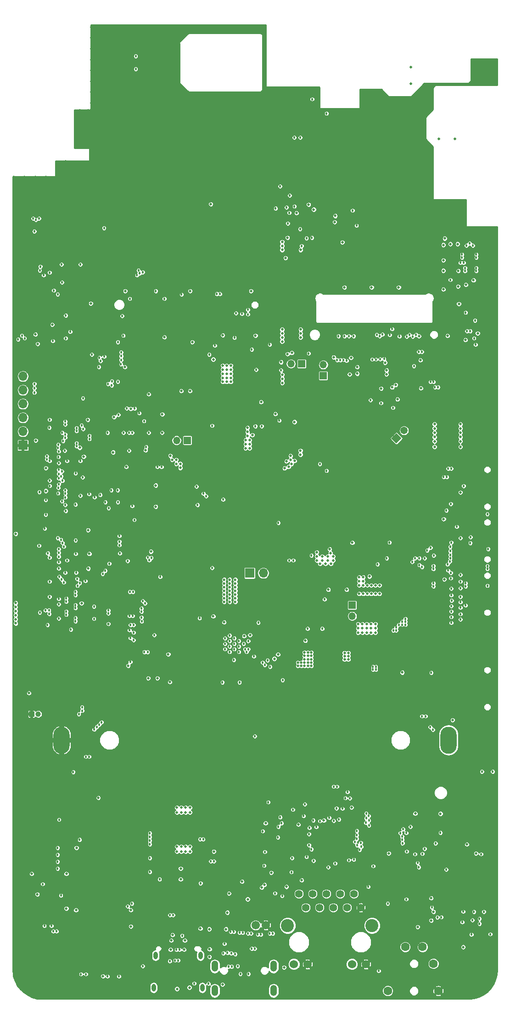
<source format=gbr>
G04 #@! TF.GenerationSoftware,KiCad,Pcbnew,5.0.0*
G04 #@! TF.CreationDate,2018-08-14T20:21:36-04:00*
G04 #@! TF.ProjectId,dvk-mx8m-bsb,64766B2D6D78386D2D6273622E6B6963,v0.1.0*
G04 #@! TF.SameCoordinates,Original*
G04 #@! TF.FileFunction,Copper,L2,Inr,Plane*
G04 #@! TF.FilePolarity,Positive*
%FSLAX46Y46*%
G04 Gerber Fmt 4.6, Leading zero omitted, Abs format (unit mm)*
G04 Created by KiCad (PCBNEW 5.0.0) date Tue Aug 14 20:21:36 2018*
%MOMM*%
%LPD*%
G01*
G04 APERTURE LIST*
G04 #@! TA.AperFunction,ViaPad*
%ADD10O,3.000000X5.000000*%
G04 #@! TD*
G04 #@! TA.AperFunction,ViaPad*
%ADD11R,1.350000X1.350000*%
G04 #@! TD*
G04 #@! TA.AperFunction,ViaPad*
%ADD12O,1.350000X1.350000*%
G04 #@! TD*
G04 #@! TA.AperFunction,ViaPad*
%ADD13C,0.300000*%
G04 #@! TD*
G04 #@! TA.AperFunction,ViaPad*
%ADD14C,6.000000*%
G04 #@! TD*
G04 #@! TA.AperFunction,ViaPad*
%ADD15C,1.350000*%
G04 #@! TD*
G04 #@! TA.AperFunction,Conductor*
%ADD16C,1.350000*%
G04 #@! TD*
G04 #@! TA.AperFunction,Conductor*
%ADD17C,0.100000*%
G04 #@! TD*
G04 #@! TA.AperFunction,ViaPad*
%ADD18C,5.000000*%
G04 #@! TD*
G04 #@! TA.AperFunction,ViaPad*
%ADD19O,1.700000X1.700000*%
G04 #@! TD*
G04 #@! TA.AperFunction,ViaPad*
%ADD20R,1.700000X1.700000*%
G04 #@! TD*
G04 #@! TA.AperFunction,ViaPad*
%ADD21C,1.550000*%
G04 #@! TD*
G04 #@! TA.AperFunction,ViaPad*
%ADD22C,1.400000*%
G04 #@! TD*
G04 #@! TA.AperFunction,ViaPad*
%ADD23C,2.400000*%
G04 #@! TD*
G04 #@! TA.AperFunction,ViaPad*
%ADD24C,1.530000*%
G04 #@! TD*
G04 #@! TA.AperFunction,ViaPad*
%ADD25O,1.250000X2.000000*%
G04 #@! TD*
G04 #@! TA.AperFunction,ViaPad*
%ADD26O,0.800000X1.400000*%
G04 #@! TD*
G04 #@! TA.AperFunction,ViaPad*
%ADD27C,6.500000*%
G04 #@! TD*
G04 #@! TA.AperFunction,ViaPad*
%ADD28C,3.500000*%
G04 #@! TD*
G04 #@! TA.AperFunction,ViaPad*
%ADD29R,1.000000X1.000000*%
G04 #@! TD*
G04 #@! TA.AperFunction,ViaPad*
%ADD30C,1.000000*%
G04 #@! TD*
G04 #@! TA.AperFunction,ViaPad*
%ADD31C,1.600000*%
G04 #@! TD*
G04 #@! TA.AperFunction,ViaPad*
%ADD32C,0.200000*%
G04 #@! TD*
G04 #@! TA.AperFunction,ViaPad*
%ADD33C,0.230000*%
G04 #@! TD*
G04 #@! TA.AperFunction,ViaPad*
%ADD34C,0.254000*%
G04 #@! TD*
G04 #@! TA.AperFunction,ViaPad*
%ADD35C,0.457200*%
G04 #@! TD*
G04 #@! TA.AperFunction,ViaPad*
%ADD36C,0.508000*%
G04 #@! TD*
G04 #@! TA.AperFunction,Conductor*
%ADD37C,0.254000*%
G04 #@! TD*
G04 APERTURE END LIST*
D10*
G04 #@! TO.N,Net-(BT301-Pad1)*
G04 #@! TO.C,BT301*
X140700000Y-190500000D03*
G04 #@! TO.N,GND*
X69300000Y-190500000D03*
G04 #@! TD*
D11*
G04 #@! TO.N,1V8_P*
G04 #@! TO.C,JP404*
X92525000Y-135300000D03*
D12*
X90525000Y-135300000D03*
G04 #@! TD*
D13*
G04 #@! TO.N,GND*
G04 #@! TO.C,U407*
X124200000Y-177150000D03*
X124200000Y-176350000D03*
G04 #@! TD*
D14*
G04 #@! TO.N,GND*
G04 #@! TO.C,MOD101*
X68200000Y-123500000D03*
X68200000Y-175300000D03*
X141800000Y-121700000D03*
X141800000Y-175300000D03*
G04 #@! TD*
D13*
G04 #@! TO.N,GND*
G04 #@! TO.C,U405*
X126097000Y-158926000D03*
G04 #@! TD*
G04 #@! TO.N,GND*
G04 #@! TO.C,U402*
X121025000Y-153075000D03*
G04 #@! TD*
D15*
G04 #@! TO.N,5V_SOM*
G04 #@! TO.C,JP402*
X132489949Y-133510051D03*
D16*
X132489949Y-133510051D02*
X132489949Y-133510051D01*
D15*
X131075735Y-134924265D03*
D17*
G36*
X130121141Y-134924265D02*
X131075735Y-133969671D01*
X132030329Y-134924265D01*
X131075735Y-135878859D01*
X130121141Y-134924265D01*
X130121141Y-134924265D01*
G37*
G04 #@! TD*
D12*
G04 #@! TO.N,5V_P*
G04 #@! TO.C,JP403*
X122920000Y-167660000D03*
D11*
X122920000Y-165660000D03*
G04 #@! TD*
D13*
G04 #@! TO.N,GND*
G04 #@! TO.C,U404*
X107000000Y-123500000D03*
G04 #@! TD*
G04 #@! TO.N,GND*
G04 #@! TO.C,U2201*
X75300000Y-199700000D03*
X74100000Y-199700000D03*
X72900000Y-199700000D03*
X72900000Y-198500000D03*
X72900000Y-197300000D03*
X74100000Y-197300000D03*
X75300000Y-197300000D03*
X74100000Y-198500000D03*
X75300000Y-198500000D03*
G04 #@! TD*
G04 #@! TO.N,GND*
G04 #@! TO.C,U301*
X106550000Y-173000000D03*
X106550000Y-172100000D03*
X107450000Y-172100000D03*
X107450000Y-173000000D03*
X107450000Y-173900000D03*
X106550000Y-173900000D03*
X105650000Y-173900000D03*
X105650000Y-173000000D03*
X105650000Y-172100000D03*
G04 #@! TD*
D18*
G04 #@! TO.N,GND*
G04 #@! TO.C,MOD1501*
X80350000Y-62300000D03*
G04 #@! TD*
D19*
G04 #@! TO.N,VBAT_REG*
G04 #@! TO.C,JP301*
X106545500Y-159750000D03*
D20*
X104005500Y-159750000D03*
G04 #@! TD*
D21*
G04 #@! TO.N,Net-(MK1601-Pad2)*
G04 #@! TO.C,MK1601*
X105100000Y-224591000D03*
G04 #@! TO.N,GND*
X107000000Y-224591000D03*
G04 #@! TD*
D22*
G04 #@! TO.N,/Ethernet/ETH_TRX3_N*
G04 #@! TO.C,J1701*
X123245000Y-218810000D03*
G04 #@! TO.N,GND*
X124515000Y-221350000D03*
D23*
G04 #@! TO.N,Net-(FB1703-Pad1)*
X126590000Y-224650000D03*
X111005000Y-224650000D03*
D24*
G04 #@! TO.N,GND*
X125435000Y-231770000D03*
X114705000Y-231770000D03*
G04 #@! TO.N,Net-(J1701-Pad11)*
X112165000Y-231770000D03*
G04 #@! TO.N,Net-(J1701-Pad13)*
X122895000Y-231770000D03*
D22*
G04 #@! TO.N,/Ethernet/ETH_TRX3_P*
X121975000Y-221350000D03*
G04 #@! TO.N,/Ethernet/ETH_TRX2_N*
X119435000Y-221350000D03*
G04 #@! TO.N,/Ethernet/ETH_TRX1_N*
X120705000Y-218810000D03*
G04 #@! TO.N,/Ethernet/ETH_TRX2_P*
X118165000Y-218810000D03*
G04 #@! TO.N,/Ethernet/ETH_TRX1_P*
X116895000Y-221350000D03*
G04 #@! TO.N,/Ethernet/ETH_TRX0_N*
X115625000Y-218810000D03*
G04 #@! TO.N,/Ethernet/ETH_TRX0_P*
X114355000Y-221350000D03*
G04 #@! TO.N,Net-(C1719-Pad1)*
X113085000Y-218810000D03*
G04 #@! TD*
D25*
G04 #@! TO.N,Net-(C1905-Pad1)*
G04 #@! TO.C,J1901*
X97575000Y-236625000D03*
X108425000Y-236625000D03*
X108425000Y-232125000D03*
X97575000Y-232125000D03*
G04 #@! TD*
D26*
G04 #@! TO.N,Net-(C216-Pad2)*
G04 #@! TO.C,J201*
X95290000Y-236100000D03*
X86670000Y-230150000D03*
X86310000Y-236100000D03*
X94930000Y-230150000D03*
G04 #@! TD*
D27*
G04 #@! TO.N,GND*
G04 #@! TO.C,MOD1801*
X127000000Y-81840000D03*
G04 #@! TD*
D13*
G04 #@! TO.N,GND*
G04 #@! TO.C,U1701*
X120000000Y-208700000D03*
X120000000Y-209700000D03*
X119000000Y-209700000D03*
X118000000Y-209700000D03*
X118000000Y-210700000D03*
X119000000Y-210700000D03*
X120000000Y-210700000D03*
X121000000Y-210700000D03*
X121000000Y-209700000D03*
X121000000Y-208700000D03*
X121000000Y-207700000D03*
X120000000Y-207700000D03*
X119000000Y-207700000D03*
X118000000Y-207700000D03*
X118000000Y-208700000D03*
X119000000Y-208700000D03*
G04 #@! TD*
G04 #@! TO.N,GND*
G04 #@! TO.C,U401*
X109640000Y-136245000D03*
X109640000Y-134645000D03*
X108040000Y-134645000D03*
X108040000Y-136245000D03*
X108840000Y-135445000D03*
G04 #@! TD*
D28*
G04 #@! TO.N,GND*
G04 #@! TO.C,MNT103*
X144600000Y-233100000D03*
G04 #@! TD*
D29*
G04 #@! TO.N,GND*
G04 #@! TO.C,J2401*
X63775000Y-185700000D03*
D30*
G04 #@! TO.N,Net-(C2401-Pad1)*
X65025000Y-185700000D03*
G04 #@! TD*
D28*
G04 #@! TO.N,GND*
G04 #@! TO.C,MNT102*
X147000000Y-66750000D03*
G04 #@! TD*
G04 #@! TO.N,GND*
G04 #@! TO.C,MNT101*
X65400000Y-233100000D03*
G04 #@! TD*
D31*
G04 #@! TO.N,Net-(C1624-Pad1)*
G04 #@! TO.C,J1601*
X132700000Y-228575000D03*
G04 #@! TO.N,/HP_DET*
X135900000Y-228575000D03*
G04 #@! TO.N,Net-(C1621-Pad1)*
X137900000Y-231675000D03*
G04 #@! TO.N,GND*
X138800000Y-236675000D03*
G04 #@! TO.N,Net-(J1601-Pad1)*
X129500000Y-236675000D03*
G04 #@! TD*
D32*
G04 #@! TO.N,GND*
G04 #@! TO.C,U202*
X95750000Y-215585000D03*
X95750000Y-214685000D03*
G04 #@! TD*
D33*
G04 #@! TO.N,GND*
G04 #@! TO.C,U1601*
X134600000Y-209200000D03*
X134100000Y-208700000D03*
X135100000Y-208700000D03*
X135100000Y-209700000D03*
X134100000Y-209700000D03*
G04 #@! TD*
D34*
G04 #@! TO.N,GND*
G04 #@! TO.C,U201*
X82400000Y-131840000D03*
X81800000Y-131440000D03*
G04 #@! TD*
D20*
G04 #@! TO.N,GND*
G04 #@! TO.C,J701*
X62200000Y-136200000D03*
D19*
G04 #@! TO.N,Net-(J701-Pad2)*
X62200000Y-133660000D03*
G04 #@! TO.N,Net-(J701-Pad3)*
X62200000Y-131120000D03*
G04 #@! TO.N,/UART Debug/RX<-TX*
X62200000Y-128580000D03*
G04 #@! TO.N,/UART Debug/TX->RX*
X62200000Y-126040000D03*
G04 #@! TO.N,Net-(J701-Pad6)*
X62200000Y-123500000D03*
G04 #@! TD*
D12*
G04 #@! TO.N,3V3*
G04 #@! TO.C,JP401*
X111620000Y-121200000D03*
D11*
X113620000Y-121200000D03*
G04 #@! TD*
D12*
G04 #@! TO.N,3V3_P*
G04 #@! TO.C,JP1801*
X117600000Y-121400000D03*
D11*
X117600000Y-123400000D03*
G04 #@! TD*
D35*
G04 #@! TO.N,GND*
X101360000Y-168028500D03*
D36*
X106487500Y-190500000D03*
X79962500Y-128015000D03*
X86345000Y-132769500D03*
X89950000Y-224200000D03*
X93986000Y-224239277D03*
X91950000Y-224200000D03*
X101520000Y-169762500D03*
X103600000Y-167362500D03*
X104950000Y-167362500D03*
X102870000Y-168062500D03*
X107955000Y-177787500D03*
X110600000Y-170920000D03*
X110600000Y-170245000D03*
X111275000Y-170650000D03*
X109925000Y-170650000D03*
X81700000Y-231265000D03*
X81700000Y-228365000D03*
X81700000Y-226915000D03*
X81700000Y-229815000D03*
X91800000Y-197798000D03*
X96087500Y-202475000D03*
X93550000Y-227390000D03*
X88050000Y-227390000D03*
X93425000Y-229090000D03*
X87925000Y-229090000D03*
X90937500Y-220410000D03*
X113000000Y-205215000D03*
X97412500Y-180150000D03*
X75532500Y-132345000D03*
X91290000Y-217635000D03*
X91290000Y-219060000D03*
X91290000Y-212635000D03*
X100210000Y-217235000D03*
X100210000Y-213035000D03*
X95735000Y-205410000D03*
X96001000Y-203825000D03*
X103777500Y-176200000D03*
X104915000Y-177750000D03*
X100010000Y-157971500D03*
X101360000Y-157971500D03*
X114687000Y-168187000D03*
X114337000Y-158667000D03*
X112165000Y-211650000D03*
X109850000Y-215250000D03*
X127985000Y-207100000D03*
X71890000Y-131500000D03*
X75532500Y-130995000D03*
X113930000Y-75110000D03*
X129900000Y-226500000D03*
X135240000Y-223960000D03*
X134900000Y-219400000D03*
X130400000Y-219600000D03*
X132385000Y-213500000D03*
X137715000Y-213500000D03*
X137500000Y-209175000D03*
X137325000Y-206325000D03*
X143275000Y-209700000D03*
X146700000Y-214100000D03*
X136300000Y-76175000D03*
X130075000Y-72200000D03*
X133325000Y-72200000D03*
X141900000Y-79810800D03*
X138900000Y-79810800D03*
X133710800Y-69600000D03*
X133710800Y-66600000D03*
X81250000Y-144420000D03*
X74900000Y-153435000D03*
X76920000Y-202500000D03*
X79720000Y-199700000D03*
X89350000Y-204000000D03*
X85600000Y-213485000D03*
X73365000Y-164100000D03*
X107300000Y-228930000D03*
X83325000Y-237725000D03*
X78425000Y-237075000D03*
X74425000Y-236932200D03*
X82100000Y-223000000D03*
X71209261Y-236548320D03*
X69100000Y-199800000D03*
X63600000Y-219700000D03*
X63600000Y-203400000D03*
X121800000Y-202900000D03*
X136300000Y-79425000D03*
X131700000Y-73800000D03*
X134700000Y-77800000D03*
X128700000Y-71600000D03*
X127400000Y-71000000D03*
X128900000Y-72900000D03*
X127700000Y-72000000D03*
X126000000Y-71000000D03*
X124600000Y-71000000D03*
X126425000Y-72000000D03*
X125150000Y-72000000D03*
X139550000Y-69725000D03*
X138050000Y-69725000D03*
X136550000Y-69725000D03*
X141050000Y-69725000D03*
X142550000Y-69725000D03*
X144050000Y-69725000D03*
X146300000Y-68975000D03*
X145300000Y-69475000D03*
X130250000Y-73500000D03*
X133150000Y-73500000D03*
X135700000Y-70600000D03*
X134700000Y-71600000D03*
X137400000Y-70800000D03*
X136650000Y-73050000D03*
X134500000Y-72900000D03*
X136900000Y-74800000D03*
X137400000Y-73800000D03*
X137400000Y-72300000D03*
X136650000Y-71550000D03*
X135800000Y-72300000D03*
X135650000Y-74050000D03*
X135450000Y-75150000D03*
X137550000Y-82075000D03*
X136900000Y-80800000D03*
X137550000Y-83575000D03*
X137550000Y-85075000D03*
X137550000Y-86575000D03*
X137550000Y-88075000D03*
X137550000Y-89575000D03*
X137550000Y-91075000D03*
X139000000Y-91175000D03*
X140500000Y-91175000D03*
X142000000Y-91175000D03*
X143500000Y-91175000D03*
X143500000Y-92425000D03*
X143500000Y-93675000D03*
X143500000Y-94925000D03*
X143500000Y-96175000D03*
X144700000Y-96175000D03*
X145900000Y-96175000D03*
X147100000Y-96175000D03*
X148300000Y-96175000D03*
X149500000Y-96175000D03*
X136500000Y-87325000D03*
X136500000Y-90325000D03*
X136500000Y-88825000D03*
X136500000Y-85825000D03*
X136500000Y-91825000D03*
X136500000Y-82825000D03*
X136500000Y-84325000D03*
X138275000Y-92225000D03*
X139775000Y-92225000D03*
X141275000Y-92225000D03*
X142400000Y-93050000D03*
X142600000Y-91950000D03*
X142400000Y-94300000D03*
X142400000Y-95550000D03*
X136500000Y-81775000D03*
X135000000Y-76350000D03*
X135000000Y-79250000D03*
X135525000Y-80650000D03*
X124600000Y-73000000D03*
X132450000Y-74800000D03*
X130950000Y-74800000D03*
X133675000Y-77050000D03*
X133675000Y-78550000D03*
X118449164Y-202107627D03*
X145600000Y-219700000D03*
X142700000Y-220000000D03*
X138900000Y-227300000D03*
X140202007Y-219367985D03*
X125800000Y-72900000D03*
X124600000Y-74500000D03*
X123200000Y-74500000D03*
X121800000Y-74500000D03*
X120400000Y-74500000D03*
X119000000Y-74500000D03*
X119000000Y-76000000D03*
X117500000Y-76000000D03*
X116000000Y-76000000D03*
X114500000Y-76000000D03*
X112250000Y-75250000D03*
X113000000Y-74500000D03*
X111500000Y-74500000D03*
X110000000Y-74500000D03*
X108500000Y-74500000D03*
X106800000Y-73100000D03*
X106800000Y-71600000D03*
X106800000Y-70100000D03*
X106800000Y-68600000D03*
X106800000Y-67100000D03*
X106800000Y-64100000D03*
X106800000Y-65600000D03*
X106800000Y-62600000D03*
X106800000Y-61100000D03*
X106800000Y-59600000D03*
X113000000Y-76000000D03*
X110750000Y-75250000D03*
X109250000Y-75250000D03*
X107750000Y-75250000D03*
X118250000Y-77000000D03*
X115250000Y-77000000D03*
X113750000Y-77000000D03*
X116750000Y-77000000D03*
X119700000Y-75200000D03*
X121100000Y-75200000D03*
X122500000Y-75200000D03*
X123900000Y-75200000D03*
X125500000Y-73900000D03*
X107000000Y-74500000D03*
X101240000Y-227500000D03*
X107200000Y-227500000D03*
X101400000Y-228150000D03*
X107850000Y-227250000D03*
X99000000Y-227450000D03*
X95900000Y-224550000D03*
X128900000Y-212900000D03*
X125651680Y-212600000D03*
X65399999Y-96800000D03*
X60750000Y-100750000D03*
X75750000Y-99750000D03*
X60900000Y-89900000D03*
X74250000Y-90100000D03*
X75500000Y-90100000D03*
X62750000Y-105100000D03*
X63800000Y-109615000D03*
X83800000Y-112400000D03*
X86250000Y-112450000D03*
X91850000Y-112500000D03*
X94250000Y-112500000D03*
X95050000Y-112500000D03*
X81850000Y-107800000D03*
X90650000Y-107800000D03*
X100650000Y-112500000D03*
X80300000Y-124300000D03*
X77800000Y-124200000D03*
X79050000Y-118600000D03*
X69400000Y-115900000D03*
X115800000Y-215635000D03*
X118600000Y-216235000D03*
X121400000Y-216235000D03*
X77950000Y-171650000D03*
X71987500Y-223050000D03*
X98232500Y-229698000D03*
X102300000Y-236450000D03*
X103800000Y-236450000D03*
X105290000Y-236450000D03*
X99800000Y-236450000D03*
X101040000Y-236135000D03*
X99000000Y-112500000D03*
X76700000Y-117200000D03*
X103450000Y-107800000D03*
X99450000Y-107800000D03*
X97050000Y-107800000D03*
X93850000Y-107800000D03*
X102300000Y-117200000D03*
X102300000Y-117200000D03*
X74700000Y-116312500D03*
D35*
X100650000Y-115977080D03*
X91833404Y-115977080D03*
X95050000Y-115977080D03*
D36*
X69600000Y-110500000D03*
X69956585Y-113218343D03*
X119400000Y-122800000D03*
X119400000Y-122000000D03*
X126100000Y-122000000D03*
X113765000Y-82700000D03*
X113765000Y-83800000D03*
X113765000Y-84900000D03*
X113765000Y-86000000D03*
X70185000Y-85650000D03*
X68650000Y-84637000D03*
X71570000Y-84637000D03*
X75025000Y-80300000D03*
X75025000Y-85000000D03*
X70110000Y-83987000D03*
X126700000Y-119300000D03*
X110900000Y-88300000D03*
X87600000Y-65740000D03*
X134500000Y-118800000D03*
X110525000Y-210273000D03*
X113300000Y-210085000D03*
X113300000Y-207225000D03*
X112075000Y-206327000D03*
X109700000Y-209375000D03*
X76712500Y-175412500D03*
X74231647Y-174187500D03*
X74973761Y-193900000D03*
X143000000Y-154100000D03*
X141218516Y-115131484D03*
X143399998Y-226050000D03*
X60600000Y-144285000D03*
X60800000Y-160285000D03*
X85100000Y-155750000D03*
D35*
X98992800Y-222200000D03*
D36*
X142900000Y-163324620D03*
X137900000Y-163000000D03*
X141000000Y-170300000D03*
X139900000Y-153500000D03*
X143100000Y-159256514D03*
X139300000Y-148451690D03*
X138100000Y-146124620D03*
X138100000Y-143300000D03*
X60470000Y-86860000D03*
X62470000Y-86860000D03*
X64470000Y-86860000D03*
X66470000Y-86860000D03*
X68470000Y-86860000D03*
X69470000Y-87360000D03*
X63470000Y-87360000D03*
X61470000Y-87360000D03*
X65470000Y-87360000D03*
X67470000Y-87360000D03*
X72800000Y-84000000D03*
X73300000Y-81300000D03*
X71900000Y-81300000D03*
X76600000Y-85100000D03*
X71900000Y-79300000D03*
X71900000Y-77300000D03*
X71900000Y-75300000D03*
X72700000Y-74560000D03*
X72700000Y-76300000D03*
X72700000Y-78300000D03*
X72700000Y-80300000D03*
X74200000Y-74560000D03*
X74860000Y-73200000D03*
X74860000Y-71200000D03*
X74860000Y-69200000D03*
X74860000Y-67200000D03*
X74860000Y-65200000D03*
X74860000Y-63200000D03*
X74860000Y-61200000D03*
X74860000Y-59200000D03*
X75860000Y-72200000D03*
X75860000Y-60200000D03*
X75860000Y-74200000D03*
X75860000Y-70200000D03*
X75860000Y-68200000D03*
X75860000Y-62200000D03*
X75860000Y-64200000D03*
X75860000Y-66200000D03*
X73575000Y-75500000D03*
X76695000Y-82650000D03*
X73850000Y-79475000D03*
X75800000Y-79475000D03*
X75775000Y-85800000D03*
X73450000Y-85100000D03*
X74225000Y-85800000D03*
X75200000Y-75100000D03*
X69535000Y-84950000D03*
X70600000Y-86700000D03*
X72010000Y-85760000D03*
X80750000Y-136548320D03*
X105560000Y-134655000D03*
X105165000Y-131150000D03*
X112380000Y-135919000D03*
X112120000Y-134887500D03*
X121185000Y-119300000D03*
X123885000Y-119300000D03*
X106585000Y-139800000D03*
X107980000Y-122022500D03*
X101290000Y-130400000D03*
X102290000Y-130400000D03*
X103290000Y-130400000D03*
X108046000Y-125930000D03*
X105220000Y-125120000D03*
X137849998Y-129925000D03*
X137850000Y-130725000D03*
X143150000Y-130725000D03*
X137850000Y-138487500D03*
X137850000Y-139287500D03*
X142890000Y-137500000D03*
X138110000Y-137300000D03*
X142890000Y-138300000D03*
X142890000Y-139100000D03*
X142890000Y-139900000D03*
X142890000Y-140700000D03*
X142890000Y-141500000D03*
X67110000Y-160100000D03*
X67110000Y-158800000D03*
X64660000Y-132470000D03*
X86285000Y-221800000D03*
X82530000Y-219825000D03*
X103270034Y-222524966D03*
X102600000Y-215900000D03*
X107700000Y-220900000D03*
X76600000Y-80200000D03*
X137000000Y-160700000D03*
X75683940Y-138346060D03*
X71850000Y-137248000D03*
X72070000Y-212860000D03*
X143150000Y-131510000D03*
X121025000Y-152120000D03*
X121025000Y-154030000D03*
X124635000Y-149200000D03*
X117075000Y-155285000D03*
X127717000Y-161051000D03*
X127887500Y-155900000D03*
X123875000Y-159812500D03*
X146057359Y-112688369D03*
X132300000Y-116100000D03*
X145250000Y-103050000D03*
D35*
X145400000Y-110200000D03*
D36*
X145250000Y-104850000D03*
X141190000Y-142300000D03*
X141025000Y-103950000D03*
X141025000Y-102150000D03*
X141025000Y-100350000D03*
X142375000Y-108150000D03*
X137075000Y-118850000D03*
X137980000Y-105460000D03*
X137980000Y-97990000D03*
X137980000Y-103101514D03*
X137980000Y-100887500D03*
X148050000Y-106130000D03*
X148050000Y-105185000D03*
X77950000Y-167850000D03*
X77950000Y-169750000D03*
X68800000Y-166400000D03*
X70217004Y-168282996D03*
X69900000Y-156100000D03*
X70000000Y-153700000D03*
X70200000Y-158500000D03*
X70200000Y-165900000D03*
X70326859Y-141892852D03*
X72911802Y-146671222D03*
X72033447Y-145544510D03*
X145261177Y-100361866D03*
X114150500Y-134187000D03*
X100590000Y-129884500D03*
X103990000Y-129882500D03*
X100490000Y-128882500D03*
X104090000Y-128882500D03*
X100947200Y-134750000D03*
X100947200Y-135500000D03*
X101987500Y-137845000D03*
X84100000Y-170150000D03*
X70100000Y-163100000D03*
X87850000Y-168562500D03*
X75975000Y-162315000D03*
X85700000Y-155025000D03*
X126100000Y-122800000D03*
X100000000Y-168028500D03*
X97350000Y-170650000D03*
X86500000Y-167150000D03*
X143590000Y-160520000D03*
X134332500Y-163560000D03*
X133582500Y-163560000D03*
X135082500Y-163560000D03*
X134332500Y-166960000D03*
X133582500Y-166960000D03*
X135082500Y-166960000D03*
X121765000Y-177975000D03*
X119250000Y-177787500D03*
X121765000Y-179325000D03*
X111700000Y-107175000D03*
X110700000Y-107175000D03*
X112700000Y-107175000D03*
X112700000Y-107925000D03*
X110700000Y-107925000D03*
X111700000Y-107925000D03*
X126525000Y-127160000D03*
X129198000Y-123984000D03*
X98660000Y-157971500D03*
X128215000Y-125075000D03*
D35*
X117750000Y-118522920D03*
D36*
X129100000Y-116551680D03*
X118830000Y-98825000D03*
X122060000Y-93975000D03*
X131825000Y-172437500D03*
X131200000Y-172700000D03*
X131100000Y-173300000D03*
X130900000Y-171600000D03*
X144500000Y-118000000D03*
X149100000Y-224615000D03*
X68660000Y-130620000D03*
X122400000Y-123985002D03*
X129440000Y-119300000D03*
X143740000Y-181650000D03*
X141815000Y-184450000D03*
X147850000Y-152899998D03*
X147850000Y-143200000D03*
X93035000Y-237085000D03*
X87046243Y-224303757D03*
D35*
X66015000Y-112240000D03*
D36*
X67800000Y-106900000D03*
X148000000Y-227600000D03*
X70057660Y-143868456D03*
X131697988Y-173097988D03*
X130500000Y-120815000D03*
X139881010Y-116500000D03*
X77950000Y-165600000D03*
X99700000Y-128875000D03*
X98925000Y-129250000D03*
X70000000Y-138500000D03*
X62700000Y-107000000D03*
X103612500Y-74750000D03*
X103150000Y-76332500D03*
X69600000Y-107650000D03*
X98470000Y-75450000D03*
X129500000Y-208965000D03*
X141675500Y-211725000D03*
X129651000Y-205549000D03*
X138212500Y-203550000D03*
X142000000Y-228035000D03*
X143225000Y-224645002D03*
X147970000Y-210750000D03*
X139200000Y-201780000D03*
X88300000Y-106952920D03*
X131500000Y-104865000D03*
X126500000Y-104865000D03*
X121500000Y-104865000D03*
X115750000Y-95745000D03*
X93000000Y-128935000D03*
X97100000Y-208730000D03*
X60870000Y-172212500D03*
X60870000Y-175962500D03*
X60870000Y-173712500D03*
X60870000Y-172962500D03*
X60870000Y-174462500D03*
X60870000Y-175212500D03*
X87030000Y-179800000D03*
X85400000Y-124530000D03*
X90250000Y-160500000D03*
X91000000Y-161250000D03*
X87730000Y-164440000D03*
X73017012Y-193717010D03*
X70227011Y-196507011D03*
X81550000Y-175049998D03*
X85200000Y-177287500D03*
X107085000Y-129650000D03*
D35*
X72850000Y-135370000D03*
D36*
X65015000Y-106300000D03*
X68300000Y-103128320D03*
X62700000Y-103128320D03*
X69750000Y-233240000D03*
X109415000Y-177787500D03*
G04 #@! TO.N,Net-(BT301-Pad1)*
X115385000Y-176845000D03*
X115385000Y-176225000D03*
X115385000Y-175605000D03*
X115385000Y-174985000D03*
X115385000Y-174365000D03*
X114765000Y-174365000D03*
X114765000Y-174985000D03*
X114765000Y-175605000D03*
X114765000Y-176845000D03*
X114765000Y-176225000D03*
X114145000Y-176845000D03*
X113525000Y-176845000D03*
X112905000Y-176845000D03*
X114145000Y-176225000D03*
X113525000Y-176225000D03*
X112905000Y-176225000D03*
X114145000Y-175605000D03*
X114145000Y-174985000D03*
X114145000Y-174365000D03*
G04 #@! TO.N,5V_SOM*
X138110000Y-132300000D03*
X138110000Y-132300000D03*
X138110000Y-133100000D03*
X138110000Y-133900000D03*
X138110000Y-134700000D03*
X138110000Y-135500000D03*
X138110000Y-136500000D03*
X142890000Y-132300000D03*
X142890000Y-133100000D03*
X142890000Y-133900000D03*
X142890000Y-134700000D03*
X142890000Y-135500000D03*
X142890000Y-136500000D03*
X118775000Y-155335000D03*
X116400000Y-155900000D03*
X117400000Y-157400000D03*
X118400000Y-157400000D03*
X119400000Y-157400000D03*
X119000000Y-158050000D03*
X118000000Y-158050000D03*
X117000000Y-158050000D03*
X116400000Y-157400000D03*
X116400000Y-156650000D03*
X119400000Y-156650000D03*
X118400000Y-156650000D03*
X117400000Y-156650000D03*
X118900000Y-156050000D03*
G04 #@! TO.N,3V3_OUT*
X66410000Y-144610000D03*
X66410000Y-140390000D03*
X74160000Y-131500000D03*
X87860000Y-133900000D03*
X84827896Y-137124409D03*
X142890000Y-144900000D03*
X139900000Y-160900000D03*
X97290400Y-167700000D03*
X70210000Y-215120000D03*
X63810000Y-215120000D03*
X72070000Y-210330000D03*
X121900000Y-162800000D03*
X118537000Y-162800000D03*
X114300000Y-172200000D03*
X99300000Y-168800004D03*
D35*
G04 #@! TO.N,/ENET_2V5*
X123816967Y-209857570D03*
X109650000Y-204700000D03*
X113962955Y-204462955D03*
X114500000Y-212000000D03*
X126800000Y-213700000D03*
X143500000Y-143700000D03*
X108700000Y-218700000D03*
X115400010Y-210622920D03*
D36*
G04 #@! TO.N,1V8_P*
X100210000Y-218735000D03*
X91290000Y-214135000D03*
X91292000Y-216135000D03*
X99900000Y-222250000D03*
X96550000Y-225300000D03*
X102600000Y-216550000D03*
X103650000Y-219800000D03*
X106250000Y-217650000D03*
X146068990Y-115600000D03*
X131285006Y-127750000D03*
X142449000Y-106950000D03*
X139750000Y-99312500D03*
X139750000Y-102131514D03*
X139750000Y-104061514D03*
X128250000Y-125750000D03*
X115835000Y-92800000D03*
X139750000Y-107500000D03*
X90462500Y-138870000D03*
X90462500Y-139620000D03*
X89712500Y-138870000D03*
X89362500Y-138120000D03*
X91212500Y-139620000D03*
X91212500Y-140370000D03*
X129265000Y-122400000D03*
X129650000Y-211350000D03*
X70200000Y-221500000D03*
X96600000Y-230400000D03*
X97400000Y-211000000D03*
D35*
X87400000Y-216135000D03*
D36*
X113600000Y-216300000D03*
X86700000Y-143600000D03*
X86700000Y-147500000D03*
X81000000Y-121800000D03*
X67600000Y-114000000D03*
X130977996Y-125077996D03*
X129000000Y-121000000D03*
X109800000Y-120900000D03*
X123850000Y-121800000D03*
X97300000Y-120400000D03*
X91400000Y-126200000D03*
X93000000Y-126200000D03*
X135600000Y-125700000D03*
X142600000Y-110166514D03*
D35*
X94950000Y-216850000D03*
D36*
X99650000Y-225300000D03*
X106750000Y-217150000D03*
D35*
X137500000Y-178100000D03*
G04 #@! TO.N,VBUS*
X100326000Y-172250000D03*
X99470000Y-171750000D03*
X101182000Y-173750000D03*
X101182000Y-172750000D03*
X101182000Y-171750000D03*
X100326000Y-171250000D03*
X100326000Y-173250000D03*
X99470000Y-173750000D03*
D36*
X104075000Y-171155000D03*
X102980000Y-171337500D03*
X93000000Y-203824667D03*
X90600000Y-202916334D03*
X90600000Y-203824667D03*
X91400000Y-202916334D03*
X91400000Y-203824667D03*
X92200000Y-203824667D03*
X92200000Y-202916334D03*
X93000000Y-202916334D03*
D35*
X100326000Y-174250000D03*
X102038000Y-172250000D03*
X102038000Y-173250000D03*
X102038000Y-174250000D03*
X99470000Y-172750000D03*
D36*
X82093335Y-129480140D03*
D35*
G04 #@! TO.N,/USB-C/BYPASS*
X77807500Y-133900000D03*
D36*
G04 #@! TO.N,3V3*
X79007500Y-130995000D03*
X74200000Y-151815000D03*
X74435000Y-156200000D03*
X64910000Y-117537500D03*
X74252989Y-158912989D03*
X110020000Y-124725000D03*
X110020000Y-123975000D03*
X110020000Y-123225000D03*
X112280000Y-131912500D03*
X108760000Y-130450000D03*
X132150000Y-178050000D03*
G04 #@! TO.N,5V_P*
X76100000Y-201125000D03*
X126097000Y-160351000D03*
X124200000Y-160500000D03*
X124950000Y-160500000D03*
X124200000Y-161250000D03*
X124950000Y-161250000D03*
X124200000Y-162000000D03*
X124950000Y-162000000D03*
X124950000Y-162000000D03*
X124200000Y-162000000D03*
X126450000Y-162000000D03*
X125700000Y-162000000D03*
X127950000Y-162000000D03*
X127200000Y-162000000D03*
X124950000Y-163561610D03*
X124200000Y-163561610D03*
X127950000Y-163561610D03*
X127200000Y-163561610D03*
X126450000Y-163561610D03*
X125700000Y-163561610D03*
X124000000Y-169100000D03*
X125600000Y-169100000D03*
X126400000Y-169100000D03*
X124800000Y-169100000D03*
X127200000Y-169100000D03*
X125600000Y-169900000D03*
X124800000Y-169900000D03*
X127200000Y-169900000D03*
X126400000Y-169900000D03*
X124000000Y-169900000D03*
X124000000Y-170700000D03*
X124800000Y-170700000D03*
X125600000Y-170700000D03*
X126400000Y-170700000D03*
X77950000Y-169100000D03*
X89300000Y-179800000D03*
X87893000Y-130494500D03*
X85399992Y-126800000D03*
X73000000Y-165300000D03*
X127200000Y-170700000D03*
X106115000Y-128250000D03*
X72670496Y-136645496D03*
G04 #@! TO.N,Net-(C216-Pad2)*
X96612500Y-229000000D03*
D35*
G04 #@! TO.N,/Battery/RGEN*
X105600000Y-168875000D03*
D36*
G04 #@! TO.N,VBAT*
X109240000Y-174720000D03*
X108565000Y-175512500D03*
G04 #@! TO.N,VBAT_REG*
X99295333Y-165050000D03*
X99295333Y-164366666D03*
X99295333Y-163683333D03*
X99295333Y-163000000D03*
X99295333Y-162316667D03*
X99295333Y-161633333D03*
X99295333Y-160950000D03*
X100327667Y-165050000D03*
X100327667Y-164366666D03*
X100327667Y-163683333D03*
X100327667Y-163000000D03*
X100327667Y-162316667D03*
X100327667Y-161633333D03*
X100327667Y-160950000D03*
X101360000Y-165050000D03*
X101360000Y-164366666D03*
X101360000Y-163683333D03*
X101360000Y-162316667D03*
X101360000Y-163000000D03*
X101360000Y-161633333D03*
X101360000Y-160950000D03*
X104500000Y-134315000D03*
X111740000Y-139640000D03*
X112290000Y-139090000D03*
X111190000Y-140190000D03*
X113380000Y-137194000D03*
X113380000Y-137944000D03*
X111540000Y-138890000D03*
X110790000Y-139173000D03*
X111540000Y-138140004D03*
X110445000Y-140448000D03*
X122950000Y-154147500D03*
X104000000Y-136000000D03*
X104000000Y-135250000D03*
X121515000Y-174425000D03*
X122215000Y-174425000D03*
X122215000Y-175037500D03*
X121515000Y-175037500D03*
X121515000Y-175650000D03*
X122215000Y-175650000D03*
X103250000Y-135250000D03*
X103250000Y-136000000D03*
X103625000Y-133750000D03*
X103625000Y-133000000D03*
X103625000Y-134500000D03*
X104000000Y-136750000D03*
X103250000Y-136750000D03*
G04 #@! TO.N,3V3_P*
X108000000Y-214900000D03*
X106950000Y-205800000D03*
X114900000Y-91900000D03*
X135000000Y-224900000D03*
X137925000Y-222100000D03*
X144075000Y-209700000D03*
X81250000Y-140180000D03*
X78830000Y-137500000D03*
X137500000Y-219600000D03*
X122800000Y-202900000D03*
X143400000Y-228600000D03*
X88300000Y-116300000D03*
X105085000Y-116015000D03*
X81050000Y-107800000D03*
X93050000Y-107800000D03*
X104250000Y-107800000D03*
D35*
X103700000Y-111235382D03*
X80500000Y-112400000D03*
X79700000Y-117200000D03*
D36*
X74700000Y-110087500D03*
X110625000Y-101700000D03*
D35*
X81900000Y-109222920D03*
X88300000Y-109222920D03*
D36*
X64500000Y-115800000D03*
X93430000Y-117200000D03*
X119515000Y-119985000D03*
X122700000Y-120100002D03*
D35*
X108800000Y-92600000D03*
D36*
X112650000Y-93450000D03*
X73415000Y-138297000D03*
X113000000Y-206049990D03*
X63300000Y-181825000D03*
X110350000Y-232350000D03*
X64550000Y-135325000D03*
X60854000Y-152496500D03*
X111000000Y-119400000D03*
X110000000Y-117100000D03*
X100540000Y-121532500D03*
X100540000Y-122282500D03*
X100540000Y-123032500D03*
X99790000Y-122282500D03*
X99790000Y-123032500D03*
X99790000Y-121532500D03*
X99040000Y-122282500D03*
X99040000Y-121532500D03*
X99040000Y-123032500D03*
X99040000Y-123782500D03*
X99790000Y-123782500D03*
X100540000Y-123782500D03*
X94925000Y-225174998D03*
X137500000Y-223700000D03*
X99040000Y-124532500D03*
X99790000Y-124532500D03*
X100540000Y-124532500D03*
X99050000Y-115950000D03*
X110000000Y-114862500D03*
X110000000Y-115612500D03*
X110000000Y-116362500D03*
X113400000Y-114862500D03*
X113400000Y-116362500D03*
X113400000Y-115612500D03*
X110000000Y-98737500D03*
X113400000Y-100237500D03*
X110000000Y-100237500D03*
X110000000Y-99487500D03*
X111000000Y-97987500D03*
X111800000Y-119200000D03*
X119690000Y-95100000D03*
X119790000Y-93975000D03*
X135245246Y-116122622D03*
X135500000Y-120544000D03*
X64860000Y-218900000D03*
X129231000Y-123150000D03*
X122450000Y-123150000D03*
X123850000Y-123015000D03*
X130309000Y-125549000D03*
X134551680Y-204025000D03*
X96850000Y-91800000D03*
X139200000Y-204050000D03*
X145750000Y-211350000D03*
X131500000Y-107135000D03*
X126500000Y-107135000D03*
X121500000Y-107135000D03*
X60870000Y-165237500D03*
X60870000Y-168237500D03*
X60870000Y-165987500D03*
X60870000Y-167487500D03*
X60870000Y-168987500D03*
X60870000Y-166737500D03*
G04 #@! TO.N,2V8_P*
X140510000Y-116060000D03*
X143900000Y-106650000D03*
X145300000Y-105820000D03*
X143817009Y-116817009D03*
X142500000Y-104100000D03*
X90610000Y-236310000D03*
X92900000Y-236050000D03*
X121100000Y-98825000D03*
G04 #@! TO.N,3V3_SNVS*
X139800000Y-149800000D03*
X141435000Y-186800000D03*
G04 #@! TO.N,3V3_SD*
X76950000Y-233950000D03*
X82100006Y-221800000D03*
X82099992Y-224800000D03*
X85300000Y-179100000D03*
X89000000Y-174700000D03*
X71987500Y-221800000D03*
X87000000Y-179100000D03*
X81600000Y-176800000D03*
D35*
G04 #@! TO.N,/USB Hub + SDIO Bridge/RDRV33*
X84100000Y-168650000D03*
X82000000Y-171700000D03*
X82600000Y-170700000D03*
G04 #@! TO.N,/SD2_~RST*
X75300000Y-168150000D03*
X75300000Y-165900000D03*
X141100000Y-160700004D03*
X129838369Y-115900000D03*
X115500014Y-98000000D03*
X115400000Y-156500000D03*
X129300000Y-157000000D03*
X84070000Y-167900000D03*
X97100000Y-158797508D03*
G04 #@! TO.N,/USB Hub + SDIO Bridge/RDRV5*
X85200000Y-174300000D03*
X86400000Y-171150000D03*
G04 #@! TO.N,Net-(C1301-Pad1)*
X145700000Y-117675000D03*
X144700000Y-154200000D03*
G04 #@! TO.N,/BTN2*
X65184799Y-154700000D03*
X68785132Y-155315977D03*
G04 #@! TO.N,/SYS_~RST*
X73100000Y-184450000D03*
X76250000Y-187650000D03*
X69400000Y-146500000D03*
X68830000Y-143370000D03*
G04 #@! TO.N,/ONOFF*
X61300000Y-116700000D03*
X106800000Y-176650000D03*
X79700000Y-146700000D03*
X67152000Y-143682000D03*
X111299998Y-157400000D03*
G04 #@! TO.N,/WWAN mPCIe/UIM-PWR*
X64300000Y-96800000D03*
X83234620Y-104900000D03*
X67900000Y-107700000D03*
X65400000Y-103300000D03*
X69400000Y-106200000D03*
G04 #@! TO.N,/WWAN mPCIe/UIM-CLK*
X64050000Y-94450000D03*
X84300000Y-104350004D03*
X67099994Y-104400000D03*
G04 #@! TO.N,/WWAN mPCIe/UIM-RESET*
X64572526Y-94711263D03*
X65999996Y-104899996D03*
X83500000Y-104000000D03*
G04 #@! TO.N,/WWAN mPCIe/UIM-DATA*
X65150000Y-94450000D03*
X65300016Y-104000000D03*
X83736373Y-104553716D03*
X83736372Y-104553716D03*
G04 #@! TO.N,/WWAN mPCIe/SIM_DETECT_I*
X77150000Y-96200000D03*
X69300000Y-102900000D03*
G04 #@! TO.N,Net-(C1604-Pad1)*
X134500000Y-211500000D03*
X139200000Y-207550000D03*
G04 #@! TO.N,Net-(C1606-Pad1)*
X135220000Y-213900000D03*
X135877080Y-211422920D03*
G04 #@! TO.N,Net-(C1607-Pad2)*
X136300000Y-210500000D03*
X140250500Y-214325002D03*
G04 #@! TO.N,Net-(C1608-Pad1)*
X134980000Y-213100000D03*
X133000000Y-211000000D03*
G04 #@! TO.N,Net-(C1622-Pad1)*
X138300000Y-209500000D03*
X136470000Y-186100000D03*
G04 #@! TO.N,Net-(C1702-Pad1)*
X106800000Y-211074000D03*
X109220000Y-208400000D03*
G04 #@! TO.N,Net-(C1703-Pad1)*
X118500000Y-213900000D03*
X111700000Y-214799994D03*
X123219324Y-212495315D03*
G04 #@! TO.N,/Ethernet/LED_ACT*
X122300000Y-212600000D03*
X110000000Y-219200000D03*
G04 #@! TO.N,Net-(C1711-Pad1)*
X115800000Y-212699994D03*
X114964864Y-209823572D03*
X119761914Y-213200001D03*
X111832000Y-212200000D03*
X115750000Y-205280000D03*
G04 #@! TO.N,/Ethernet/LED_LINK1000*
X127800000Y-233000000D03*
X129477080Y-220600000D03*
D36*
G04 #@! TO.N,/Ethernet/ENET_1V1*
X117700000Y-205299988D03*
D35*
X118700000Y-204800000D03*
G04 #@! TO.N,Net-(C1719-Pad1)*
X125900000Y-217500000D03*
D36*
X110800000Y-217500000D03*
D35*
G04 #@! TO.N,Net-(C1905-Pad1)*
X99900000Y-229650000D03*
G04 #@! TO.N,Net-(C2004-Pad1)*
X143400000Y-222077080D03*
X146400000Y-223400000D03*
G04 #@! TO.N,Net-(C2005-Pad1)*
X147200000Y-222100000D03*
X148400000Y-226235000D03*
X145385000Y-222099998D03*
X146400000Y-224300000D03*
G04 #@! TO.N,Net-(C2203-Pad2)*
X85600000Y-214755000D03*
G04 #@! TO.N,/USB1_SS_SEL*
X141000000Y-154900000D03*
X122049043Y-200049043D03*
G04 #@! TO.N,/USB-C/CC2*
X82800000Y-129440000D03*
X84300000Y-232100000D03*
D36*
G04 #@! TO.N,/USB-C/CC1*
X89800000Y-226375000D03*
D35*
X83657210Y-130300000D03*
G04 #@! TO.N,Net-(D205-Pad1)*
X91550000Y-226505000D03*
G04 #@! TO.N,Net-(D206-Pad1)*
X89275000Y-231200000D03*
G04 #@! TO.N,Net-(D301-Pad1)*
X102137500Y-179850000D03*
G04 #@! TO.N,Net-(D302-Pad1)*
X110087500Y-179425000D03*
G04 #@! TO.N,Net-(D304-Pad1)*
X98987500Y-179850000D03*
G04 #@! TO.N,/Boot Config/BOOT_MODE1*
X137800000Y-188600000D03*
X75350000Y-188550000D03*
X72500000Y-185700000D03*
G04 #@! TO.N,/Boot Config/BOOT_MODE0*
X75800000Y-188100000D03*
X73112005Y-185087995D03*
X137300000Y-188100000D03*
G04 #@! TO.N,/~IRQ*
X112050000Y-157400000D03*
X117837000Y-164572000D03*
G04 #@! TO.N,/POR_B*
X67110000Y-139100000D03*
X72650000Y-208850000D03*
G04 #@! TO.N,Net-(D1302-Pad2)*
X145565824Y-113215824D03*
X96000000Y-145600000D03*
X94400000Y-147200000D03*
X66222920Y-151550000D03*
X70097425Y-148307462D03*
G04 #@! TO.N,Net-(D1502-Pad2)*
X148000000Y-155300000D03*
X74900000Y-119500000D03*
G04 #@! TO.N,/HP_DET*
X132900000Y-219800000D03*
X68800000Y-158900000D03*
G04 #@! TO.N,/ENET_~RST*
X106426000Y-207264000D03*
X68900000Y-160400000D03*
X73700000Y-161200000D03*
X85500000Y-157378000D03*
G04 #@! TO.N,Net-(D1701-Pad2)*
X109900000Y-205800000D03*
G04 #@! TO.N,Net-(D1801-Pad2)*
X113300000Y-96399996D03*
X131650000Y-116150008D03*
G04 #@! TO.N,/WLAN+BT M.2/~W_DISABLE1*
X111050957Y-95350957D03*
X111400000Y-90200000D03*
X122300000Y-116100000D03*
X113600000Y-99500002D03*
G04 #@! TO.N,Net-(D1803-Pad2)*
X109600000Y-88500000D03*
X116950000Y-139650000D03*
X147850000Y-148900000D03*
X118199998Y-140900000D03*
D36*
G04 #@! TO.N,/HDMI/DCDC_5V_CN*
X99000000Y-235500000D03*
D35*
X99149990Y-229750000D03*
G04 #@! TO.N,/HDMI_DDC_SDA*
X102300000Y-233550000D03*
X67110000Y-164100000D03*
X100600000Y-229750000D03*
G04 #@! TO.N,/HDMI_DDC_SCL*
X103800000Y-233550000D03*
X68810000Y-164500000D03*
X101350000Y-229900000D03*
G04 #@! TO.N,/HDMI/HDMI_CEC*
X101800000Y-232100000D03*
X66730000Y-169300000D03*
D36*
G04 #@! TO.N,Net-(F201-Pad2)*
X93000000Y-211003666D03*
X92200000Y-211003666D03*
X91400000Y-211003666D03*
X90600000Y-211003666D03*
X93000000Y-210095333D03*
X92200000Y-210095333D03*
X91400000Y-210095333D03*
X90600000Y-210095333D03*
X92050000Y-227390000D03*
X89550000Y-227390000D03*
X91925000Y-229090000D03*
X89425000Y-229090000D03*
D35*
G04 #@! TO.N,Net-(FB1604-Pad1)*
X83000000Y-66940000D03*
X148840000Y-196300000D03*
G04 #@! TO.N,Net-(FB1605-Pad1)*
X83000000Y-64540000D03*
X146850000Y-196300000D03*
G04 #@! TO.N,/JTAG/JTAG_TMS*
X68590000Y-214140000D03*
X65300000Y-167000000D03*
G04 #@! TO.N,/JTAG/JTAG_TCK*
X68590000Y-212870000D03*
X66350000Y-166600000D03*
G04 #@! TO.N,/JTAG/JTAG_TDO*
X68590000Y-211600000D03*
X67000000Y-166600000D03*
G04 #@! TO.N,/JTAG/JTAG_TDI*
X68590000Y-210330000D03*
X68810000Y-168100000D03*
G04 #@! TO.N,/uSD Card/CONN_SD2_DATA2*
X79899998Y-234000000D03*
X67450000Y-224700000D03*
G04 #@! TO.N,/uSD Card/CONN_SD2_CMD*
X77800000Y-234000000D03*
X82000000Y-176100000D03*
X84586382Y-174260198D03*
X66150000Y-224700000D03*
G04 #@! TO.N,/uSD Card/CONN_SD2_DATA0*
X68400000Y-225700000D03*
X73800000Y-233599994D03*
G04 #@! TO.N,/uSD Card/CONN_SD2_DATA1*
X67800030Y-225700000D03*
X72900000Y-233600000D03*
G04 #@! TO.N,Net-(J1201-Pad3)*
X93800000Y-235300000D03*
X96425957Y-235325957D03*
G04 #@! TO.N,/LCD_~RESET*
X141025000Y-105750000D03*
X142900000Y-153300000D03*
X144767389Y-153100000D03*
G04 #@! TO.N,/LCD_LEDK*
X127284000Y-177005700D03*
X126759000Y-177005700D03*
X126759000Y-177530700D03*
X127284000Y-177530700D03*
X144000000Y-99450000D03*
X145175000Y-99450002D03*
X144575000Y-99000000D03*
G04 #@! TO.N,Net-(J1301-Pad25)*
X143850000Y-111768886D03*
X128250000Y-128440000D03*
G04 #@! TO.N,/WWAN mPCIe/~WoWWAN_1V8*
X80700000Y-116000000D03*
X62000000Y-116000000D03*
X70900000Y-115300000D03*
G04 #@! TO.N,/WWAN mPCIe/~SIM_DETECT_O*
X68600000Y-108399998D03*
X86700000Y-107800004D03*
G04 #@! TO.N,/WWAN mPCIe/PCM_CLK*
X101200000Y-116400000D03*
X80276655Y-121271043D03*
G04 #@! TO.N,/WWAN mPCIe/PCM_IN*
X80300000Y-119100000D03*
X101500000Y-111900000D03*
G04 #@! TO.N,/WWAN mPCIe/PCM_OUT*
X80300000Y-119800000D03*
X102600000Y-112000000D03*
G04 #@! TO.N,/WWAN mPCIe/PCM_SYNC*
X103700000Y-112100000D03*
X80300010Y-120500000D03*
G04 #@! TO.N,/WLAN+BT M.2/M2_PCM_CLK*
X128800000Y-120299994D03*
X134700000Y-115850004D03*
G04 #@! TO.N,/WLAN+BT M.2/WIFI_CLK*
X136750000Y-155550000D03*
X141000000Y-156400000D03*
G04 #@! TO.N,/WLAN+BT M.2/M2_PCM_SYNC*
X128063942Y-120347445D03*
X134100000Y-116200000D03*
G04 #@! TO.N,/WLAN+BT M.2/WIFI_CMD*
X136300000Y-157000000D03*
X141000000Y-157000000D03*
G04 #@! TO.N,/WLAN+BT M.2/M2_PCM_IN*
X127300000Y-120399994D03*
X133500000Y-115849980D03*
G04 #@! TO.N,/WLAN+BT M.2/WIFI_DATA0*
X140500000Y-158150000D03*
X135800000Y-158600000D03*
G04 #@! TO.N,/WLAN+BT M.2/M2_PCM_OUT*
X126600000Y-120400000D03*
X132992360Y-116213138D03*
G04 #@! TO.N,/WLAN+BT M.2/WIFI_DATA1*
X135300000Y-157000000D03*
X140600000Y-159250000D03*
G04 #@! TO.N,/WLAN+BT M.2/WIFI_DATA2*
X134500000Y-157000000D03*
X141100000Y-159700000D03*
G04 #@! TO.N,/WLAN+BT M.2/WIFI_DATA3*
X134000000Y-157700000D03*
X142874611Y-160050670D03*
G04 #@! TO.N,/WLAN+BT M.2/BT_HOST_WAKE*
X129800000Y-154100000D03*
X141190000Y-154100000D03*
G04 #@! TO.N,/WLAN+BT M.2/WIFI_WAKE*
X135300000Y-158250000D03*
X140948779Y-157585952D03*
G04 #@! TO.N,/UART4_TXD*
X70334366Y-139100000D03*
X72800000Y-139100000D03*
G04 #@! TO.N,/UART4_RTS*
X73300000Y-133200000D03*
X69440000Y-133900000D03*
G04 #@! TO.N,/UART4_CTS*
X68674089Y-136700000D03*
X73000000Y-132550000D03*
G04 #@! TO.N,/WLAN+BT M.2/~W_DISABLE2*
X123200000Y-116100000D03*
X114500000Y-98100000D03*
G04 #@! TO.N,/WLAN+BT M.2/M2_I2C_SDA*
X121500000Y-116100000D03*
X107710000Y-117677080D03*
G04 #@! TO.N,/WLAN+BT M.2/M2_I2C_SCL*
X104400000Y-118570000D03*
X120400006Y-116100000D03*
G04 #@! TO.N,Net-(J2201-PadC2)*
X85600000Y-212215000D03*
G04 #@! TO.N,Net-(J2201-PadC3)*
X85600000Y-209675000D03*
G04 #@! TO.N,Net-(J2201-PadC7)*
X85600000Y-208999667D03*
G04 #@! TO.N,Net-(J2201-PadC4)*
X85600000Y-208324333D03*
G04 #@! TO.N,Net-(J2201-PadC8)*
X85600000Y-207649000D03*
G04 #@! TO.N,Net-(J2201-PadSW2)*
X71470000Y-196400000D03*
G04 #@! TO.N,Net-(L1701-Pad1)*
X112000000Y-203300000D03*
X115050000Y-206650000D03*
G04 #@! TO.N,Net-(L2301-Pad2)*
X118200000Y-75110000D03*
G04 #@! TO.N,Net-(MK1601-Pad2)*
X139375000Y-223100000D03*
G04 #@! TO.N,/Ethernet/ENET_TXC*
X125447115Y-205734408D03*
X141200000Y-168900000D03*
G04 #@! TO.N,/Ethernet/ENET_TD0*
X125999990Y-205300000D03*
X142900000Y-168290000D03*
G04 #@! TO.N,/Ethernet/ENET_TD1*
X141190000Y-167820000D03*
X125500000Y-204877080D03*
G04 #@! TO.N,/Ethernet/ENET_TD2*
X142890000Y-167300000D03*
X125953820Y-204454168D03*
G04 #@! TO.N,/Ethernet/ENET_TD3*
X125499976Y-204000000D03*
X141199996Y-166811212D03*
G04 #@! TO.N,/Ethernet/ENET_TX_CTL*
X126000014Y-206200000D03*
X142890000Y-166100000D03*
G04 #@! TO.N,/Ethernet/ENET_RD3*
X124300000Y-210699986D03*
X141200000Y-165800000D03*
G04 #@! TO.N,/Ethernet/ENET_RD2*
X124614566Y-210127131D03*
X142900000Y-165090000D03*
G04 #@! TO.N,/Ethernet/ENET_RD1*
X124500000Y-209400000D03*
X141260000Y-164810000D03*
X123400000Y-209224996D03*
G04 #@! TO.N,/Ethernet/ENET_RD0*
X123791467Y-208654205D03*
X142890000Y-164100000D03*
G04 #@! TO.N,/Ethernet/ENET_RX_CTL*
X141180000Y-163820000D03*
X123783000Y-207997000D03*
G04 #@! TO.N,/Ethernet/ENET_RXC*
X142890000Y-162500000D03*
X123783000Y-207217000D03*
G04 #@! TO.N,/Ethernet/ENET_MDIO*
X116977090Y-205400000D03*
X121119803Y-203112124D03*
X122502201Y-201216430D03*
X107441998Y-201930000D03*
X141200008Y-162600000D03*
G04 #@! TO.N,/Ethernet/ENET_MDC*
X116300000Y-206499992D03*
X121666000Y-201167994D03*
X142890004Y-161300000D03*
X120040000Y-203050000D03*
G04 #@! TO.N,/TCPC_~INT*
X137960000Y-156500000D03*
X85400000Y-133900000D03*
G04 #@! TO.N,/~WWAN_DISABLE*
X70099997Y-116499997D03*
X141000000Y-155700000D03*
X137400000Y-155071401D03*
G04 #@! TO.N,/~WIFI_DISABLE*
X114900000Y-119300000D03*
X134300000Y-121600000D03*
G04 #@! TO.N,/WWAN_RESET*
X72800000Y-102900000D03*
X141100000Y-147000000D03*
G04 #@! TO.N,/~WoWWAN*
X62500000Y-116500000D03*
X140300000Y-148199994D03*
X67700000Y-117000000D03*
G04 #@! TO.N,/CAPTOUCH_~INT*
X142200000Y-151200000D03*
X99350000Y-228000000D03*
G04 #@! TO.N,/JTAG/JTAG_~TRST*
X68849998Y-205150000D03*
X67050000Y-167260000D03*
G04 #@! TO.N,/DSI_BL_PWM*
X68810000Y-165490000D03*
X76700000Y-187199998D03*
G04 #@! TO.N,/CSI_PWDN*
X99100000Y-146200000D03*
X81850000Y-170260000D03*
X145400000Y-116500000D03*
G04 #@! TO.N,/IMU_INT*
X81500000Y-157500000D03*
X72670000Y-161560000D03*
X69720000Y-161460000D03*
X144900000Y-226300000D03*
G04 #@! TO.N,/PWR_EN*
X67110000Y-161300000D03*
X127599000Y-158101000D03*
X126300000Y-127900000D03*
X109800000Y-122400000D03*
X97100000Y-132600000D03*
X105199998Y-122300000D03*
G04 #@! TO.N,/ENET_WoL*
X85219452Y-156864638D03*
X120100000Y-199050000D03*
X120477000Y-205100000D03*
G04 #@! TO.N,/SAI5_RXD*
X69322910Y-160900000D03*
X72250000Y-162060000D03*
G04 #@! TO.N,/SAI1_RXD1(GPIO4_IO03)*
X70000000Y-159670000D03*
G04 #@! TO.N,/SAI5_TX_SYNC*
X72200000Y-160799990D03*
X77400000Y-159300000D03*
G04 #@! TO.N,/ENET_~INT*
X114950000Y-207800000D03*
X109308000Y-206450000D03*
X85882562Y-156935548D03*
X119500000Y-199050000D03*
G04 #@! TO.N,/PROX_~INT*
X66800000Y-156100000D03*
X64300000Y-126500000D03*
G04 #@! TO.N,/CHRG_~INT*
X76900000Y-159900000D03*
X104800000Y-175080000D03*
X72000000Y-159670000D03*
X87500000Y-160425000D03*
G04 #@! TO.N,/SAI1_RXD0(GPIO4_IO02)*
X68810000Y-157722920D03*
G04 #@! TO.N,/SAI5_TXD*
X70334374Y-157400000D03*
X78100000Y-158000000D03*
G04 #@! TO.N,/CLKO2*
X106679990Y-213614000D03*
D36*
X85805683Y-155781705D03*
D35*
G04 #@! TO.N,/LED*
X69200000Y-219100000D03*
X67110000Y-156900000D03*
G04 #@! TO.N,/SAI1_RXD4(GPIO4_IO06)*
X68816161Y-156735016D03*
G04 #@! TO.N,/Audio/SAI2_TXC*
X132900000Y-207600000D03*
X71950000Y-156200000D03*
X80056189Y-156100000D03*
G04 #@! TO.N,/SAI1_RXD3(GPIO4_IO05)*
X68800000Y-155999994D03*
G04 #@! TO.N,/CLKO1*
X130450000Y-129300014D03*
X109320000Y-150500000D03*
G04 #@! TO.N,/SAI1_RXD2(GPIO4_IO04)*
X69726377Y-154870380D03*
G04 #@! TO.N,/SAI2_TXFS*
X80000000Y-154600000D03*
X132300000Y-206900000D03*
X69500000Y-154200004D03*
G04 #@! TO.N,/SAI2_RXD*
X80000000Y-152900000D03*
X131800000Y-207625000D03*
X69199426Y-153599043D03*
G04 #@! TO.N,/Audio/SAI2_MCLK*
X71900000Y-153700000D03*
X133643800Y-206455612D03*
X80000000Y-153928599D03*
G04 #@! TO.N,/SAI1_RXD6(GPIO4_IO08)*
X77900000Y-124900000D03*
X68600000Y-153300000D03*
X76200000Y-121800000D03*
G04 #@! TO.N,/SAI2_TXD*
X78000000Y-147800000D03*
X132129151Y-208265392D03*
G04 #@! TO.N,/SAI1_RXD7(GPIO4_IO09)*
X71890000Y-147100000D03*
G04 #@! TO.N,/I2C2_SCL*
X96550000Y-119500000D03*
X87750012Y-140200000D03*
X78500000Y-144500000D03*
X70022920Y-145061291D03*
G04 #@! TO.N,/HAPTIC*
X66400000Y-149000000D03*
X66400000Y-146299998D03*
G04 #@! TO.N,/SAI1_RXD5(GPIO4_IO07)*
X78580159Y-125167207D03*
X76300000Y-120100000D03*
X70000000Y-147199998D03*
G04 #@! TO.N,/I2C2_SDA*
X79670000Y-144470000D03*
X97600000Y-117850000D03*
X87000000Y-140200000D03*
X69507912Y-142735947D03*
G04 #@! TO.N,/SAI1_TXD1(GPIO4_IO13)*
X68716764Y-144040948D03*
G04 #@! TO.N,/ECSPI1_SCLK*
X73199998Y-142100000D03*
G04 #@! TO.N,/SAI1_TXD3(GPIO4_IO15)*
X69214000Y-141900000D03*
G04 #@! TO.N,/SAI1_TXD4(GPIO4_IO16)*
X78600000Y-124400000D03*
X68810000Y-141477085D03*
X76500000Y-120700000D03*
G04 #@! TO.N,/ECSPI1_SS0*
X71900000Y-141377080D03*
G04 #@! TO.N,/SAI1_TXD7(GPIO4_IO19)*
X68810000Y-140700000D03*
G04 #@! TO.N,/UART3_TXD*
X113350000Y-79555610D03*
X69377080Y-141000000D03*
X74450000Y-135050000D03*
G04 #@! TO.N,/~BT_DISABLE*
X110799998Y-92400000D03*
X69922920Y-137200009D03*
G04 #@! TO.N,/SAI1_TXD5(GPIO4_IO17)*
X68810000Y-139500000D03*
X79700000Y-124500000D03*
X77174967Y-119884543D03*
G04 #@! TO.N,/UART1_RXD*
X68750000Y-138350000D03*
G04 #@! TO.N,/SAI1_TXD2(GPIO4_IO14)*
X66600000Y-138810002D03*
G04 #@! TO.N,/SAI1_TXD6(GPIO4_IO18)*
X66600000Y-138211000D03*
G04 #@! TO.N,/ECSPI1_MOSI*
X68792538Y-137344174D03*
G04 #@! TO.N,/UART3_RXD*
X112250000Y-79555610D03*
X68700000Y-136116000D03*
X74450000Y-134450000D03*
G04 #@! TO.N,/ECSPI1_MISO*
X69600002Y-135399998D03*
G04 #@! TO.N,/UART1_TXD*
X67060000Y-132950000D03*
G04 #@! TO.N,/USB-C/USB1_VBUS*
X73254050Y-127544050D03*
X94770000Y-168050000D03*
G04 #@! TO.N,/USB-C/USB1_ID*
X67110000Y-131500000D03*
G04 #@! TO.N,/EN_SNK*
X79800000Y-130600000D03*
X82600000Y-172100000D03*
G04 #@! TO.N,Net-(Q301-Pad3)*
X107782600Y-177000000D03*
G04 #@! TO.N,/USB-C/USB_LD_~FLT*
X84522910Y-131750683D03*
G04 #@! TO.N,Net-(R212-Pad1)*
X80750000Y-133900000D03*
G04 #@! TO.N,Net-(R301-Pad2)*
X102900000Y-172750000D03*
G04 #@! TO.N,Net-(R302-Pad2)*
X103144000Y-173750000D03*
G04 #@! TO.N,Net-(R305-Pad1)*
X103755050Y-172244950D03*
G04 #@! TO.N,Net-(R306-Pad2)*
X106400000Y-176200000D03*
G04 #@! TO.N,Net-(R307-Pad1)*
X107300000Y-175800000D03*
X104942500Y-189770000D03*
G04 #@! TO.N,Net-(R402-Pad1)*
X106235000Y-132695000D03*
X105066599Y-132695000D03*
G04 #@! TO.N,Net-(R403-Pad1)*
X109475000Y-131650000D03*
G04 #@! TO.N,Net-(R1721-Pad2)*
X114180000Y-202300000D03*
X119519000Y-205352000D03*
G04 #@! TO.N,Net-(R2301-Pad1)*
X115550000Y-72475000D03*
G04 #@! TO.N,Net-(SW1301-Pad4)*
X138625000Y-223125000D03*
X147857699Y-162059598D03*
X143840949Y-165685350D03*
X135800000Y-186100000D03*
G04 #@! TO.N,/EN_SRC*
X81350000Y-129400000D03*
X101100000Y-175720000D03*
G04 #@! TO.N,/USB-C/USB1_RX_P*
X94860440Y-208750000D03*
X70000000Y-134210440D03*
G04 #@! TO.N,/USB-C/USB1_RX_N*
X95439560Y-208750000D03*
X70000000Y-134789560D03*
G04 #@! TO.N,/HDMI/HDMI_AUX_P*
X71890000Y-168007900D03*
G04 #@! TO.N,/HDMI/HDMI_AUX_N*
X71890000Y-168592100D03*
G04 #@! TO.N,/USB-C/USBC_CN_D_P*
X90839560Y-231060000D03*
X90510440Y-229090000D03*
G04 #@! TO.N,/USB-C/USBC_CN_D_N*
X90260440Y-231060000D03*
X91089560Y-229090000D03*
G04 #@! TO.N,/MIPI/DSI_D2_P*
X140374965Y-142056752D03*
G04 #@! TO.N,/MIPI/DSI_D0_N*
X145804840Y-101657253D03*
X143175000Y-101657253D03*
X140625035Y-140505305D03*
G04 #@! TO.N,/MIPI/DSI_CK_P*
X143464560Y-102600000D03*
G04 #@! TO.N,/MIPI/DSI_D1_N*
X145804840Y-104137537D03*
X143714939Y-104137537D03*
X138185440Y-125500000D03*
G04 #@! TO.N,/MIPI/DSI_D3_P*
X137355440Y-124541000D03*
G04 #@! TO.N,/MIPI/DSI_D3_N*
X137934560Y-124541000D03*
G04 #@! TO.N,/MIPI/DSI_D1_P*
X145804840Y-103558417D03*
X143714939Y-103558417D03*
X138764560Y-125500000D03*
G04 #@! TO.N,/MIPI/DSI_CK_N*
X142885440Y-102600000D03*
G04 #@! TO.N,/MIPI/DSI_D0_P*
X143175000Y-101078133D03*
X145804840Y-101078133D03*
X141204155Y-140505305D03*
G04 #@! TO.N,/MIPI/DSI_D2_N*
X139795845Y-142056752D03*
G04 #@! TO.N,/MIPI/CSI_P1_D0_N*
X137920000Y-158410440D03*
X147845000Y-158410440D03*
G04 #@! TO.N,/MIPI/CSI_P1_D0_P*
X137920000Y-158989560D03*
X147845000Y-158989560D03*
G04 #@! TO.N,/MIPI/CSI_P1_D1_P*
X137920000Y-162189560D03*
X143850000Y-162189560D03*
G04 #@! TO.N,/MIPI/CSI_P1_D1_N*
X137920000Y-161610440D03*
X143850000Y-161610440D03*
G04 #@! TO.N,/USB Hub + SDIO Bridge/WWAN_D_N*
X97960440Y-108350000D03*
X84295250Y-164895250D03*
G04 #@! TO.N,/USB Hub + SDIO Bridge/WWAN_D_P*
X98539560Y-108350000D03*
X84704750Y-165304750D03*
G04 #@! TO.N,/WLAN_D_P*
X84070000Y-166839560D03*
X135789560Y-119000000D03*
G04 #@! TO.N,/WLAN_D_N*
X84070000Y-166260440D03*
X135210440Y-119000000D03*
G04 #@! TO.N,/HDMI/HDMI_TX1_P*
X106092100Y-226300000D03*
X70190000Y-167392100D03*
G04 #@! TO.N,/HDMI/HDMI_TX1_N*
X105507900Y-226300000D03*
X70190000Y-166807900D03*
G04 #@! TO.N,/HDMI/HDMI_TX0_P*
X102727100Y-225965000D03*
X71890000Y-166192100D03*
G04 #@! TO.N,/HDMI/HDMI_TX0_N*
X102142900Y-225965000D03*
X71890000Y-165607900D03*
G04 #@! TO.N,/HDMI/HDMI_TX2_P*
X108292100Y-226085000D03*
X70190000Y-164992100D03*
G04 #@! TO.N,/HDMI/HDMI_TX2_N*
X107707900Y-226085000D03*
X70190000Y-164407900D03*
G04 #@! TO.N,/HDMI/HDMI_CLK_P*
X101092100Y-225800000D03*
X71890000Y-163792100D03*
G04 #@! TO.N,/HDMI/HDMI_CLK_N*
X100507900Y-225800000D03*
X71890000Y-163207900D03*
G04 #@! TO.N,/USB Hub + SDIO Bridge/USB2_D_N*
X77950000Y-166610440D03*
X72080000Y-136389560D03*
G04 #@! TO.N,/USB Hub + SDIO Bridge/USB2_D_P*
X77950000Y-167189560D03*
X72080000Y-135810440D03*
G04 #@! TO.N,/USB-C/USB1_TX_N*
X72080000Y-133589560D03*
X97419990Y-212812215D03*
G04 #@! TO.N,/USB-C/USB1_TX_P*
X72080000Y-133010440D03*
X96840870Y-212812215D03*
G04 #@! TO.N,/USB-C/USB1_D_N*
X70000000Y-132389560D03*
X89889560Y-222700000D03*
G04 #@! TO.N,/USB-C/USB1_D_P*
X70000000Y-131810440D03*
X89310440Y-222700000D03*
G04 #@! TO.N,/Smart Card/SMARTCARD_D_N*
X82438476Y-167632508D03*
X74389560Y-193550000D03*
G04 #@! TO.N,/Smart Card/SMARTCARD_D_P*
X81859356Y-167632508D03*
X73810440Y-193550000D03*
G04 #@! TO.N,Net-(C447-Pad1)*
X123725000Y-95750000D03*
X123000000Y-92975000D03*
G04 #@! TO.N,/CAPTOUCH_~RST*
X65850000Y-217000000D03*
G04 #@! TO.N,/MUTE*
X146700000Y-211500000D03*
X77400000Y-146700000D03*
G04 #@! TO.N,/MIPI/I2C3_SDA_1V8*
X144700000Y-115200000D03*
X82300000Y-220600000D03*
X95500000Y-145100000D03*
X82740000Y-149950000D03*
G04 #@! TO.N,/MIPI/I2C3_SCL_1V8*
X144100000Y-115200000D03*
X81500000Y-221100000D03*
X94200000Y-143800000D03*
X82345831Y-147400000D03*
G04 #@! TO.N,/I2C3_SCL*
X132200000Y-209484213D03*
X75400000Y-145790000D03*
X65222920Y-144800000D03*
X70022920Y-145800000D03*
X72800000Y-145500000D03*
X64300000Y-125700000D03*
X145100000Y-223650000D03*
G04 #@! TO.N,/MIC_SEL*
X137600000Y-221300000D03*
X74400000Y-145200000D03*
G04 #@! TO.N,/I2C3_SDA*
X132176472Y-208847684D03*
X76460000Y-145350000D03*
X70007389Y-144476318D03*
X64300000Y-124900000D03*
X143225000Y-224015000D03*
G04 #@! TO.N,/I2C1_SCL*
X82342800Y-133900000D03*
X103750000Y-173750000D03*
X67110000Y-142700000D03*
X117387000Y-169987000D03*
X84927080Y-136522920D03*
G04 #@! TO.N,/I2C1_SDA*
X81758597Y-133900000D03*
X81777895Y-137200000D03*
X103447000Y-174250000D03*
X114687000Y-169987000D03*
X68810000Y-142322916D03*
G04 #@! TO.N,Net-(C1823-Pad1)*
X111300000Y-93400000D03*
X112273846Y-92209565D03*
G04 #@! TO.N,/SAI1_TXD0(GPIO4_IO12)*
X68679050Y-145045919D03*
G04 #@! TO.N,/HDMI/HDMI_HEAC_P*
X100692100Y-232217389D03*
X104974783Y-228904039D03*
G04 #@! TO.N,/HDMI/HDMI_HEAC_N*
X100107900Y-232217389D03*
X104390583Y-228904039D03*
X71040000Y-170150000D03*
G04 #@! TO.N,/HDMI/HDMI_AUX_AC_P*
X104292100Y-226100000D03*
G04 #@! TO.N,/HDMI/HDMI_AUX_AC_N*
X103707900Y-226100000D03*
G04 #@! TO.N,Net-(J1502-Pad20)*
X91450000Y-108450000D03*
X70100000Y-112300000D03*
G04 #@! TO.N,/WLAN+BT M.2/M2_UART_RXD*
X130300000Y-114800000D03*
X121874155Y-120635756D03*
G04 #@! TO.N,/WLAN+BT M.2/M2_UART_TXD*
X128500000Y-115800000D03*
X121310683Y-120481477D03*
G04 #@! TO.N,/WLAN+BT M.2/M2_UART_RTS*
X120726826Y-120501825D03*
X127987989Y-116096961D03*
G04 #@! TO.N,/WLAN+BT M.2/M2_UART_CTS*
X120142618Y-120499858D03*
X127446215Y-115878367D03*
G04 #@! TO.N,/USB Hub + SDIO Bridge/D0_P*
X82489560Y-163200000D03*
X82617402Y-169277842D03*
G04 #@! TO.N,/USB Hub + SDIO Bridge/D0_N*
X81910440Y-163200000D03*
X82038282Y-169277842D03*
D36*
G04 #@! TO.N,22V4_P*
X141025000Y-99150000D03*
X140000000Y-98125000D03*
X142368990Y-99150000D03*
D35*
X131050000Y-170300000D03*
X131050000Y-169750000D03*
X131550000Y-169250000D03*
X132150000Y-169250000D03*
X132750000Y-169250000D03*
X132150000Y-168700000D03*
X132750000Y-168700000D03*
X132750000Y-168150000D03*
X130500000Y-170300000D03*
G04 #@! TD*
D37*
G04 #@! TO.N,GND*
G36*
X106973000Y-70111000D02*
X106982667Y-70159601D01*
X107010197Y-70200803D01*
X107051399Y-70228333D01*
X107100000Y-70238000D01*
X116808394Y-70238000D01*
X116923000Y-70352606D01*
X116923000Y-74100000D01*
X116932667Y-74148601D01*
X116960197Y-74189803D01*
X117001399Y-74217333D01*
X117050000Y-74227000D01*
X124200000Y-74227000D01*
X124248601Y-74217333D01*
X124289803Y-74189803D01*
X124317333Y-74148601D01*
X124327000Y-74100000D01*
X124327000Y-70677000D01*
X128297394Y-70677000D01*
X129610197Y-71989803D01*
X129651399Y-72017333D01*
X129700000Y-72027000D01*
X133700000Y-72027000D01*
X133748601Y-72017333D01*
X133789803Y-71989803D01*
X136202606Y-69577000D01*
X144350000Y-69577000D01*
X144398601Y-69567333D01*
X144439803Y-69539803D01*
X144839803Y-69139803D01*
X144867333Y-69098601D01*
X144877000Y-69050000D01*
X144877000Y-65077000D01*
X149663001Y-65077000D01*
X149663001Y-69873000D01*
X138350000Y-69873000D01*
X138301399Y-69882667D01*
X138260197Y-69910197D01*
X137860197Y-70310197D01*
X137832667Y-70351399D01*
X137823000Y-70400000D01*
X137823000Y-74397394D01*
X136510197Y-75710197D01*
X136482667Y-75751399D01*
X136473000Y-75800000D01*
X136473000Y-79800000D01*
X136482667Y-79848601D01*
X136510197Y-79889803D01*
X137823000Y-81202606D01*
X137823000Y-90850000D01*
X137832667Y-90898601D01*
X137860197Y-90939803D01*
X137901399Y-90967333D01*
X137950000Y-90977000D01*
X143873000Y-90977000D01*
X143873000Y-95850000D01*
X143882667Y-95898601D01*
X143910197Y-95939803D01*
X143951399Y-95967333D01*
X144000000Y-95977000D01*
X149663001Y-95977000D01*
X149663000Y-232785733D01*
X149585135Y-233703401D01*
X149357361Y-234580977D01*
X148984982Y-235407629D01*
X148478646Y-236159716D01*
X147852828Y-236815743D01*
X147125428Y-237356943D01*
X146317233Y-237767851D01*
X145451361Y-238036712D01*
X144542320Y-238157196D01*
X144296049Y-238163000D01*
X65714267Y-238163000D01*
X64796599Y-238085135D01*
X63919023Y-237857361D01*
X63092371Y-237484982D01*
X62340284Y-236978646D01*
X61684257Y-236352828D01*
X61215715Y-235723083D01*
X85529000Y-235723083D01*
X85529000Y-236476918D01*
X85574315Y-236704731D01*
X85746932Y-236963069D01*
X86005270Y-237135685D01*
X86310000Y-237196300D01*
X86614731Y-237135685D01*
X86873069Y-236963069D01*
X87045685Y-236704731D01*
X87091000Y-236476918D01*
X87091000Y-236207361D01*
X90094000Y-236207361D01*
X90094000Y-236412639D01*
X90172556Y-236602290D01*
X90317710Y-236747444D01*
X90507361Y-236826000D01*
X90712639Y-236826000D01*
X90902290Y-236747444D01*
X91047444Y-236602290D01*
X91126000Y-236412639D01*
X91126000Y-236207361D01*
X91047444Y-236017710D01*
X90977095Y-235947361D01*
X92384000Y-235947361D01*
X92384000Y-236152639D01*
X92462556Y-236342290D01*
X92607710Y-236487444D01*
X92797361Y-236566000D01*
X93002639Y-236566000D01*
X93192290Y-236487444D01*
X93337444Y-236342290D01*
X93416000Y-236152639D01*
X93416000Y-235947361D01*
X93337444Y-235757710D01*
X93192290Y-235612556D01*
X93002639Y-235534000D01*
X92797361Y-235534000D01*
X92607710Y-235612556D01*
X92462556Y-235757710D01*
X92384000Y-235947361D01*
X90977095Y-235947361D01*
X90902290Y-235872556D01*
X90712639Y-235794000D01*
X90507361Y-235794000D01*
X90317710Y-235872556D01*
X90172556Y-236017710D01*
X90094000Y-236207361D01*
X87091000Y-236207361D01*
X87091000Y-235723082D01*
X87045685Y-235495269D01*
X86873069Y-235236931D01*
X86821411Y-235202414D01*
X93309400Y-235202414D01*
X93309400Y-235397586D01*
X93384090Y-235577902D01*
X93522098Y-235715910D01*
X93702414Y-235790600D01*
X93897586Y-235790600D01*
X94060585Y-235723083D01*
X94509000Y-235723083D01*
X94509000Y-236476918D01*
X94554315Y-236704731D01*
X94726932Y-236963069D01*
X94985270Y-237135685D01*
X95290000Y-237196300D01*
X95594731Y-237135685D01*
X95853069Y-236963069D01*
X96025685Y-236704731D01*
X96071000Y-236476918D01*
X96071000Y-235723082D01*
X96056531Y-235650343D01*
X96148055Y-235741867D01*
X96328371Y-235816557D01*
X96523543Y-235816557D01*
X96703859Y-235741867D01*
X96706149Y-235739577D01*
X96627369Y-235857480D01*
X96569000Y-236150922D01*
X96569000Y-237099079D01*
X96627370Y-237392521D01*
X96849716Y-237725285D01*
X97182480Y-237947631D01*
X97575000Y-238025708D01*
X97967521Y-237947631D01*
X98300285Y-237725285D01*
X98522631Y-237392521D01*
X98581000Y-237099078D01*
X98581000Y-236150922D01*
X107419000Y-236150922D01*
X107419000Y-237099079D01*
X107477370Y-237392521D01*
X107699716Y-237725285D01*
X108032480Y-237947631D01*
X108425000Y-238025708D01*
X108817521Y-237947631D01*
X109150285Y-237725285D01*
X109372631Y-237392521D01*
X109431000Y-237099078D01*
X109431000Y-236463755D01*
X128438000Y-236463755D01*
X128438000Y-236886245D01*
X128599680Y-237276575D01*
X128898425Y-237575320D01*
X129288755Y-237737000D01*
X129711245Y-237737000D01*
X130101575Y-237575320D01*
X130400320Y-237276575D01*
X130562000Y-236886245D01*
X130562000Y-236495581D01*
X133398000Y-236495581D01*
X133398000Y-236854419D01*
X133535322Y-237185942D01*
X133789058Y-237439678D01*
X134120581Y-237577000D01*
X134479419Y-237577000D01*
X134727765Y-237474131D01*
X138180474Y-237474131D01*
X138275508Y-237612965D01*
X138674377Y-237742282D01*
X139092370Y-237709114D01*
X139324492Y-237612965D01*
X139419526Y-237474131D01*
X138800000Y-236854605D01*
X138180474Y-237474131D01*
X134727765Y-237474131D01*
X134810942Y-237439678D01*
X135064678Y-237185942D01*
X135202000Y-236854419D01*
X135202000Y-236549377D01*
X137732718Y-236549377D01*
X137765886Y-236967370D01*
X137862035Y-237199492D01*
X138000869Y-237294526D01*
X138620395Y-236675000D01*
X138979605Y-236675000D01*
X139599131Y-237294526D01*
X139737965Y-237199492D01*
X139867282Y-236800623D01*
X139834114Y-236382630D01*
X139737965Y-236150508D01*
X139599131Y-236055474D01*
X138979605Y-236675000D01*
X138620395Y-236675000D01*
X138000869Y-236055474D01*
X137862035Y-236150508D01*
X137732718Y-236549377D01*
X135202000Y-236549377D01*
X135202000Y-236495581D01*
X135064678Y-236164058D01*
X134810942Y-235910322D01*
X134727766Y-235875869D01*
X138180474Y-235875869D01*
X138800000Y-236495395D01*
X139419526Y-235875869D01*
X139324492Y-235737035D01*
X138925623Y-235607718D01*
X138507630Y-235640886D01*
X138275508Y-235737035D01*
X138180474Y-235875869D01*
X134727766Y-235875869D01*
X134479419Y-235773000D01*
X134120581Y-235773000D01*
X133789058Y-235910322D01*
X133535322Y-236164058D01*
X133398000Y-236495581D01*
X130562000Y-236495581D01*
X130562000Y-236463755D01*
X130400320Y-236073425D01*
X130101575Y-235774680D01*
X129711245Y-235613000D01*
X129288755Y-235613000D01*
X128898425Y-235774680D01*
X128599680Y-236073425D01*
X128438000Y-236463755D01*
X109431000Y-236463755D01*
X109431000Y-236150921D01*
X109372631Y-235857479D01*
X109150285Y-235524715D01*
X108817520Y-235302369D01*
X108425000Y-235224292D01*
X108032479Y-235302369D01*
X107699715Y-235524715D01*
X107477369Y-235857480D01*
X107419000Y-236150922D01*
X98581000Y-236150922D01*
X98581000Y-236150921D01*
X98522631Y-235857479D01*
X98300285Y-235524715D01*
X98109686Y-235397361D01*
X98484000Y-235397361D01*
X98484000Y-235602639D01*
X98562556Y-235792290D01*
X98707710Y-235937444D01*
X98897361Y-236016000D01*
X99102639Y-236016000D01*
X99292290Y-235937444D01*
X99437444Y-235792290D01*
X99516000Y-235602639D01*
X99516000Y-235397361D01*
X99437444Y-235207710D01*
X99292290Y-235062556D01*
X99102639Y-234984000D01*
X98897361Y-234984000D01*
X98707710Y-235062556D01*
X98562556Y-235207710D01*
X98484000Y-235397361D01*
X98109686Y-235397361D01*
X97967520Y-235302369D01*
X97575000Y-235224292D01*
X97182479Y-235302369D01*
X96884192Y-235501678D01*
X96916557Y-235423543D01*
X96916557Y-235228371D01*
X96841867Y-235048055D01*
X96703859Y-234910047D01*
X96523543Y-234835357D01*
X96328371Y-234835357D01*
X96148055Y-234910047D01*
X96010047Y-235048055D01*
X95935357Y-235228371D01*
X95935357Y-235360084D01*
X95853069Y-235236931D01*
X95594730Y-235064315D01*
X95290000Y-235003700D01*
X94985269Y-235064315D01*
X94726931Y-235236931D01*
X94554315Y-235495270D01*
X94509000Y-235723083D01*
X94060585Y-235723083D01*
X94077902Y-235715910D01*
X94215910Y-235577902D01*
X94290600Y-235397586D01*
X94290600Y-235202414D01*
X94215910Y-235022098D01*
X94077902Y-234884090D01*
X93897586Y-234809400D01*
X93702414Y-234809400D01*
X93522098Y-234884090D01*
X93384090Y-235022098D01*
X93309400Y-235202414D01*
X86821411Y-235202414D01*
X86614730Y-235064315D01*
X86310000Y-235003700D01*
X86005269Y-235064315D01*
X85746931Y-235236931D01*
X85574315Y-235495270D01*
X85529000Y-235723083D01*
X61215715Y-235723083D01*
X61143057Y-235625428D01*
X60732149Y-234817233D01*
X60463288Y-233951361D01*
X60403785Y-233502414D01*
X72409400Y-233502414D01*
X72409400Y-233697586D01*
X72484090Y-233877902D01*
X72622098Y-234015910D01*
X72802414Y-234090600D01*
X72997586Y-234090600D01*
X73177902Y-234015910D01*
X73315910Y-233877902D01*
X73350001Y-233795599D01*
X73384090Y-233877896D01*
X73522098Y-234015904D01*
X73702414Y-234090594D01*
X73897586Y-234090594D01*
X74077902Y-234015904D01*
X74215910Y-233877896D01*
X74228558Y-233847361D01*
X76434000Y-233847361D01*
X76434000Y-234052639D01*
X76512556Y-234242290D01*
X76657710Y-234387444D01*
X76847361Y-234466000D01*
X77052639Y-234466000D01*
X77242290Y-234387444D01*
X77374642Y-234255092D01*
X77384090Y-234277902D01*
X77522098Y-234415910D01*
X77702414Y-234490600D01*
X77897586Y-234490600D01*
X78077902Y-234415910D01*
X78215910Y-234277902D01*
X78290600Y-234097586D01*
X78290600Y-233902414D01*
X79409398Y-233902414D01*
X79409398Y-234097586D01*
X79484088Y-234277902D01*
X79622096Y-234415910D01*
X79802412Y-234490600D01*
X79997584Y-234490600D01*
X80177900Y-234415910D01*
X80315908Y-234277902D01*
X80390598Y-234097586D01*
X80390598Y-233902414D01*
X80315908Y-233722098D01*
X80177900Y-233584090D01*
X79997584Y-233509400D01*
X79802412Y-233509400D01*
X79622096Y-233584090D01*
X79484088Y-233722098D01*
X79409398Y-233902414D01*
X78290600Y-233902414D01*
X78215910Y-233722098D01*
X78077902Y-233584090D01*
X77897586Y-233509400D01*
X77702414Y-233509400D01*
X77522098Y-233584090D01*
X77405320Y-233700868D01*
X77387444Y-233657710D01*
X77242290Y-233512556D01*
X77052639Y-233434000D01*
X76847361Y-233434000D01*
X76657710Y-233512556D01*
X76512556Y-233657710D01*
X76434000Y-233847361D01*
X74228558Y-233847361D01*
X74290600Y-233697580D01*
X74290600Y-233502408D01*
X74215910Y-233322092D01*
X74077902Y-233184084D01*
X73897586Y-233109394D01*
X73702414Y-233109394D01*
X73522098Y-233184084D01*
X73384090Y-233322092D01*
X73349999Y-233404395D01*
X73315910Y-233322098D01*
X73177902Y-233184090D01*
X72997586Y-233109400D01*
X72802414Y-233109400D01*
X72622098Y-233184090D01*
X72484090Y-233322098D01*
X72409400Y-233502414D01*
X60403785Y-233502414D01*
X60342804Y-233042320D01*
X60337000Y-232796049D01*
X60337000Y-232002414D01*
X83809400Y-232002414D01*
X83809400Y-232197586D01*
X83884090Y-232377902D01*
X84022098Y-232515910D01*
X84202414Y-232590600D01*
X84397586Y-232590600D01*
X84577902Y-232515910D01*
X84715910Y-232377902D01*
X84790600Y-232197586D01*
X84790600Y-232002414D01*
X84715910Y-231822098D01*
X84577902Y-231684090D01*
X84397586Y-231609400D01*
X84202414Y-231609400D01*
X84022098Y-231684090D01*
X83884090Y-231822098D01*
X83809400Y-232002414D01*
X60337000Y-232002414D01*
X60337000Y-229773083D01*
X85889000Y-229773083D01*
X85889000Y-230526918D01*
X85934315Y-230754731D01*
X86106932Y-231013069D01*
X86365270Y-231185685D01*
X86670000Y-231246300D01*
X86974731Y-231185685D01*
X87099354Y-231102414D01*
X88784400Y-231102414D01*
X88784400Y-231297586D01*
X88859090Y-231477902D01*
X88997098Y-231615910D01*
X89177414Y-231690600D01*
X89372586Y-231690600D01*
X89468376Y-231650922D01*
X96569000Y-231650922D01*
X96569000Y-232599079D01*
X96627370Y-232892521D01*
X96849716Y-233225285D01*
X97182480Y-233447631D01*
X97575000Y-233525708D01*
X97967521Y-233447631D01*
X98300285Y-233225285D01*
X98398000Y-233079044D01*
X98398000Y-233094473D01*
X98527709Y-233407619D01*
X98767381Y-233647291D01*
X99080527Y-233777000D01*
X99419473Y-233777000D01*
X99732619Y-233647291D01*
X99927496Y-233452414D01*
X101809400Y-233452414D01*
X101809400Y-233647586D01*
X101884090Y-233827902D01*
X102022098Y-233965910D01*
X102202414Y-234040600D01*
X102397586Y-234040600D01*
X102577902Y-233965910D01*
X102715910Y-233827902D01*
X102790600Y-233647586D01*
X102790600Y-233452414D01*
X103309400Y-233452414D01*
X103309400Y-233647586D01*
X103384090Y-233827902D01*
X103522098Y-233965910D01*
X103702414Y-234040600D01*
X103897586Y-234040600D01*
X104077902Y-233965910D01*
X104215910Y-233827902D01*
X104290600Y-233647586D01*
X104290600Y-233452414D01*
X104215910Y-233272098D01*
X104077902Y-233134090D01*
X103897586Y-233059400D01*
X103702414Y-233059400D01*
X103522098Y-233134090D01*
X103384090Y-233272098D01*
X103309400Y-233452414D01*
X102790600Y-233452414D01*
X102715910Y-233272098D01*
X102577902Y-233134090D01*
X102397586Y-233059400D01*
X102202414Y-233059400D01*
X102022098Y-233134090D01*
X101884090Y-233272098D01*
X101809400Y-233452414D01*
X99927496Y-233452414D01*
X99972291Y-233407619D01*
X100102000Y-233094473D01*
X100102000Y-232755527D01*
X105898000Y-232755527D01*
X105898000Y-233094473D01*
X106027709Y-233407619D01*
X106267381Y-233647291D01*
X106580527Y-233777000D01*
X106919473Y-233777000D01*
X107232619Y-233647291D01*
X107472291Y-233407619D01*
X107602000Y-233094473D01*
X107602000Y-233079043D01*
X107699716Y-233225285D01*
X108032480Y-233447631D01*
X108425000Y-233525708D01*
X108817521Y-233447631D01*
X109150285Y-233225285D01*
X109372631Y-232892521D01*
X109431000Y-232599078D01*
X109431000Y-232247361D01*
X109834000Y-232247361D01*
X109834000Y-232452639D01*
X109912556Y-232642290D01*
X110057710Y-232787444D01*
X110247361Y-232866000D01*
X110452639Y-232866000D01*
X110642290Y-232787444D01*
X110787444Y-232642290D01*
X110866000Y-232452639D01*
X110866000Y-232247361D01*
X110787444Y-232057710D01*
X110642290Y-231912556D01*
X110452639Y-231834000D01*
X110247361Y-231834000D01*
X110057710Y-231912556D01*
X109912556Y-232057710D01*
X109834000Y-232247361D01*
X109431000Y-232247361D01*
X109431000Y-231650921D01*
X109409344Y-231542047D01*
X111019000Y-231542047D01*
X111019000Y-231997953D01*
X111193469Y-232419157D01*
X111515843Y-232741531D01*
X111937047Y-232916000D01*
X112392953Y-232916000D01*
X112814157Y-232741531D01*
X113012000Y-232543688D01*
X114110917Y-232543688D01*
X114201638Y-232678884D01*
X114587769Y-232802328D01*
X114991747Y-232768609D01*
X115208362Y-232678884D01*
X115299083Y-232543688D01*
X114705000Y-231949605D01*
X114110917Y-232543688D01*
X113012000Y-232543688D01*
X113136531Y-232419157D01*
X113311000Y-231997953D01*
X113311000Y-231652769D01*
X113672672Y-231652769D01*
X113706391Y-232056747D01*
X113796116Y-232273362D01*
X113931312Y-232364083D01*
X114525395Y-231770000D01*
X114884605Y-231770000D01*
X115478688Y-232364083D01*
X115613884Y-232273362D01*
X115737328Y-231887231D01*
X115708517Y-231542047D01*
X121749000Y-231542047D01*
X121749000Y-231997953D01*
X121923469Y-232419157D01*
X122245843Y-232741531D01*
X122667047Y-232916000D01*
X123122953Y-232916000D01*
X123155752Y-232902414D01*
X127309400Y-232902414D01*
X127309400Y-233097586D01*
X127384090Y-233277902D01*
X127522098Y-233415910D01*
X127702414Y-233490600D01*
X127897586Y-233490600D01*
X128077902Y-233415910D01*
X128215910Y-233277902D01*
X128290600Y-233097586D01*
X128290600Y-232902414D01*
X128215910Y-232722098D01*
X128077902Y-232584090D01*
X127897586Y-232509400D01*
X127702414Y-232509400D01*
X127522098Y-232584090D01*
X127384090Y-232722098D01*
X127309400Y-232902414D01*
X123155752Y-232902414D01*
X123544157Y-232741531D01*
X123742000Y-232543688D01*
X124840917Y-232543688D01*
X124931638Y-232678884D01*
X125317769Y-232802328D01*
X125721747Y-232768609D01*
X125938362Y-232678884D01*
X126029083Y-232543688D01*
X125435000Y-231949605D01*
X124840917Y-232543688D01*
X123742000Y-232543688D01*
X123866531Y-232419157D01*
X124041000Y-231997953D01*
X124041000Y-231652769D01*
X124402672Y-231652769D01*
X124436391Y-232056747D01*
X124526116Y-232273362D01*
X124661312Y-232364083D01*
X125255395Y-231770000D01*
X125614605Y-231770000D01*
X126208688Y-232364083D01*
X126343884Y-232273362D01*
X126467328Y-231887231D01*
X126434638Y-231495581D01*
X133398000Y-231495581D01*
X133398000Y-231854419D01*
X133535322Y-232185942D01*
X133789058Y-232439678D01*
X134120581Y-232577000D01*
X134479419Y-232577000D01*
X134810942Y-232439678D01*
X135064678Y-232185942D01*
X135202000Y-231854419D01*
X135202000Y-231495581D01*
X135188818Y-231463755D01*
X136838000Y-231463755D01*
X136838000Y-231886245D01*
X136999680Y-232276575D01*
X137298425Y-232575320D01*
X137688755Y-232737000D01*
X138111245Y-232737000D01*
X138501575Y-232575320D01*
X138800320Y-232276575D01*
X138962000Y-231886245D01*
X138962000Y-231463755D01*
X138800320Y-231073425D01*
X138501575Y-230774680D01*
X138111245Y-230613000D01*
X137688755Y-230613000D01*
X137298425Y-230774680D01*
X136999680Y-231073425D01*
X136838000Y-231463755D01*
X135188818Y-231463755D01*
X135064678Y-231164058D01*
X134810942Y-230910322D01*
X134479419Y-230773000D01*
X134120581Y-230773000D01*
X133789058Y-230910322D01*
X133535322Y-231164058D01*
X133398000Y-231495581D01*
X126434638Y-231495581D01*
X126433609Y-231483253D01*
X126343884Y-231266638D01*
X126208688Y-231175917D01*
X125614605Y-231770000D01*
X125255395Y-231770000D01*
X124661312Y-231175917D01*
X124526116Y-231266638D01*
X124402672Y-231652769D01*
X124041000Y-231652769D01*
X124041000Y-231542047D01*
X123866531Y-231120843D01*
X123742000Y-230996312D01*
X124840917Y-230996312D01*
X125435000Y-231590395D01*
X126029083Y-230996312D01*
X125938362Y-230861116D01*
X125552231Y-230737672D01*
X125148253Y-230771391D01*
X124931638Y-230861116D01*
X124840917Y-230996312D01*
X123742000Y-230996312D01*
X123544157Y-230798469D01*
X123122953Y-230624000D01*
X122667047Y-230624000D01*
X122245843Y-230798469D01*
X121923469Y-231120843D01*
X121749000Y-231542047D01*
X115708517Y-231542047D01*
X115703609Y-231483253D01*
X115613884Y-231266638D01*
X115478688Y-231175917D01*
X114884605Y-231770000D01*
X114525395Y-231770000D01*
X113931312Y-231175917D01*
X113796116Y-231266638D01*
X113672672Y-231652769D01*
X113311000Y-231652769D01*
X113311000Y-231542047D01*
X113136531Y-231120843D01*
X113012000Y-230996312D01*
X114110917Y-230996312D01*
X114705000Y-231590395D01*
X115299083Y-230996312D01*
X115208362Y-230861116D01*
X114822231Y-230737672D01*
X114418253Y-230771391D01*
X114201638Y-230861116D01*
X114110917Y-230996312D01*
X113012000Y-230996312D01*
X112814157Y-230798469D01*
X112392953Y-230624000D01*
X111937047Y-230624000D01*
X111515843Y-230798469D01*
X111193469Y-231120843D01*
X111019000Y-231542047D01*
X109409344Y-231542047D01*
X109372631Y-231357479D01*
X109150285Y-231024715D01*
X108817520Y-230802369D01*
X108425000Y-230724292D01*
X108032479Y-230802369D01*
X107699715Y-231024715D01*
X107477369Y-231357480D01*
X107419000Y-231650922D01*
X107419000Y-232389090D01*
X107232619Y-232202709D01*
X106919473Y-232073000D01*
X106580527Y-232073000D01*
X106267381Y-232202709D01*
X106027709Y-232442381D01*
X105898000Y-232755527D01*
X100102000Y-232755527D01*
X100082309Y-232707989D01*
X100205486Y-232707989D01*
X100385802Y-232633299D01*
X100400000Y-232619101D01*
X100414198Y-232633299D01*
X100594514Y-232707989D01*
X100789686Y-232707989D01*
X100970002Y-232633299D01*
X101108010Y-232495291D01*
X101182700Y-232314975D01*
X101182700Y-232119803D01*
X101134076Y-232002414D01*
X101309400Y-232002414D01*
X101309400Y-232197586D01*
X101384090Y-232377902D01*
X101522098Y-232515910D01*
X101702414Y-232590600D01*
X101897586Y-232590600D01*
X102077902Y-232515910D01*
X102215910Y-232377902D01*
X102290600Y-232197586D01*
X102290600Y-232002414D01*
X102215910Y-231822098D01*
X102077902Y-231684090D01*
X101897586Y-231609400D01*
X101702414Y-231609400D01*
X101522098Y-231684090D01*
X101384090Y-231822098D01*
X101309400Y-232002414D01*
X101134076Y-232002414D01*
X101108010Y-231939487D01*
X100970002Y-231801479D01*
X100789686Y-231726789D01*
X100594514Y-231726789D01*
X100414198Y-231801479D01*
X100400000Y-231815677D01*
X100385802Y-231801479D01*
X100205486Y-231726789D01*
X100010314Y-231726789D01*
X99829998Y-231801479D01*
X99691990Y-231939487D01*
X99617300Y-232119803D01*
X99617300Y-232154942D01*
X99419473Y-232073000D01*
X99080527Y-232073000D01*
X98767381Y-232202709D01*
X98581000Y-232389090D01*
X98581000Y-231650921D01*
X98522631Y-231357479D01*
X98300285Y-231024715D01*
X97967520Y-230802369D01*
X97575000Y-230724292D01*
X97182479Y-230802369D01*
X96849715Y-231024715D01*
X96627369Y-231357480D01*
X96569000Y-231650922D01*
X89468376Y-231650922D01*
X89552902Y-231615910D01*
X89690910Y-231477902D01*
X89765600Y-231297586D01*
X89765600Y-231102414D01*
X89707610Y-230962414D01*
X89769840Y-230962414D01*
X89769840Y-231157586D01*
X89844530Y-231337902D01*
X89982538Y-231475910D01*
X90162854Y-231550600D01*
X90358026Y-231550600D01*
X90538342Y-231475910D01*
X90550000Y-231464252D01*
X90561658Y-231475910D01*
X90741974Y-231550600D01*
X90937146Y-231550600D01*
X91117462Y-231475910D01*
X91255470Y-231337902D01*
X91330160Y-231157586D01*
X91330160Y-230962414D01*
X91255470Y-230782098D01*
X91117462Y-230644090D01*
X90937146Y-230569400D01*
X90741974Y-230569400D01*
X90561658Y-230644090D01*
X90550000Y-230655748D01*
X90538342Y-230644090D01*
X90358026Y-230569400D01*
X90162854Y-230569400D01*
X89982538Y-230644090D01*
X89844530Y-230782098D01*
X89769840Y-230962414D01*
X89707610Y-230962414D01*
X89690910Y-230922098D01*
X89552902Y-230784090D01*
X89372586Y-230709400D01*
X89177414Y-230709400D01*
X88997098Y-230784090D01*
X88859090Y-230922098D01*
X88784400Y-231102414D01*
X87099354Y-231102414D01*
X87233069Y-231013069D01*
X87405685Y-230754731D01*
X87451000Y-230526918D01*
X87451000Y-229773082D01*
X87405685Y-229545269D01*
X87376014Y-229500863D01*
X87552608Y-229427715D01*
X87727715Y-229252608D01*
X87822483Y-229023820D01*
X87822483Y-228987361D01*
X88909000Y-228987361D01*
X88909000Y-229192639D01*
X88987556Y-229382290D01*
X89132710Y-229527444D01*
X89322361Y-229606000D01*
X89527639Y-229606000D01*
X89717290Y-229527444D01*
X89862444Y-229382290D01*
X89941000Y-229192639D01*
X89941000Y-228992414D01*
X90019840Y-228992414D01*
X90019840Y-229187586D01*
X90094530Y-229367902D01*
X90232538Y-229505910D01*
X90412854Y-229580600D01*
X90608026Y-229580600D01*
X90788342Y-229505910D01*
X90800000Y-229494252D01*
X90811658Y-229505910D01*
X90991974Y-229580600D01*
X91187146Y-229580600D01*
X91367462Y-229505910D01*
X91489319Y-229384053D01*
X91632710Y-229527444D01*
X91822361Y-229606000D01*
X92027639Y-229606000D01*
X92217290Y-229527444D01*
X92362444Y-229382290D01*
X92441000Y-229192639D01*
X92441000Y-228987361D01*
X92404814Y-228900000D01*
X93615322Y-228900000D01*
X93663634Y-229142881D01*
X93801215Y-229348785D01*
X94007119Y-229486366D01*
X94188692Y-229522483D01*
X94209541Y-229522483D01*
X94194315Y-229545270D01*
X94149000Y-229773083D01*
X94149000Y-230526918D01*
X94194315Y-230754731D01*
X94366932Y-231013069D01*
X94625270Y-231185685D01*
X94930000Y-231246300D01*
X95234731Y-231185685D01*
X95493069Y-231013069D01*
X95665685Y-230754731D01*
X95711000Y-230526918D01*
X95711000Y-230297361D01*
X96084000Y-230297361D01*
X96084000Y-230502639D01*
X96162556Y-230692290D01*
X96307710Y-230837444D01*
X96497361Y-230916000D01*
X96702639Y-230916000D01*
X96892290Y-230837444D01*
X97037444Y-230692290D01*
X97116000Y-230502639D01*
X97116000Y-230297361D01*
X97037444Y-230107710D01*
X96892290Y-229962556D01*
X96702639Y-229884000D01*
X96497361Y-229884000D01*
X96307710Y-229962556D01*
X96162556Y-230107710D01*
X96084000Y-230297361D01*
X95711000Y-230297361D01*
X95711000Y-229773082D01*
X95686998Y-229652414D01*
X98659390Y-229652414D01*
X98659390Y-229847586D01*
X98734080Y-230027902D01*
X98872088Y-230165910D01*
X99052404Y-230240600D01*
X99247576Y-230240600D01*
X99427892Y-230165910D01*
X99565900Y-230027902D01*
X99571228Y-230015040D01*
X99622098Y-230065910D01*
X99802414Y-230140600D01*
X99997586Y-230140600D01*
X100177902Y-230065910D01*
X100200000Y-230043812D01*
X100322098Y-230165910D01*
X100502414Y-230240600D01*
X100697586Y-230240600D01*
X100877902Y-230165910D01*
X100914120Y-230129692D01*
X100934090Y-230177902D01*
X101072098Y-230315910D01*
X101252414Y-230390600D01*
X101447586Y-230390600D01*
X101627902Y-230315910D01*
X101765910Y-230177902D01*
X101840600Y-229997586D01*
X101840600Y-229802414D01*
X101765910Y-229622098D01*
X101627902Y-229484090D01*
X101447586Y-229409400D01*
X101252414Y-229409400D01*
X101072098Y-229484090D01*
X101035880Y-229520308D01*
X101015910Y-229472098D01*
X100877902Y-229334090D01*
X100697586Y-229259400D01*
X100502414Y-229259400D01*
X100322098Y-229334090D01*
X100300000Y-229356188D01*
X100177902Y-229234090D01*
X99997586Y-229159400D01*
X99802414Y-229159400D01*
X99622098Y-229234090D01*
X99484090Y-229372098D01*
X99478762Y-229384960D01*
X99427892Y-229334090D01*
X99247576Y-229259400D01*
X99052404Y-229259400D01*
X98872088Y-229334090D01*
X98734080Y-229472098D01*
X98659390Y-229652414D01*
X95686998Y-229652414D01*
X95665685Y-229545269D01*
X95493069Y-229286931D01*
X95234730Y-229114315D01*
X95145576Y-229096581D01*
X95184678Y-228900000D01*
X95184154Y-228897361D01*
X96096500Y-228897361D01*
X96096500Y-229102639D01*
X96175056Y-229292290D01*
X96320210Y-229437444D01*
X96509861Y-229516000D01*
X96715139Y-229516000D01*
X96904790Y-229437444D01*
X97049944Y-229292290D01*
X97128500Y-229102639D01*
X97128500Y-228897361D01*
X97090845Y-228806453D01*
X103899983Y-228806453D01*
X103899983Y-229001625D01*
X103974673Y-229181941D01*
X104112681Y-229319949D01*
X104292997Y-229394639D01*
X104488169Y-229394639D01*
X104668485Y-229319949D01*
X104682683Y-229305751D01*
X104696881Y-229319949D01*
X104877197Y-229394639D01*
X105072369Y-229394639D01*
X105252685Y-229319949D01*
X105390693Y-229181941D01*
X105465383Y-229001625D01*
X105465383Y-228806453D01*
X105390693Y-228626137D01*
X105252685Y-228488129D01*
X105072369Y-228413439D01*
X104877197Y-228413439D01*
X104696881Y-228488129D01*
X104682683Y-228502327D01*
X104668485Y-228488129D01*
X104488169Y-228413439D01*
X104292997Y-228413439D01*
X104112681Y-228488129D01*
X103974673Y-228626137D01*
X103899983Y-228806453D01*
X97090845Y-228806453D01*
X97049944Y-228707710D01*
X96904790Y-228562556D01*
X96715139Y-228484000D01*
X96509861Y-228484000D01*
X96320210Y-228562556D01*
X96175056Y-228707710D01*
X96096500Y-228897361D01*
X95184154Y-228897361D01*
X95136366Y-228657119D01*
X94998785Y-228451215D01*
X94792881Y-228313634D01*
X94611308Y-228277517D01*
X94188692Y-228277517D01*
X94007119Y-228313634D01*
X93801215Y-228451215D01*
X93663634Y-228657119D01*
X93615322Y-228900000D01*
X92404814Y-228900000D01*
X92362444Y-228797710D01*
X92217290Y-228652556D01*
X92027639Y-228574000D01*
X91822361Y-228574000D01*
X91632710Y-228652556D01*
X91489319Y-228795947D01*
X91367462Y-228674090D01*
X91187146Y-228599400D01*
X90991974Y-228599400D01*
X90811658Y-228674090D01*
X90800000Y-228685748D01*
X90788342Y-228674090D01*
X90608026Y-228599400D01*
X90412854Y-228599400D01*
X90232538Y-228674090D01*
X90094530Y-228812098D01*
X90019840Y-228992414D01*
X89941000Y-228992414D01*
X89941000Y-228987361D01*
X89862444Y-228797710D01*
X89717290Y-228652556D01*
X89527639Y-228574000D01*
X89322361Y-228574000D01*
X89132710Y-228652556D01*
X88987556Y-228797710D01*
X88909000Y-228987361D01*
X87822483Y-228987361D01*
X87822483Y-228776180D01*
X87727715Y-228547392D01*
X87552608Y-228372285D01*
X87323820Y-228277517D01*
X87076180Y-228277517D01*
X86847392Y-228372285D01*
X86672285Y-228547392D01*
X86577517Y-228776180D01*
X86577517Y-229023820D01*
X86595992Y-229068421D01*
X86365269Y-229114315D01*
X86106931Y-229286931D01*
X85934315Y-229545270D01*
X85889000Y-229773083D01*
X60337000Y-229773083D01*
X60337000Y-227287361D01*
X89034000Y-227287361D01*
X89034000Y-227492639D01*
X89112556Y-227682290D01*
X89257710Y-227827444D01*
X89447361Y-227906000D01*
X89652639Y-227906000D01*
X89842290Y-227827444D01*
X89987444Y-227682290D01*
X90066000Y-227492639D01*
X90066000Y-227287361D01*
X91534000Y-227287361D01*
X91534000Y-227492639D01*
X91612556Y-227682290D01*
X91757710Y-227827444D01*
X91947361Y-227906000D01*
X92152639Y-227906000D01*
X92161296Y-227902414D01*
X98859400Y-227902414D01*
X98859400Y-228097586D01*
X98934090Y-228277902D01*
X99072098Y-228415910D01*
X99252414Y-228490600D01*
X99447586Y-228490600D01*
X99627902Y-228415910D01*
X99765910Y-228277902D01*
X99840600Y-228097586D01*
X99840600Y-227902414D01*
X99765910Y-227722098D01*
X99627902Y-227584090D01*
X99447586Y-227509400D01*
X99252414Y-227509400D01*
X99072098Y-227584090D01*
X98934090Y-227722098D01*
X98859400Y-227902414D01*
X92161296Y-227902414D01*
X92342290Y-227827444D01*
X92487444Y-227682290D01*
X92566000Y-227492639D01*
X92566000Y-227305756D01*
X111103000Y-227305756D01*
X111103000Y-228094244D01*
X111404741Y-228822713D01*
X111962287Y-229380259D01*
X112690756Y-229682000D01*
X113479244Y-229682000D01*
X114207713Y-229380259D01*
X114765259Y-228822713D01*
X115067000Y-228094244D01*
X115067000Y-227305756D01*
X122533000Y-227305756D01*
X122533000Y-228094244D01*
X122834741Y-228822713D01*
X123392287Y-229380259D01*
X124120756Y-229682000D01*
X124909244Y-229682000D01*
X125637713Y-229380259D01*
X126195259Y-228822713D01*
X126385365Y-228363755D01*
X131638000Y-228363755D01*
X131638000Y-228786245D01*
X131799680Y-229176575D01*
X132098425Y-229475320D01*
X132488755Y-229637000D01*
X132911245Y-229637000D01*
X133301575Y-229475320D01*
X133600320Y-229176575D01*
X133762000Y-228786245D01*
X133762000Y-228363755D01*
X134838000Y-228363755D01*
X134838000Y-228786245D01*
X134999680Y-229176575D01*
X135298425Y-229475320D01*
X135688755Y-229637000D01*
X136111245Y-229637000D01*
X136501575Y-229475320D01*
X136800320Y-229176575D01*
X136962000Y-228786245D01*
X136962000Y-228497361D01*
X142884000Y-228497361D01*
X142884000Y-228702639D01*
X142962556Y-228892290D01*
X143107710Y-229037444D01*
X143297361Y-229116000D01*
X143502639Y-229116000D01*
X143692290Y-229037444D01*
X143837444Y-228892290D01*
X143916000Y-228702639D01*
X143916000Y-228497361D01*
X143837444Y-228307710D01*
X143692290Y-228162556D01*
X143502639Y-228084000D01*
X143297361Y-228084000D01*
X143107710Y-228162556D01*
X142962556Y-228307710D01*
X142884000Y-228497361D01*
X136962000Y-228497361D01*
X136962000Y-228363755D01*
X136800320Y-227973425D01*
X136501575Y-227674680D01*
X136111245Y-227513000D01*
X135688755Y-227513000D01*
X135298425Y-227674680D01*
X134999680Y-227973425D01*
X134838000Y-228363755D01*
X133762000Y-228363755D01*
X133600320Y-227973425D01*
X133301575Y-227674680D01*
X132911245Y-227513000D01*
X132488755Y-227513000D01*
X132098425Y-227674680D01*
X131799680Y-227973425D01*
X131638000Y-228363755D01*
X126385365Y-228363755D01*
X126497000Y-228094244D01*
X126497000Y-227305756D01*
X126195259Y-226577287D01*
X125637713Y-226019741D01*
X124909244Y-225718000D01*
X124120756Y-225718000D01*
X123392287Y-226019741D01*
X122834741Y-226577287D01*
X122533000Y-227305756D01*
X115067000Y-227305756D01*
X114765259Y-226577287D01*
X114207713Y-226019741D01*
X113479244Y-225718000D01*
X112690756Y-225718000D01*
X111962287Y-226019741D01*
X111404741Y-226577287D01*
X111103000Y-227305756D01*
X92566000Y-227305756D01*
X92566000Y-227287361D01*
X92487444Y-227097710D01*
X92342290Y-226952556D01*
X92152639Y-226874000D01*
X91947361Y-226874000D01*
X91757710Y-226952556D01*
X91612556Y-227097710D01*
X91534000Y-227287361D01*
X90066000Y-227287361D01*
X89987444Y-227097710D01*
X89842290Y-226952556D01*
X89652639Y-226874000D01*
X89447361Y-226874000D01*
X89257710Y-226952556D01*
X89112556Y-227097710D01*
X89034000Y-227287361D01*
X60337000Y-227287361D01*
X60337000Y-226272361D01*
X89284000Y-226272361D01*
X89284000Y-226477639D01*
X89362556Y-226667290D01*
X89507710Y-226812444D01*
X89697361Y-226891000D01*
X89902639Y-226891000D01*
X90092290Y-226812444D01*
X90237444Y-226667290D01*
X90316000Y-226477639D01*
X90316000Y-226407414D01*
X91059400Y-226407414D01*
X91059400Y-226602586D01*
X91134090Y-226782902D01*
X91272098Y-226920910D01*
X91452414Y-226995600D01*
X91647586Y-226995600D01*
X91827902Y-226920910D01*
X91965910Y-226782902D01*
X92040600Y-226602586D01*
X92040600Y-226407414D01*
X91965910Y-226227098D01*
X91827902Y-226089090D01*
X91647586Y-226014400D01*
X91452414Y-226014400D01*
X91272098Y-226089090D01*
X91134090Y-226227098D01*
X91059400Y-226407414D01*
X90316000Y-226407414D01*
X90316000Y-226272361D01*
X90237444Y-226082710D01*
X90092290Y-225937556D01*
X89902639Y-225859000D01*
X89697361Y-225859000D01*
X89507710Y-225937556D01*
X89362556Y-226082710D01*
X89284000Y-226272361D01*
X60337000Y-226272361D01*
X60337000Y-225602414D01*
X67309430Y-225602414D01*
X67309430Y-225797586D01*
X67384120Y-225977902D01*
X67522128Y-226115910D01*
X67702444Y-226190600D01*
X67897616Y-226190600D01*
X68077932Y-226115910D01*
X68100015Y-226093827D01*
X68122098Y-226115910D01*
X68302414Y-226190600D01*
X68497586Y-226190600D01*
X68677902Y-226115910D01*
X68815910Y-225977902D01*
X68890600Y-225797586D01*
X68890600Y-225602414D01*
X68815910Y-225422098D01*
X68677902Y-225284090D01*
X68497586Y-225209400D01*
X68302414Y-225209400D01*
X68122098Y-225284090D01*
X68100015Y-225306173D01*
X68077932Y-225284090D01*
X67897616Y-225209400D01*
X67702444Y-225209400D01*
X67522128Y-225284090D01*
X67384120Y-225422098D01*
X67309430Y-225602414D01*
X60337000Y-225602414D01*
X60337000Y-224602414D01*
X65659400Y-224602414D01*
X65659400Y-224797586D01*
X65734090Y-224977902D01*
X65872098Y-225115910D01*
X66052414Y-225190600D01*
X66247586Y-225190600D01*
X66427902Y-225115910D01*
X66565910Y-224977902D01*
X66640600Y-224797586D01*
X66640600Y-224602414D01*
X66959400Y-224602414D01*
X66959400Y-224797586D01*
X67034090Y-224977902D01*
X67172098Y-225115910D01*
X67352414Y-225190600D01*
X67547586Y-225190600D01*
X67727902Y-225115910D01*
X67865910Y-224977902D01*
X67940600Y-224797586D01*
X67940600Y-224697361D01*
X81583992Y-224697361D01*
X81583992Y-224902639D01*
X81662548Y-225092290D01*
X81807702Y-225237444D01*
X81997353Y-225316000D01*
X82202631Y-225316000D01*
X82392282Y-225237444D01*
X82537436Y-225092290D01*
X82545691Y-225072359D01*
X94409000Y-225072359D01*
X94409000Y-225277637D01*
X94487556Y-225467288D01*
X94632710Y-225612442D01*
X94822361Y-225690998D01*
X95027639Y-225690998D01*
X95217290Y-225612442D01*
X95362444Y-225467288D01*
X95441000Y-225277637D01*
X95441000Y-225197361D01*
X96034000Y-225197361D01*
X96034000Y-225402639D01*
X96112556Y-225592290D01*
X96257710Y-225737444D01*
X96447361Y-225816000D01*
X96652639Y-225816000D01*
X96842290Y-225737444D01*
X96987444Y-225592290D01*
X97066000Y-225402639D01*
X97066000Y-225197361D01*
X99134000Y-225197361D01*
X99134000Y-225402639D01*
X99212556Y-225592290D01*
X99357710Y-225737444D01*
X99547361Y-225816000D01*
X99752639Y-225816000D01*
X99942290Y-225737444D01*
X100045571Y-225634163D01*
X100017300Y-225702414D01*
X100017300Y-225897586D01*
X100091990Y-226077902D01*
X100229998Y-226215910D01*
X100410314Y-226290600D01*
X100605486Y-226290600D01*
X100785802Y-226215910D01*
X100800000Y-226201712D01*
X100814198Y-226215910D01*
X100994514Y-226290600D01*
X101189686Y-226290600D01*
X101370002Y-226215910D01*
X101508010Y-226077902D01*
X101582700Y-225897586D01*
X101582700Y-225867414D01*
X101652300Y-225867414D01*
X101652300Y-226062586D01*
X101726990Y-226242902D01*
X101864998Y-226380910D01*
X102045314Y-226455600D01*
X102240486Y-226455600D01*
X102420802Y-226380910D01*
X102435000Y-226366712D01*
X102449198Y-226380910D01*
X102629514Y-226455600D01*
X102824686Y-226455600D01*
X103005002Y-226380910D01*
X103143010Y-226242902D01*
X103217300Y-226063552D01*
X103217300Y-226197586D01*
X103291990Y-226377902D01*
X103429998Y-226515910D01*
X103610314Y-226590600D01*
X103805486Y-226590600D01*
X103985802Y-226515910D01*
X104000000Y-226501712D01*
X104014198Y-226515910D01*
X104194514Y-226590600D01*
X104389686Y-226590600D01*
X104570002Y-226515910D01*
X104708010Y-226377902D01*
X104780700Y-226202414D01*
X105017300Y-226202414D01*
X105017300Y-226397586D01*
X105091990Y-226577902D01*
X105229998Y-226715910D01*
X105410314Y-226790600D01*
X105605486Y-226790600D01*
X105785802Y-226715910D01*
X105800000Y-226701712D01*
X105814198Y-226715910D01*
X105994514Y-226790600D01*
X106189686Y-226790600D01*
X106370002Y-226715910D01*
X106508010Y-226577902D01*
X106582700Y-226397586D01*
X106582700Y-226202414D01*
X106508010Y-226022098D01*
X106473326Y-225987414D01*
X107217300Y-225987414D01*
X107217300Y-226182586D01*
X107291990Y-226362902D01*
X107429998Y-226500910D01*
X107610314Y-226575600D01*
X107805486Y-226575600D01*
X107985802Y-226500910D01*
X108000000Y-226486712D01*
X108014198Y-226500910D01*
X108194514Y-226575600D01*
X108389686Y-226575600D01*
X108570002Y-226500910D01*
X108708010Y-226362902D01*
X108782700Y-226182586D01*
X108782700Y-225987414D01*
X108708010Y-225807098D01*
X108570002Y-225669090D01*
X108389686Y-225594400D01*
X108194514Y-225594400D01*
X108014198Y-225669090D01*
X108000000Y-225683288D01*
X107985802Y-225669090D01*
X107805486Y-225594400D01*
X107610314Y-225594400D01*
X107429998Y-225669090D01*
X107291990Y-225807098D01*
X107217300Y-225987414D01*
X106473326Y-225987414D01*
X106370002Y-225884090D01*
X106189686Y-225809400D01*
X105994514Y-225809400D01*
X105814198Y-225884090D01*
X105800000Y-225898288D01*
X105785802Y-225884090D01*
X105605486Y-225809400D01*
X105410314Y-225809400D01*
X105229998Y-225884090D01*
X105091990Y-226022098D01*
X105017300Y-226202414D01*
X104780700Y-226202414D01*
X104782700Y-226197586D01*
X104782700Y-226002414D01*
X104708010Y-225822098D01*
X104570002Y-225684090D01*
X104389686Y-225609400D01*
X104194514Y-225609400D01*
X104014198Y-225684090D01*
X104000000Y-225698288D01*
X103985802Y-225684090D01*
X103805486Y-225609400D01*
X103610314Y-225609400D01*
X103429998Y-225684090D01*
X103291990Y-225822098D01*
X103217700Y-226001448D01*
X103217700Y-225867414D01*
X103143010Y-225687098D01*
X103005002Y-225549090D01*
X102824686Y-225474400D01*
X102629514Y-225474400D01*
X102449198Y-225549090D01*
X102435000Y-225563288D01*
X102420802Y-225549090D01*
X102240486Y-225474400D01*
X102045314Y-225474400D01*
X101864998Y-225549090D01*
X101726990Y-225687098D01*
X101652300Y-225867414D01*
X101582700Y-225867414D01*
X101582700Y-225702414D01*
X101508010Y-225522098D01*
X101370002Y-225384090D01*
X101189686Y-225309400D01*
X100994514Y-225309400D01*
X100814198Y-225384090D01*
X100800000Y-225398288D01*
X100785802Y-225384090D01*
X100605486Y-225309400D01*
X100410314Y-225309400D01*
X100229998Y-225384090D01*
X100133863Y-225480225D01*
X100166000Y-225402639D01*
X100166000Y-225197361D01*
X100087444Y-225007710D01*
X99942290Y-224862556D01*
X99752639Y-224784000D01*
X99547361Y-224784000D01*
X99357710Y-224862556D01*
X99212556Y-225007710D01*
X99134000Y-225197361D01*
X97066000Y-225197361D01*
X96987444Y-225007710D01*
X96842290Y-224862556D01*
X96652639Y-224784000D01*
X96447361Y-224784000D01*
X96257710Y-224862556D01*
X96112556Y-225007710D01*
X96034000Y-225197361D01*
X95441000Y-225197361D01*
X95441000Y-225072359D01*
X95362444Y-224882708D01*
X95217290Y-224737554D01*
X95027639Y-224658998D01*
X94822361Y-224658998D01*
X94632710Y-224737554D01*
X94487556Y-224882708D01*
X94409000Y-225072359D01*
X82545691Y-225072359D01*
X82615992Y-224902639D01*
X82615992Y-224697361D01*
X82537436Y-224507710D01*
X82414454Y-224384728D01*
X104063000Y-224384728D01*
X104063000Y-224797272D01*
X104220874Y-225178413D01*
X104512587Y-225470126D01*
X104893728Y-225628000D01*
X105306272Y-225628000D01*
X105687413Y-225470126D01*
X105785580Y-225371959D01*
X106398646Y-225371959D01*
X106490600Y-225508195D01*
X106880370Y-225633316D01*
X107288353Y-225599755D01*
X107509400Y-225508195D01*
X107601354Y-225371959D01*
X107000000Y-224770605D01*
X106398646Y-225371959D01*
X105785580Y-225371959D01*
X105979126Y-225178413D01*
X106047123Y-225014255D01*
X106082805Y-225100400D01*
X106219041Y-225192354D01*
X106820395Y-224591000D01*
X107179605Y-224591000D01*
X107780959Y-225192354D01*
X107917195Y-225100400D01*
X108042316Y-224710630D01*
X108011460Y-224335519D01*
X109424000Y-224335519D01*
X109424000Y-224964481D01*
X109664693Y-225545565D01*
X110109435Y-225990307D01*
X110690519Y-226231000D01*
X111319481Y-226231000D01*
X111900565Y-225990307D01*
X112345307Y-225545565D01*
X112586000Y-224964481D01*
X112586000Y-224335519D01*
X125009000Y-224335519D01*
X125009000Y-224964481D01*
X125249693Y-225545565D01*
X125694435Y-225990307D01*
X126275519Y-226231000D01*
X126904481Y-226231000D01*
X126973493Y-226202414D01*
X144409400Y-226202414D01*
X144409400Y-226397586D01*
X144484090Y-226577902D01*
X144622098Y-226715910D01*
X144802414Y-226790600D01*
X144997586Y-226790600D01*
X145177902Y-226715910D01*
X145315910Y-226577902D01*
X145390600Y-226397586D01*
X145390600Y-226202414D01*
X145363676Y-226137414D01*
X147909400Y-226137414D01*
X147909400Y-226332586D01*
X147984090Y-226512902D01*
X148122098Y-226650910D01*
X148302414Y-226725600D01*
X148497586Y-226725600D01*
X148677902Y-226650910D01*
X148815910Y-226512902D01*
X148890600Y-226332586D01*
X148890600Y-226137414D01*
X148815910Y-225957098D01*
X148677902Y-225819090D01*
X148497586Y-225744400D01*
X148302414Y-225744400D01*
X148122098Y-225819090D01*
X147984090Y-225957098D01*
X147909400Y-226137414D01*
X145363676Y-226137414D01*
X145315910Y-226022098D01*
X145177902Y-225884090D01*
X144997586Y-225809400D01*
X144802414Y-225809400D01*
X144622098Y-225884090D01*
X144484090Y-226022098D01*
X144409400Y-226202414D01*
X126973493Y-226202414D01*
X127485565Y-225990307D01*
X127930307Y-225545565D01*
X128171000Y-224964481D01*
X128171000Y-224797361D01*
X134484000Y-224797361D01*
X134484000Y-225002639D01*
X134562556Y-225192290D01*
X134707710Y-225337444D01*
X134897361Y-225416000D01*
X135102639Y-225416000D01*
X135292290Y-225337444D01*
X135437444Y-225192290D01*
X135516000Y-225002639D01*
X135516000Y-224797361D01*
X135437444Y-224607710D01*
X135292290Y-224462556D01*
X135102639Y-224384000D01*
X134897361Y-224384000D01*
X134707710Y-224462556D01*
X134562556Y-224607710D01*
X134484000Y-224797361D01*
X128171000Y-224797361D01*
X128171000Y-224335519D01*
X127930307Y-223754435D01*
X127773233Y-223597361D01*
X136984000Y-223597361D01*
X136984000Y-223802639D01*
X137062556Y-223992290D01*
X137207710Y-224137444D01*
X137397361Y-224216000D01*
X137602639Y-224216000D01*
X137792290Y-224137444D01*
X137937444Y-223992290D01*
X137968458Y-223917414D01*
X142734400Y-223917414D01*
X142734400Y-224112586D01*
X142809090Y-224292902D01*
X142947098Y-224430910D01*
X143127414Y-224505600D01*
X143322586Y-224505600D01*
X143502902Y-224430910D01*
X143640910Y-224292902D01*
X143715600Y-224112586D01*
X143715600Y-223917414D01*
X143640910Y-223737098D01*
X143502902Y-223599090D01*
X143390218Y-223552414D01*
X144609400Y-223552414D01*
X144609400Y-223747586D01*
X144684090Y-223927902D01*
X144822098Y-224065910D01*
X145002414Y-224140600D01*
X145197586Y-224140600D01*
X145377902Y-224065910D01*
X145515910Y-223927902D01*
X145590600Y-223747586D01*
X145590600Y-223552414D01*
X145515910Y-223372098D01*
X145446226Y-223302414D01*
X145909400Y-223302414D01*
X145909400Y-223497586D01*
X145984090Y-223677902D01*
X146122098Y-223815910D01*
X146204398Y-223850000D01*
X146122098Y-223884090D01*
X145984090Y-224022098D01*
X145909400Y-224202414D01*
X145909400Y-224397586D01*
X145984090Y-224577902D01*
X146122098Y-224715910D01*
X146302414Y-224790600D01*
X146497586Y-224790600D01*
X146677902Y-224715910D01*
X146815910Y-224577902D01*
X146890600Y-224397586D01*
X146890600Y-224202414D01*
X146815910Y-224022098D01*
X146677902Y-223884090D01*
X146595602Y-223850000D01*
X146677902Y-223815910D01*
X146815910Y-223677902D01*
X146890600Y-223497586D01*
X146890600Y-223302414D01*
X146815910Y-223122098D01*
X146677902Y-222984090D01*
X146497586Y-222909400D01*
X146302414Y-222909400D01*
X146122098Y-222984090D01*
X145984090Y-223122098D01*
X145909400Y-223302414D01*
X145446226Y-223302414D01*
X145377902Y-223234090D01*
X145197586Y-223159400D01*
X145002414Y-223159400D01*
X144822098Y-223234090D01*
X144684090Y-223372098D01*
X144609400Y-223552414D01*
X143390218Y-223552414D01*
X143322586Y-223524400D01*
X143127414Y-223524400D01*
X142947098Y-223599090D01*
X142809090Y-223737098D01*
X142734400Y-223917414D01*
X137968458Y-223917414D01*
X138016000Y-223802639D01*
X138016000Y-223597361D01*
X137937444Y-223407710D01*
X137792290Y-223262556D01*
X137602639Y-223184000D01*
X137397361Y-223184000D01*
X137207710Y-223262556D01*
X137062556Y-223407710D01*
X136984000Y-223597361D01*
X127773233Y-223597361D01*
X127485565Y-223309693D01*
X126904481Y-223069000D01*
X126275519Y-223069000D01*
X125694435Y-223309693D01*
X125249693Y-223754435D01*
X125009000Y-224335519D01*
X112586000Y-224335519D01*
X112345307Y-223754435D01*
X111900565Y-223309693D01*
X111319481Y-223069000D01*
X110690519Y-223069000D01*
X110109435Y-223309693D01*
X109664693Y-223754435D01*
X109424000Y-224335519D01*
X108011460Y-224335519D01*
X108008755Y-224302647D01*
X107917195Y-224081600D01*
X107780959Y-223989646D01*
X107179605Y-224591000D01*
X106820395Y-224591000D01*
X106219041Y-223989646D01*
X106082805Y-224081600D01*
X106051646Y-224178665D01*
X105979126Y-224003587D01*
X105785580Y-223810041D01*
X106398646Y-223810041D01*
X107000000Y-224411395D01*
X107601354Y-223810041D01*
X107509400Y-223673805D01*
X107119630Y-223548684D01*
X106711647Y-223582245D01*
X106490600Y-223673805D01*
X106398646Y-223810041D01*
X105785580Y-223810041D01*
X105687413Y-223711874D01*
X105306272Y-223554000D01*
X104893728Y-223554000D01*
X104512587Y-223711874D01*
X104220874Y-224003587D01*
X104063000Y-224384728D01*
X82414454Y-224384728D01*
X82392282Y-224362556D01*
X82202631Y-224284000D01*
X81997353Y-224284000D01*
X81807702Y-224362556D01*
X81662548Y-224507710D01*
X81583992Y-224697361D01*
X67940600Y-224697361D01*
X67940600Y-224602414D01*
X67865910Y-224422098D01*
X67727902Y-224284090D01*
X67547586Y-224209400D01*
X67352414Y-224209400D01*
X67172098Y-224284090D01*
X67034090Y-224422098D01*
X66959400Y-224602414D01*
X66640600Y-224602414D01*
X66565910Y-224422098D01*
X66427902Y-224284090D01*
X66247586Y-224209400D01*
X66052414Y-224209400D01*
X65872098Y-224284090D01*
X65734090Y-224422098D01*
X65659400Y-224602414D01*
X60337000Y-224602414D01*
X60337000Y-222602414D01*
X88819840Y-222602414D01*
X88819840Y-222797586D01*
X88894530Y-222977902D01*
X89032538Y-223115910D01*
X89212854Y-223190600D01*
X89408026Y-223190600D01*
X89588342Y-223115910D01*
X89600000Y-223104252D01*
X89611658Y-223115910D01*
X89791974Y-223190600D01*
X89987146Y-223190600D01*
X90167462Y-223115910D01*
X90255958Y-223027414D01*
X138134400Y-223027414D01*
X138134400Y-223222586D01*
X138209090Y-223402902D01*
X138347098Y-223540910D01*
X138527414Y-223615600D01*
X138722586Y-223615600D01*
X138902902Y-223540910D01*
X139012500Y-223431312D01*
X139097098Y-223515910D01*
X139277414Y-223590600D01*
X139472586Y-223590600D01*
X139652902Y-223515910D01*
X139790910Y-223377902D01*
X139865600Y-223197586D01*
X139865600Y-223002414D01*
X139790910Y-222822098D01*
X139652902Y-222684090D01*
X139472586Y-222609400D01*
X139277414Y-222609400D01*
X139097098Y-222684090D01*
X138987500Y-222793688D01*
X138902902Y-222709090D01*
X138722586Y-222634400D01*
X138527414Y-222634400D01*
X138347098Y-222709090D01*
X138209090Y-222847098D01*
X138134400Y-223027414D01*
X90255958Y-223027414D01*
X90305470Y-222977902D01*
X90380160Y-222797586D01*
X90380160Y-222602414D01*
X90305470Y-222422098D01*
X90167462Y-222284090D01*
X89987146Y-222209400D01*
X89791974Y-222209400D01*
X89611658Y-222284090D01*
X89600000Y-222295748D01*
X89588342Y-222284090D01*
X89408026Y-222209400D01*
X89212854Y-222209400D01*
X89032538Y-222284090D01*
X88894530Y-222422098D01*
X88819840Y-222602414D01*
X60337000Y-222602414D01*
X60337000Y-221397361D01*
X69684000Y-221397361D01*
X69684000Y-221602639D01*
X69762556Y-221792290D01*
X69907710Y-221937444D01*
X70097361Y-222016000D01*
X70302639Y-222016000D01*
X70492290Y-221937444D01*
X70637444Y-221792290D01*
X70676764Y-221697361D01*
X71471500Y-221697361D01*
X71471500Y-221902639D01*
X71550056Y-222092290D01*
X71695210Y-222237444D01*
X71884861Y-222316000D01*
X72090139Y-222316000D01*
X72279790Y-222237444D01*
X72424944Y-222092290D01*
X72503500Y-221902639D01*
X72503500Y-221697361D01*
X72424944Y-221507710D01*
X72279790Y-221362556D01*
X72090139Y-221284000D01*
X71884861Y-221284000D01*
X71695210Y-221362556D01*
X71550056Y-221507710D01*
X71471500Y-221697361D01*
X70676764Y-221697361D01*
X70716000Y-221602639D01*
X70716000Y-221397361D01*
X70637444Y-221207710D01*
X70492290Y-221062556D01*
X70347095Y-221002414D01*
X81009400Y-221002414D01*
X81009400Y-221197586D01*
X81084090Y-221377902D01*
X81222098Y-221515910D01*
X81402414Y-221590600D01*
X81597586Y-221590600D01*
X81634574Y-221575279D01*
X81584006Y-221697361D01*
X81584006Y-221902639D01*
X81662562Y-222092290D01*
X81807716Y-222237444D01*
X81997367Y-222316000D01*
X82202645Y-222316000D01*
X82392296Y-222237444D01*
X82482379Y-222147361D01*
X99384000Y-222147361D01*
X99384000Y-222352639D01*
X99462556Y-222542290D01*
X99607710Y-222687444D01*
X99797361Y-222766000D01*
X100002639Y-222766000D01*
X100192290Y-222687444D01*
X100337444Y-222542290D01*
X100416000Y-222352639D01*
X100416000Y-222147361D01*
X100337444Y-221957710D01*
X100192290Y-221812556D01*
X100002639Y-221734000D01*
X99797361Y-221734000D01*
X99607710Y-221812556D01*
X99462556Y-221957710D01*
X99384000Y-222147361D01*
X82482379Y-222147361D01*
X82537450Y-222092290D01*
X82616006Y-221902639D01*
X82616006Y-221697361D01*
X82537450Y-221507710D01*
X82392296Y-221362556D01*
X82202645Y-221284000D01*
X81997367Y-221284000D01*
X81945991Y-221305281D01*
X81990600Y-221197586D01*
X81990600Y-221158646D01*
X113393000Y-221158646D01*
X113393000Y-221541354D01*
X113539456Y-221894929D01*
X113810071Y-222165544D01*
X114163646Y-222312000D01*
X114546354Y-222312000D01*
X114899929Y-222165544D01*
X115170544Y-221894929D01*
X115317000Y-221541354D01*
X115317000Y-221158646D01*
X115933000Y-221158646D01*
X115933000Y-221541354D01*
X116079456Y-221894929D01*
X116350071Y-222165544D01*
X116703646Y-222312000D01*
X117086354Y-222312000D01*
X117439929Y-222165544D01*
X117710544Y-221894929D01*
X117857000Y-221541354D01*
X117857000Y-221158646D01*
X118473000Y-221158646D01*
X118473000Y-221541354D01*
X118619456Y-221894929D01*
X118890071Y-222165544D01*
X119243646Y-222312000D01*
X119626354Y-222312000D01*
X119979929Y-222165544D01*
X120250544Y-221894929D01*
X120397000Y-221541354D01*
X120397000Y-221158646D01*
X121013000Y-221158646D01*
X121013000Y-221541354D01*
X121159456Y-221894929D01*
X121430071Y-222165544D01*
X121783646Y-222312000D01*
X122166354Y-222312000D01*
X122519929Y-222165544D01*
X122609079Y-222076394D01*
X123968211Y-222076394D01*
X124050907Y-222204835D01*
X124413365Y-222317365D01*
X124791296Y-222282623D01*
X124979093Y-222204835D01*
X125061789Y-222076394D01*
X124515000Y-221529605D01*
X123968211Y-222076394D01*
X122609079Y-222076394D01*
X122790544Y-221894929D01*
X122937000Y-221541354D01*
X122937000Y-221248365D01*
X123547635Y-221248365D01*
X123582377Y-221626296D01*
X123660165Y-221814093D01*
X123788606Y-221896789D01*
X124335395Y-221350000D01*
X124694605Y-221350000D01*
X125241394Y-221896789D01*
X125369835Y-221814093D01*
X125482365Y-221451635D01*
X125459455Y-221202414D01*
X137109400Y-221202414D01*
X137109400Y-221397586D01*
X137184090Y-221577902D01*
X137322098Y-221715910D01*
X137502414Y-221790600D01*
X137504666Y-221790600D01*
X137487556Y-221807710D01*
X137409000Y-221997361D01*
X137409000Y-222202639D01*
X137487556Y-222392290D01*
X137632710Y-222537444D01*
X137822361Y-222616000D01*
X138027639Y-222616000D01*
X138217290Y-222537444D01*
X138362444Y-222392290D01*
X138441000Y-222202639D01*
X138441000Y-221997361D01*
X138433600Y-221979494D01*
X142909400Y-221979494D01*
X142909400Y-222174666D01*
X142984090Y-222354982D01*
X143122098Y-222492990D01*
X143302414Y-222567680D01*
X143497586Y-222567680D01*
X143677902Y-222492990D01*
X143815910Y-222354982D01*
X143890600Y-222174666D01*
X143890600Y-222002412D01*
X144894400Y-222002412D01*
X144894400Y-222197584D01*
X144969090Y-222377900D01*
X145107098Y-222515908D01*
X145287414Y-222590598D01*
X145482586Y-222590598D01*
X145662902Y-222515908D01*
X145800910Y-222377900D01*
X145875600Y-222197584D01*
X145875600Y-222002414D01*
X146709400Y-222002414D01*
X146709400Y-222197586D01*
X146784090Y-222377902D01*
X146922098Y-222515910D01*
X147102414Y-222590600D01*
X147297586Y-222590600D01*
X147477902Y-222515910D01*
X147615910Y-222377902D01*
X147690600Y-222197586D01*
X147690600Y-222002414D01*
X147615910Y-221822098D01*
X147477902Y-221684090D01*
X147297586Y-221609400D01*
X147102414Y-221609400D01*
X146922098Y-221684090D01*
X146784090Y-221822098D01*
X146709400Y-222002414D01*
X145875600Y-222002414D01*
X145875600Y-222002412D01*
X145800910Y-221822096D01*
X145662902Y-221684088D01*
X145482586Y-221609398D01*
X145287414Y-221609398D01*
X145107098Y-221684088D01*
X144969090Y-221822096D01*
X144894400Y-222002412D01*
X143890600Y-222002412D01*
X143890600Y-221979494D01*
X143815910Y-221799178D01*
X143677902Y-221661170D01*
X143497586Y-221586480D01*
X143302414Y-221586480D01*
X143122098Y-221661170D01*
X142984090Y-221799178D01*
X142909400Y-221979494D01*
X138433600Y-221979494D01*
X138362444Y-221807710D01*
X138217290Y-221662556D01*
X138027639Y-221584000D01*
X138009812Y-221584000D01*
X138015910Y-221577902D01*
X138090600Y-221397586D01*
X138090600Y-221202414D01*
X138015910Y-221022098D01*
X137877902Y-220884090D01*
X137697586Y-220809400D01*
X137502414Y-220809400D01*
X137322098Y-220884090D01*
X137184090Y-221022098D01*
X137109400Y-221202414D01*
X125459455Y-221202414D01*
X125447623Y-221073704D01*
X125369835Y-220885907D01*
X125241394Y-220803211D01*
X124694605Y-221350000D01*
X124335395Y-221350000D01*
X123788606Y-220803211D01*
X123660165Y-220885907D01*
X123547635Y-221248365D01*
X122937000Y-221248365D01*
X122937000Y-221158646D01*
X122790544Y-220805071D01*
X122609079Y-220623606D01*
X123968211Y-220623606D01*
X124515000Y-221170395D01*
X125061789Y-220623606D01*
X124983761Y-220502414D01*
X128986480Y-220502414D01*
X128986480Y-220697586D01*
X129061170Y-220877902D01*
X129199178Y-221015910D01*
X129379494Y-221090600D01*
X129574666Y-221090600D01*
X129754982Y-221015910D01*
X129892990Y-220877902D01*
X129967680Y-220697586D01*
X129967680Y-220502414D01*
X129892990Y-220322098D01*
X129754982Y-220184090D01*
X129574666Y-220109400D01*
X129379494Y-220109400D01*
X129199178Y-220184090D01*
X129061170Y-220322098D01*
X128986480Y-220502414D01*
X124983761Y-220502414D01*
X124979093Y-220495165D01*
X124616635Y-220382635D01*
X124238704Y-220417377D01*
X124050907Y-220495165D01*
X123968211Y-220623606D01*
X122609079Y-220623606D01*
X122519929Y-220534456D01*
X122166354Y-220388000D01*
X121783646Y-220388000D01*
X121430071Y-220534456D01*
X121159456Y-220805071D01*
X121013000Y-221158646D01*
X120397000Y-221158646D01*
X120250544Y-220805071D01*
X119979929Y-220534456D01*
X119626354Y-220388000D01*
X119243646Y-220388000D01*
X118890071Y-220534456D01*
X118619456Y-220805071D01*
X118473000Y-221158646D01*
X117857000Y-221158646D01*
X117710544Y-220805071D01*
X117439929Y-220534456D01*
X117086354Y-220388000D01*
X116703646Y-220388000D01*
X116350071Y-220534456D01*
X116079456Y-220805071D01*
X115933000Y-221158646D01*
X115317000Y-221158646D01*
X115170544Y-220805071D01*
X114899929Y-220534456D01*
X114546354Y-220388000D01*
X114163646Y-220388000D01*
X113810071Y-220534456D01*
X113539456Y-220805071D01*
X113393000Y-221158646D01*
X81990600Y-221158646D01*
X81990600Y-221002414D01*
X81977870Y-220971682D01*
X82022098Y-221015910D01*
X82202414Y-221090600D01*
X82397586Y-221090600D01*
X82577902Y-221015910D01*
X82715910Y-220877902D01*
X82790600Y-220697586D01*
X82790600Y-220502414D01*
X82715910Y-220322098D01*
X82577902Y-220184090D01*
X82397586Y-220109400D01*
X82202414Y-220109400D01*
X82022098Y-220184090D01*
X81884090Y-220322098D01*
X81809400Y-220502414D01*
X81809400Y-220697586D01*
X81822130Y-220728318D01*
X81777902Y-220684090D01*
X81597586Y-220609400D01*
X81402414Y-220609400D01*
X81222098Y-220684090D01*
X81084090Y-220822098D01*
X81009400Y-221002414D01*
X70347095Y-221002414D01*
X70302639Y-220984000D01*
X70097361Y-220984000D01*
X69907710Y-221062556D01*
X69762556Y-221207710D01*
X69684000Y-221397361D01*
X60337000Y-221397361D01*
X60337000Y-219697361D01*
X103134000Y-219697361D01*
X103134000Y-219902639D01*
X103212556Y-220092290D01*
X103357710Y-220237444D01*
X103547361Y-220316000D01*
X103752639Y-220316000D01*
X103942290Y-220237444D01*
X104087444Y-220092290D01*
X104166000Y-219902639D01*
X104166000Y-219697361D01*
X104087444Y-219507710D01*
X103942290Y-219362556D01*
X103752639Y-219284000D01*
X103547361Y-219284000D01*
X103357710Y-219362556D01*
X103212556Y-219507710D01*
X103134000Y-219697361D01*
X60337000Y-219697361D01*
X60337000Y-218797361D01*
X64344000Y-218797361D01*
X64344000Y-219002639D01*
X64422556Y-219192290D01*
X64567710Y-219337444D01*
X64757361Y-219416000D01*
X64962639Y-219416000D01*
X65152290Y-219337444D01*
X65297444Y-219192290D01*
X65376000Y-219002639D01*
X65376000Y-219002414D01*
X68709400Y-219002414D01*
X68709400Y-219197586D01*
X68784090Y-219377902D01*
X68922098Y-219515910D01*
X69102414Y-219590600D01*
X69297586Y-219590600D01*
X69477902Y-219515910D01*
X69615910Y-219377902D01*
X69690600Y-219197586D01*
X69690600Y-219002414D01*
X69615910Y-218822098D01*
X69477902Y-218684090D01*
X69353019Y-218632361D01*
X99694000Y-218632361D01*
X99694000Y-218837639D01*
X99772556Y-219027290D01*
X99917710Y-219172444D01*
X100107361Y-219251000D01*
X100312639Y-219251000D01*
X100502290Y-219172444D01*
X100647444Y-219027290D01*
X100726000Y-218837639D01*
X100726000Y-218632361D01*
X100713596Y-218602414D01*
X108209400Y-218602414D01*
X108209400Y-218797586D01*
X108284090Y-218977902D01*
X108422098Y-219115910D01*
X108602414Y-219190600D01*
X108797586Y-219190600D01*
X108977902Y-219115910D01*
X108991398Y-219102414D01*
X109509400Y-219102414D01*
X109509400Y-219297586D01*
X109584090Y-219477902D01*
X109722098Y-219615910D01*
X109902414Y-219690600D01*
X110097586Y-219690600D01*
X110277902Y-219615910D01*
X110415910Y-219477902D01*
X110490600Y-219297586D01*
X110490600Y-219102414D01*
X110415910Y-218922098D01*
X110277902Y-218784090D01*
X110097586Y-218709400D01*
X109902414Y-218709400D01*
X109722098Y-218784090D01*
X109584090Y-218922098D01*
X109509400Y-219102414D01*
X108991398Y-219102414D01*
X109115910Y-218977902D01*
X109190600Y-218797586D01*
X109190600Y-218618646D01*
X112123000Y-218618646D01*
X112123000Y-219001354D01*
X112269456Y-219354929D01*
X112540071Y-219625544D01*
X112893646Y-219772000D01*
X113276354Y-219772000D01*
X113629929Y-219625544D01*
X113900544Y-219354929D01*
X114047000Y-219001354D01*
X114047000Y-218618646D01*
X114663000Y-218618646D01*
X114663000Y-219001354D01*
X114809456Y-219354929D01*
X115080071Y-219625544D01*
X115433646Y-219772000D01*
X115816354Y-219772000D01*
X116169929Y-219625544D01*
X116440544Y-219354929D01*
X116587000Y-219001354D01*
X116587000Y-218618646D01*
X117203000Y-218618646D01*
X117203000Y-219001354D01*
X117349456Y-219354929D01*
X117620071Y-219625544D01*
X117973646Y-219772000D01*
X118356354Y-219772000D01*
X118709929Y-219625544D01*
X118980544Y-219354929D01*
X119127000Y-219001354D01*
X119127000Y-218618646D01*
X119743000Y-218618646D01*
X119743000Y-219001354D01*
X119889456Y-219354929D01*
X120160071Y-219625544D01*
X120513646Y-219772000D01*
X120896354Y-219772000D01*
X121249929Y-219625544D01*
X121520544Y-219354929D01*
X121667000Y-219001354D01*
X121667000Y-218618646D01*
X122283000Y-218618646D01*
X122283000Y-219001354D01*
X122429456Y-219354929D01*
X122700071Y-219625544D01*
X123053646Y-219772000D01*
X123436354Y-219772000D01*
X123604348Y-219702414D01*
X132409400Y-219702414D01*
X132409400Y-219897586D01*
X132484090Y-220077902D01*
X132622098Y-220215910D01*
X132802414Y-220290600D01*
X132997586Y-220290600D01*
X133177902Y-220215910D01*
X133315910Y-220077902D01*
X133390600Y-219897586D01*
X133390600Y-219702414D01*
X133315910Y-219522098D01*
X133291173Y-219497361D01*
X136984000Y-219497361D01*
X136984000Y-219702639D01*
X137062556Y-219892290D01*
X137207710Y-220037444D01*
X137397361Y-220116000D01*
X137602639Y-220116000D01*
X137792290Y-220037444D01*
X137937444Y-219892290D01*
X138016000Y-219702639D01*
X138016000Y-219497361D01*
X137937444Y-219307710D01*
X137792290Y-219162556D01*
X137602639Y-219084000D01*
X137397361Y-219084000D01*
X137207710Y-219162556D01*
X137062556Y-219307710D01*
X136984000Y-219497361D01*
X133291173Y-219497361D01*
X133177902Y-219384090D01*
X132997586Y-219309400D01*
X132802414Y-219309400D01*
X132622098Y-219384090D01*
X132484090Y-219522098D01*
X132409400Y-219702414D01*
X123604348Y-219702414D01*
X123789929Y-219625544D01*
X124060544Y-219354929D01*
X124207000Y-219001354D01*
X124207000Y-218618646D01*
X124060544Y-218265071D01*
X123789929Y-217994456D01*
X123436354Y-217848000D01*
X123053646Y-217848000D01*
X122700071Y-217994456D01*
X122429456Y-218265071D01*
X122283000Y-218618646D01*
X121667000Y-218618646D01*
X121520544Y-218265071D01*
X121249929Y-217994456D01*
X120896354Y-217848000D01*
X120513646Y-217848000D01*
X120160071Y-217994456D01*
X119889456Y-218265071D01*
X119743000Y-218618646D01*
X119127000Y-218618646D01*
X118980544Y-218265071D01*
X118709929Y-217994456D01*
X118356354Y-217848000D01*
X117973646Y-217848000D01*
X117620071Y-217994456D01*
X117349456Y-218265071D01*
X117203000Y-218618646D01*
X116587000Y-218618646D01*
X116440544Y-218265071D01*
X116169929Y-217994456D01*
X115816354Y-217848000D01*
X115433646Y-217848000D01*
X115080071Y-217994456D01*
X114809456Y-218265071D01*
X114663000Y-218618646D01*
X114047000Y-218618646D01*
X113900544Y-218265071D01*
X113629929Y-217994456D01*
X113276354Y-217848000D01*
X112893646Y-217848000D01*
X112540071Y-217994456D01*
X112269456Y-218265071D01*
X112123000Y-218618646D01*
X109190600Y-218618646D01*
X109190600Y-218602414D01*
X109115910Y-218422098D01*
X108977902Y-218284090D01*
X108797586Y-218209400D01*
X108602414Y-218209400D01*
X108422098Y-218284090D01*
X108284090Y-218422098D01*
X108209400Y-218602414D01*
X100713596Y-218602414D01*
X100647444Y-218442710D01*
X100502290Y-218297556D01*
X100312639Y-218219000D01*
X100107361Y-218219000D01*
X99917710Y-218297556D01*
X99772556Y-218442710D01*
X99694000Y-218632361D01*
X69353019Y-218632361D01*
X69297586Y-218609400D01*
X69102414Y-218609400D01*
X68922098Y-218684090D01*
X68784090Y-218822098D01*
X68709400Y-219002414D01*
X65376000Y-219002414D01*
X65376000Y-218797361D01*
X65297444Y-218607710D01*
X65152290Y-218462556D01*
X64962639Y-218384000D01*
X64757361Y-218384000D01*
X64567710Y-218462556D01*
X64422556Y-218607710D01*
X64344000Y-218797361D01*
X60337000Y-218797361D01*
X60337000Y-217547361D01*
X105734000Y-217547361D01*
X105734000Y-217752639D01*
X105812556Y-217942290D01*
X105957710Y-218087444D01*
X106147361Y-218166000D01*
X106352639Y-218166000D01*
X106542290Y-218087444D01*
X106687444Y-217942290D01*
X106766000Y-217752639D01*
X106766000Y-217666000D01*
X106852639Y-217666000D01*
X107042290Y-217587444D01*
X107187444Y-217442290D01*
X107206054Y-217397361D01*
X110284000Y-217397361D01*
X110284000Y-217602639D01*
X110362556Y-217792290D01*
X110507710Y-217937444D01*
X110697361Y-218016000D01*
X110902639Y-218016000D01*
X111092290Y-217937444D01*
X111237444Y-217792290D01*
X111316000Y-217602639D01*
X111316000Y-217402414D01*
X125409400Y-217402414D01*
X125409400Y-217597586D01*
X125484090Y-217777902D01*
X125622098Y-217915910D01*
X125802414Y-217990600D01*
X125997586Y-217990600D01*
X126177902Y-217915910D01*
X126315910Y-217777902D01*
X126390600Y-217597586D01*
X126390600Y-217402414D01*
X126315910Y-217222098D01*
X126177902Y-217084090D01*
X125997586Y-217009400D01*
X125802414Y-217009400D01*
X125622098Y-217084090D01*
X125484090Y-217222098D01*
X125409400Y-217402414D01*
X111316000Y-217402414D01*
X111316000Y-217397361D01*
X111237444Y-217207710D01*
X111092290Y-217062556D01*
X110902639Y-216984000D01*
X110697361Y-216984000D01*
X110507710Y-217062556D01*
X110362556Y-217207710D01*
X110284000Y-217397361D01*
X107206054Y-217397361D01*
X107266000Y-217252639D01*
X107266000Y-217047361D01*
X107187444Y-216857710D01*
X107042290Y-216712556D01*
X106852639Y-216634000D01*
X106647361Y-216634000D01*
X106457710Y-216712556D01*
X106312556Y-216857710D01*
X106234000Y-217047361D01*
X106234000Y-217134000D01*
X106147361Y-217134000D01*
X105957710Y-217212556D01*
X105812556Y-217357710D01*
X105734000Y-217547361D01*
X60337000Y-217547361D01*
X60337000Y-216902414D01*
X65359400Y-216902414D01*
X65359400Y-217097586D01*
X65434090Y-217277902D01*
X65572098Y-217415910D01*
X65752414Y-217490600D01*
X65947586Y-217490600D01*
X66127902Y-217415910D01*
X66265910Y-217277902D01*
X66340600Y-217097586D01*
X66340600Y-216902414D01*
X66278468Y-216752414D01*
X94459400Y-216752414D01*
X94459400Y-216947586D01*
X94534090Y-217127902D01*
X94672098Y-217265910D01*
X94852414Y-217340600D01*
X95047586Y-217340600D01*
X95227902Y-217265910D01*
X95365910Y-217127902D01*
X95440600Y-216947586D01*
X95440600Y-216752414D01*
X95365910Y-216572098D01*
X95241173Y-216447361D01*
X102084000Y-216447361D01*
X102084000Y-216652639D01*
X102162556Y-216842290D01*
X102307710Y-216987444D01*
X102497361Y-217066000D01*
X102702639Y-217066000D01*
X102892290Y-216987444D01*
X103037444Y-216842290D01*
X103116000Y-216652639D01*
X103116000Y-216447361D01*
X103037444Y-216257710D01*
X102977095Y-216197361D01*
X113084000Y-216197361D01*
X113084000Y-216402639D01*
X113162556Y-216592290D01*
X113307710Y-216737444D01*
X113497361Y-216816000D01*
X113702639Y-216816000D01*
X113892290Y-216737444D01*
X114037444Y-216592290D01*
X114116000Y-216402639D01*
X114116000Y-216197361D01*
X114037444Y-216007710D01*
X113892290Y-215862556D01*
X113702639Y-215784000D01*
X113497361Y-215784000D01*
X113307710Y-215862556D01*
X113162556Y-216007710D01*
X113084000Y-216197361D01*
X102977095Y-216197361D01*
X102892290Y-216112556D01*
X102702639Y-216034000D01*
X102497361Y-216034000D01*
X102307710Y-216112556D01*
X102162556Y-216257710D01*
X102084000Y-216447361D01*
X95241173Y-216447361D01*
X95227902Y-216434090D01*
X95047586Y-216359400D01*
X94852414Y-216359400D01*
X94672098Y-216434090D01*
X94534090Y-216572098D01*
X94459400Y-216752414D01*
X66278468Y-216752414D01*
X66265910Y-216722098D01*
X66127902Y-216584090D01*
X65947586Y-216509400D01*
X65752414Y-216509400D01*
X65572098Y-216584090D01*
X65434090Y-216722098D01*
X65359400Y-216902414D01*
X60337000Y-216902414D01*
X60337000Y-216037414D01*
X86909400Y-216037414D01*
X86909400Y-216232586D01*
X86984090Y-216412902D01*
X87122098Y-216550910D01*
X87302414Y-216625600D01*
X87497586Y-216625600D01*
X87677902Y-216550910D01*
X87815910Y-216412902D01*
X87890600Y-216232586D01*
X87890600Y-216037414D01*
X87888507Y-216032361D01*
X90776000Y-216032361D01*
X90776000Y-216237639D01*
X90854556Y-216427290D01*
X90999710Y-216572444D01*
X91189361Y-216651000D01*
X91394639Y-216651000D01*
X91584290Y-216572444D01*
X91729444Y-216427290D01*
X91808000Y-216237639D01*
X91808000Y-216032361D01*
X91729444Y-215842710D01*
X91714414Y-215827680D01*
X95578030Y-215827680D01*
X95580345Y-215903576D01*
X95715173Y-215944251D01*
X95855303Y-215930231D01*
X95919655Y-215903576D01*
X95921970Y-215827680D01*
X95750000Y-215655711D01*
X95578030Y-215827680D01*
X91714414Y-215827680D01*
X91584290Y-215697556D01*
X91394639Y-215619000D01*
X91189361Y-215619000D01*
X90999710Y-215697556D01*
X90854556Y-215842710D01*
X90776000Y-216032361D01*
X87888507Y-216032361D01*
X87815910Y-215857098D01*
X87677902Y-215719090D01*
X87497586Y-215644400D01*
X87302414Y-215644400D01*
X87122098Y-215719090D01*
X86984090Y-215857098D01*
X86909400Y-216037414D01*
X60337000Y-216037414D01*
X60337000Y-215017361D01*
X63294000Y-215017361D01*
X63294000Y-215222639D01*
X63372556Y-215412290D01*
X63517710Y-215557444D01*
X63707361Y-215636000D01*
X63912639Y-215636000D01*
X64102290Y-215557444D01*
X64247444Y-215412290D01*
X64326000Y-215222639D01*
X64326000Y-215017361D01*
X69694000Y-215017361D01*
X69694000Y-215222639D01*
X69772556Y-215412290D01*
X69917710Y-215557444D01*
X70107361Y-215636000D01*
X70312639Y-215636000D01*
X70502290Y-215557444D01*
X70509561Y-215550173D01*
X95390749Y-215550173D01*
X95404769Y-215690303D01*
X95431424Y-215754655D01*
X95507320Y-215756970D01*
X95679289Y-215585000D01*
X95820711Y-215585000D01*
X95992680Y-215756970D01*
X96068576Y-215754655D01*
X96109251Y-215619827D01*
X96095231Y-215479697D01*
X96068576Y-215415345D01*
X95992680Y-215413030D01*
X95820711Y-215585000D01*
X95679289Y-215585000D01*
X95507320Y-215413030D01*
X95431424Y-215415345D01*
X95390749Y-215550173D01*
X70509561Y-215550173D01*
X70647444Y-215412290D01*
X70676426Y-215342320D01*
X95578030Y-215342320D01*
X95750000Y-215514289D01*
X95921970Y-215342320D01*
X95919655Y-215266424D01*
X95784827Y-215225749D01*
X95644697Y-215239769D01*
X95580345Y-215266424D01*
X95578030Y-215342320D01*
X70676426Y-215342320D01*
X70726000Y-215222639D01*
X70726000Y-215017361D01*
X70647444Y-214827710D01*
X70502290Y-214682556D01*
X70441592Y-214657414D01*
X85109400Y-214657414D01*
X85109400Y-214852586D01*
X85184090Y-215032902D01*
X85322098Y-215170910D01*
X85502414Y-215245600D01*
X85697586Y-215245600D01*
X85877902Y-215170910D01*
X86015910Y-215032902D01*
X86059494Y-214927680D01*
X95578030Y-214927680D01*
X95580345Y-215003576D01*
X95715173Y-215044251D01*
X95855303Y-215030231D01*
X95919655Y-215003576D01*
X95921970Y-214927680D01*
X95750000Y-214755711D01*
X95578030Y-214927680D01*
X86059494Y-214927680D01*
X86090600Y-214852586D01*
X86090600Y-214657414D01*
X86015910Y-214477098D01*
X85877902Y-214339090D01*
X85697586Y-214264400D01*
X85502414Y-214264400D01*
X85322098Y-214339090D01*
X85184090Y-214477098D01*
X85109400Y-214657414D01*
X70441592Y-214657414D01*
X70312639Y-214604000D01*
X70107361Y-214604000D01*
X69917710Y-214682556D01*
X69772556Y-214827710D01*
X69694000Y-215017361D01*
X64326000Y-215017361D01*
X64247444Y-214827710D01*
X64102290Y-214682556D01*
X63912639Y-214604000D01*
X63707361Y-214604000D01*
X63517710Y-214682556D01*
X63372556Y-214827710D01*
X63294000Y-215017361D01*
X60337000Y-215017361D01*
X60337000Y-214042414D01*
X68099400Y-214042414D01*
X68099400Y-214237586D01*
X68174090Y-214417902D01*
X68312098Y-214555910D01*
X68492414Y-214630600D01*
X68687586Y-214630600D01*
X68867902Y-214555910D01*
X69005910Y-214417902D01*
X69080600Y-214237586D01*
X69080600Y-214042414D01*
X69076436Y-214032361D01*
X90774000Y-214032361D01*
X90774000Y-214237639D01*
X90852556Y-214427290D01*
X90997710Y-214572444D01*
X91187361Y-214651000D01*
X91392639Y-214651000D01*
X91394635Y-214650173D01*
X95390749Y-214650173D01*
X95404769Y-214790303D01*
X95431424Y-214854655D01*
X95507320Y-214856970D01*
X95679289Y-214685000D01*
X95820711Y-214685000D01*
X95992680Y-214856970D01*
X96068576Y-214854655D01*
X96085860Y-214797361D01*
X107484000Y-214797361D01*
X107484000Y-215002639D01*
X107562556Y-215192290D01*
X107707710Y-215337444D01*
X107897361Y-215416000D01*
X108102639Y-215416000D01*
X108292290Y-215337444D01*
X108437444Y-215192290D01*
X108516000Y-215002639D01*
X108516000Y-214797361D01*
X108476670Y-214702408D01*
X111209400Y-214702408D01*
X111209400Y-214897580D01*
X111284090Y-215077896D01*
X111422098Y-215215904D01*
X111602414Y-215290594D01*
X111797586Y-215290594D01*
X111977902Y-215215904D01*
X112115910Y-215077896D01*
X112190600Y-214897580D01*
X112190600Y-214702408D01*
X112115910Y-214522092D01*
X111977902Y-214384084D01*
X111797586Y-214309394D01*
X111602414Y-214309394D01*
X111422098Y-214384084D01*
X111284090Y-214522092D01*
X111209400Y-214702408D01*
X108476670Y-214702408D01*
X108437444Y-214607710D01*
X108292290Y-214462556D01*
X108102639Y-214384000D01*
X107897361Y-214384000D01*
X107707710Y-214462556D01*
X107562556Y-214607710D01*
X107484000Y-214797361D01*
X96085860Y-214797361D01*
X96109251Y-214719827D01*
X96095231Y-214579697D01*
X96068576Y-214515345D01*
X95992680Y-214513030D01*
X95820711Y-214685000D01*
X95679289Y-214685000D01*
X95507320Y-214513030D01*
X95431424Y-214515345D01*
X95390749Y-214650173D01*
X91394635Y-214650173D01*
X91582290Y-214572444D01*
X91712414Y-214442320D01*
X95578030Y-214442320D01*
X95750000Y-214614289D01*
X95921970Y-214442320D01*
X95919655Y-214366424D01*
X95784827Y-214325749D01*
X95644697Y-214339769D01*
X95580345Y-214366424D01*
X95578030Y-214442320D01*
X91712414Y-214442320D01*
X91727444Y-214427290D01*
X91806000Y-214237639D01*
X91806000Y-214032361D01*
X91727444Y-213842710D01*
X91582290Y-213697556D01*
X91392639Y-213619000D01*
X91187361Y-213619000D01*
X90997710Y-213697556D01*
X90852556Y-213842710D01*
X90774000Y-214032361D01*
X69076436Y-214032361D01*
X69005910Y-213862098D01*
X68867902Y-213724090D01*
X68687586Y-213649400D01*
X68492414Y-213649400D01*
X68312098Y-213724090D01*
X68174090Y-213862098D01*
X68099400Y-214042414D01*
X60337000Y-214042414D01*
X60337000Y-213516414D01*
X106189390Y-213516414D01*
X106189390Y-213711586D01*
X106264080Y-213891902D01*
X106402088Y-214029910D01*
X106582404Y-214104600D01*
X106777576Y-214104600D01*
X106957892Y-214029910D01*
X107095900Y-213891902D01*
X107132967Y-213802414D01*
X118009400Y-213802414D01*
X118009400Y-213997586D01*
X118084090Y-214177902D01*
X118222098Y-214315910D01*
X118402414Y-214390600D01*
X118597586Y-214390600D01*
X118777902Y-214315910D01*
X118915910Y-214177902D01*
X118990600Y-213997586D01*
X118990600Y-213802414D01*
X118915910Y-213622098D01*
X118777902Y-213484090D01*
X118597586Y-213409400D01*
X118402414Y-213409400D01*
X118222098Y-213484090D01*
X118084090Y-213622098D01*
X118009400Y-213802414D01*
X107132967Y-213802414D01*
X107170590Y-213711586D01*
X107170590Y-213516414D01*
X107095900Y-213336098D01*
X106957892Y-213198090D01*
X106777576Y-213123400D01*
X106582404Y-213123400D01*
X106402088Y-213198090D01*
X106264080Y-213336098D01*
X106189390Y-213516414D01*
X60337000Y-213516414D01*
X60337000Y-212772414D01*
X68099400Y-212772414D01*
X68099400Y-212967586D01*
X68174090Y-213147902D01*
X68312098Y-213285910D01*
X68492414Y-213360600D01*
X68687586Y-213360600D01*
X68867902Y-213285910D01*
X69005910Y-213147902D01*
X69080600Y-212967586D01*
X69080600Y-212772414D01*
X69056665Y-212714629D01*
X96350270Y-212714629D01*
X96350270Y-212909801D01*
X96424960Y-213090117D01*
X96562968Y-213228125D01*
X96743284Y-213302815D01*
X96938456Y-213302815D01*
X97118772Y-213228125D01*
X97130430Y-213216467D01*
X97142088Y-213228125D01*
X97322404Y-213302815D01*
X97517576Y-213302815D01*
X97697892Y-213228125D01*
X97835900Y-213090117D01*
X97910590Y-212909801D01*
X97910590Y-212714629D01*
X97835900Y-212534313D01*
X97697892Y-212396305D01*
X97517576Y-212321615D01*
X97322404Y-212321615D01*
X97142088Y-212396305D01*
X97130430Y-212407963D01*
X97118772Y-212396305D01*
X96938456Y-212321615D01*
X96743284Y-212321615D01*
X96562968Y-212396305D01*
X96424960Y-212534313D01*
X96350270Y-212714629D01*
X69056665Y-212714629D01*
X69005910Y-212592098D01*
X68867902Y-212454090D01*
X68687586Y-212379400D01*
X68492414Y-212379400D01*
X68312098Y-212454090D01*
X68174090Y-212592098D01*
X68099400Y-212772414D01*
X60337000Y-212772414D01*
X60337000Y-212117414D01*
X85109400Y-212117414D01*
X85109400Y-212312586D01*
X85184090Y-212492902D01*
X85322098Y-212630910D01*
X85502414Y-212705600D01*
X85697586Y-212705600D01*
X85877902Y-212630910D01*
X86015910Y-212492902D01*
X86090600Y-212312586D01*
X86090600Y-212117414D01*
X86084387Y-212102414D01*
X111341400Y-212102414D01*
X111341400Y-212297586D01*
X111416090Y-212477902D01*
X111554098Y-212615910D01*
X111734414Y-212690600D01*
X111929586Y-212690600D01*
X112109902Y-212615910D01*
X112123404Y-212602408D01*
X115309400Y-212602408D01*
X115309400Y-212797580D01*
X115384090Y-212977896D01*
X115522098Y-213115904D01*
X115702414Y-213190594D01*
X115897586Y-213190594D01*
X116077902Y-213115904D01*
X116091391Y-213102415D01*
X119271314Y-213102415D01*
X119271314Y-213297587D01*
X119346004Y-213477903D01*
X119484012Y-213615911D01*
X119664328Y-213690601D01*
X119859500Y-213690601D01*
X120039816Y-213615911D01*
X120053313Y-213602414D01*
X126309400Y-213602414D01*
X126309400Y-213797586D01*
X126384090Y-213977902D01*
X126522098Y-214115910D01*
X126702414Y-214190600D01*
X126897586Y-214190600D01*
X127077902Y-214115910D01*
X127215910Y-213977902D01*
X127290600Y-213797586D01*
X127290600Y-213602414D01*
X127215910Y-213422098D01*
X127077902Y-213284090D01*
X126897586Y-213209400D01*
X126702414Y-213209400D01*
X126522098Y-213284090D01*
X126384090Y-213422098D01*
X126309400Y-213602414D01*
X120053313Y-213602414D01*
X120177824Y-213477903D01*
X120252514Y-213297587D01*
X120252514Y-213102415D01*
X120177824Y-212922099D01*
X120039816Y-212784091D01*
X119859500Y-212709401D01*
X119664328Y-212709401D01*
X119484012Y-212784091D01*
X119346004Y-212922099D01*
X119271314Y-213102415D01*
X116091391Y-213102415D01*
X116215910Y-212977896D01*
X116290600Y-212797580D01*
X116290600Y-212602408D01*
X116249181Y-212502414D01*
X121809400Y-212502414D01*
X121809400Y-212697586D01*
X121884090Y-212877902D01*
X122022098Y-213015910D01*
X122202414Y-213090600D01*
X122397586Y-213090600D01*
X122577902Y-213015910D01*
X122591398Y-213002414D01*
X134489400Y-213002414D01*
X134489400Y-213197586D01*
X134564090Y-213377902D01*
X134702098Y-213515910D01*
X134849303Y-213576885D01*
X134804090Y-213622098D01*
X134729400Y-213802414D01*
X134729400Y-213997586D01*
X134804090Y-214177902D01*
X134942098Y-214315910D01*
X135122414Y-214390600D01*
X135317586Y-214390600D01*
X135497902Y-214315910D01*
X135586396Y-214227416D01*
X139759900Y-214227416D01*
X139759900Y-214422588D01*
X139834590Y-214602904D01*
X139972598Y-214740912D01*
X140152914Y-214815602D01*
X140348086Y-214815602D01*
X140528402Y-214740912D01*
X140666410Y-214602904D01*
X140741100Y-214422588D01*
X140741100Y-214227416D01*
X140666410Y-214047100D01*
X140528402Y-213909092D01*
X140348086Y-213834402D01*
X140152914Y-213834402D01*
X139972598Y-213909092D01*
X139834590Y-214047100D01*
X139759900Y-214227416D01*
X135586396Y-214227416D01*
X135635910Y-214177902D01*
X135710600Y-213997586D01*
X135710600Y-213802414D01*
X135635910Y-213622098D01*
X135497902Y-213484090D01*
X135350697Y-213423115D01*
X135395910Y-213377902D01*
X135470600Y-213197586D01*
X135470600Y-213002414D01*
X135395910Y-212822098D01*
X135257902Y-212684090D01*
X135077586Y-212609400D01*
X134882414Y-212609400D01*
X134702098Y-212684090D01*
X134564090Y-212822098D01*
X134489400Y-213002414D01*
X122591398Y-213002414D01*
X122715910Y-212877902D01*
X122781343Y-212719934D01*
X122803414Y-212773217D01*
X122941422Y-212911225D01*
X123121738Y-212985915D01*
X123316910Y-212985915D01*
X123497226Y-212911225D01*
X123635234Y-212773217D01*
X123709924Y-212592901D01*
X123709924Y-212397729D01*
X123635234Y-212217413D01*
X123497226Y-212079405D01*
X123316910Y-212004715D01*
X123121738Y-212004715D01*
X122941422Y-212079405D01*
X122803414Y-212217413D01*
X122737981Y-212375381D01*
X122715910Y-212322098D01*
X122577902Y-212184090D01*
X122397586Y-212109400D01*
X122202414Y-212109400D01*
X122022098Y-212184090D01*
X121884090Y-212322098D01*
X121809400Y-212502414D01*
X116249181Y-212502414D01*
X116215910Y-212422092D01*
X116077902Y-212284084D01*
X115897586Y-212209394D01*
X115702414Y-212209394D01*
X115522098Y-212284084D01*
X115384090Y-212422092D01*
X115309400Y-212602408D01*
X112123404Y-212602408D01*
X112247910Y-212477902D01*
X112322600Y-212297586D01*
X112322600Y-212102414D01*
X112247910Y-211922098D01*
X112228226Y-211902414D01*
X114009400Y-211902414D01*
X114009400Y-212097586D01*
X114084090Y-212277902D01*
X114222098Y-212415910D01*
X114402414Y-212490600D01*
X114597586Y-212490600D01*
X114777902Y-212415910D01*
X114915910Y-212277902D01*
X114990600Y-212097586D01*
X114990600Y-211902414D01*
X114915910Y-211722098D01*
X114777902Y-211584090D01*
X114597586Y-211509400D01*
X114402414Y-211509400D01*
X114222098Y-211584090D01*
X114084090Y-211722098D01*
X114009400Y-211902414D01*
X112228226Y-211902414D01*
X112109902Y-211784090D01*
X111929586Y-211709400D01*
X111734414Y-211709400D01*
X111554098Y-211784090D01*
X111416090Y-211922098D01*
X111341400Y-212102414D01*
X86084387Y-212102414D01*
X86015910Y-211937098D01*
X85877902Y-211799090D01*
X85697586Y-211724400D01*
X85502414Y-211724400D01*
X85322098Y-211799090D01*
X85184090Y-211937098D01*
X85109400Y-212117414D01*
X60337000Y-212117414D01*
X60337000Y-211502414D01*
X68099400Y-211502414D01*
X68099400Y-211697586D01*
X68174090Y-211877902D01*
X68312098Y-212015910D01*
X68492414Y-212090600D01*
X68687586Y-212090600D01*
X68867902Y-212015910D01*
X69005910Y-211877902D01*
X69080600Y-211697586D01*
X69080600Y-211502414D01*
X69005910Y-211322098D01*
X68867902Y-211184090D01*
X68687586Y-211109400D01*
X68492414Y-211109400D01*
X68312098Y-211184090D01*
X68174090Y-211322098D01*
X68099400Y-211502414D01*
X60337000Y-211502414D01*
X60337000Y-210232414D01*
X68099400Y-210232414D01*
X68099400Y-210427586D01*
X68174090Y-210607902D01*
X68312098Y-210745910D01*
X68492414Y-210820600D01*
X68687586Y-210820600D01*
X68867902Y-210745910D01*
X69005910Y-210607902D01*
X69080600Y-210427586D01*
X69080600Y-210232414D01*
X69078507Y-210227361D01*
X71554000Y-210227361D01*
X71554000Y-210432639D01*
X71632556Y-210622290D01*
X71777710Y-210767444D01*
X71967361Y-210846000D01*
X72172639Y-210846000D01*
X72362290Y-210767444D01*
X72507444Y-210622290D01*
X72586000Y-210432639D01*
X72586000Y-210227361D01*
X72507444Y-210037710D01*
X72362290Y-209892556D01*
X72172639Y-209814000D01*
X71967361Y-209814000D01*
X71777710Y-209892556D01*
X71632556Y-210037710D01*
X71554000Y-210227361D01*
X69078507Y-210227361D01*
X69005910Y-210052098D01*
X68867902Y-209914090D01*
X68687586Y-209839400D01*
X68492414Y-209839400D01*
X68312098Y-209914090D01*
X68174090Y-210052098D01*
X68099400Y-210232414D01*
X60337000Y-210232414D01*
X60337000Y-208752414D01*
X72159400Y-208752414D01*
X72159400Y-208947586D01*
X72234090Y-209127902D01*
X72372098Y-209265910D01*
X72552414Y-209340600D01*
X72747586Y-209340600D01*
X72927902Y-209265910D01*
X73065910Y-209127902D01*
X73140600Y-208947586D01*
X73140600Y-208752414D01*
X73065910Y-208572098D01*
X72927902Y-208434090D01*
X72747586Y-208359400D01*
X72552414Y-208359400D01*
X72372098Y-208434090D01*
X72234090Y-208572098D01*
X72159400Y-208752414D01*
X60337000Y-208752414D01*
X60337000Y-207551414D01*
X85109400Y-207551414D01*
X85109400Y-207746586D01*
X85184090Y-207926902D01*
X85243855Y-207986667D01*
X85184090Y-208046431D01*
X85109400Y-208226747D01*
X85109400Y-208421919D01*
X85184090Y-208602235D01*
X85243855Y-208662000D01*
X85184090Y-208721765D01*
X85109400Y-208902081D01*
X85109400Y-209097253D01*
X85184090Y-209277569D01*
X85243855Y-209337334D01*
X85184090Y-209397098D01*
X85109400Y-209577414D01*
X85109400Y-209772586D01*
X85184090Y-209952902D01*
X85322098Y-210090910D01*
X85502414Y-210165600D01*
X85697586Y-210165600D01*
X85877902Y-210090910D01*
X85976118Y-209992694D01*
X90084000Y-209992694D01*
X90084000Y-210197972D01*
X90162556Y-210387623D01*
X90307710Y-210532777D01*
X90348082Y-210549500D01*
X90307710Y-210566222D01*
X90162556Y-210711376D01*
X90084000Y-210901027D01*
X90084000Y-211106305D01*
X90162556Y-211295956D01*
X90307710Y-211441110D01*
X90497361Y-211519666D01*
X90702639Y-211519666D01*
X90892290Y-211441110D01*
X91000000Y-211333400D01*
X91107710Y-211441110D01*
X91297361Y-211519666D01*
X91502639Y-211519666D01*
X91692290Y-211441110D01*
X91800000Y-211333400D01*
X91907710Y-211441110D01*
X92097361Y-211519666D01*
X92302639Y-211519666D01*
X92492290Y-211441110D01*
X92600000Y-211333400D01*
X92707710Y-211441110D01*
X92897361Y-211519666D01*
X93102639Y-211519666D01*
X93292290Y-211441110D01*
X93437444Y-211295956D01*
X93516000Y-211106305D01*
X93516000Y-210901027D01*
X93514482Y-210897361D01*
X96884000Y-210897361D01*
X96884000Y-211102639D01*
X96962556Y-211292290D01*
X97107710Y-211437444D01*
X97297361Y-211516000D01*
X97502639Y-211516000D01*
X97692290Y-211437444D01*
X97837444Y-211292290D01*
X97916000Y-211102639D01*
X97916000Y-210976414D01*
X106309400Y-210976414D01*
X106309400Y-211171586D01*
X106384090Y-211351902D01*
X106522098Y-211489910D01*
X106702414Y-211564600D01*
X106897586Y-211564600D01*
X107077902Y-211489910D01*
X107215910Y-211351902D01*
X107259212Y-211247361D01*
X129134000Y-211247361D01*
X129134000Y-211452639D01*
X129212556Y-211642290D01*
X129357710Y-211787444D01*
X129547361Y-211866000D01*
X129752639Y-211866000D01*
X129942290Y-211787444D01*
X130087444Y-211642290D01*
X130166000Y-211452639D01*
X130166000Y-211247361D01*
X130087444Y-211057710D01*
X129942290Y-210912556D01*
X129917806Y-210902414D01*
X132509400Y-210902414D01*
X132509400Y-211097586D01*
X132584090Y-211277902D01*
X132722098Y-211415910D01*
X132902414Y-211490600D01*
X133097586Y-211490600D01*
X133277902Y-211415910D01*
X133291398Y-211402414D01*
X134009400Y-211402414D01*
X134009400Y-211597586D01*
X134084090Y-211777902D01*
X134222098Y-211915910D01*
X134402414Y-211990600D01*
X134597586Y-211990600D01*
X134777902Y-211915910D01*
X134915910Y-211777902D01*
X134990600Y-211597586D01*
X134990600Y-211402414D01*
X134958673Y-211325334D01*
X135386480Y-211325334D01*
X135386480Y-211520506D01*
X135461170Y-211700822D01*
X135599178Y-211838830D01*
X135779494Y-211913520D01*
X135974666Y-211913520D01*
X136154982Y-211838830D01*
X136292990Y-211700822D01*
X136367680Y-211520506D01*
X136367680Y-211325334D01*
X136335383Y-211247361D01*
X145234000Y-211247361D01*
X145234000Y-211452639D01*
X145312556Y-211642290D01*
X145457710Y-211787444D01*
X145647361Y-211866000D01*
X145852639Y-211866000D01*
X146042290Y-211787444D01*
X146187444Y-211642290D01*
X146209400Y-211589284D01*
X146209400Y-211597586D01*
X146284090Y-211777902D01*
X146422098Y-211915910D01*
X146602414Y-211990600D01*
X146797586Y-211990600D01*
X146977902Y-211915910D01*
X147115910Y-211777902D01*
X147190600Y-211597586D01*
X147190600Y-211402414D01*
X147115910Y-211222098D01*
X146977902Y-211084090D01*
X146797586Y-211009400D01*
X146602414Y-211009400D01*
X146422098Y-211084090D01*
X146284090Y-211222098D01*
X146266000Y-211265771D01*
X146266000Y-211247361D01*
X146187444Y-211057710D01*
X146042290Y-210912556D01*
X145852639Y-210834000D01*
X145647361Y-210834000D01*
X145457710Y-210912556D01*
X145312556Y-211057710D01*
X145234000Y-211247361D01*
X136335383Y-211247361D01*
X136292990Y-211145018D01*
X136154982Y-211007010D01*
X135974666Y-210932320D01*
X135779494Y-210932320D01*
X135599178Y-211007010D01*
X135461170Y-211145018D01*
X135386480Y-211325334D01*
X134958673Y-211325334D01*
X134915910Y-211222098D01*
X134777902Y-211084090D01*
X134597586Y-211009400D01*
X134402414Y-211009400D01*
X134222098Y-211084090D01*
X134084090Y-211222098D01*
X134009400Y-211402414D01*
X133291398Y-211402414D01*
X133415910Y-211277902D01*
X133490600Y-211097586D01*
X133490600Y-210902414D01*
X133415910Y-210722098D01*
X133277902Y-210584090D01*
X133097586Y-210509400D01*
X132902414Y-210509400D01*
X132722098Y-210584090D01*
X132584090Y-210722098D01*
X132509400Y-210902414D01*
X129917806Y-210902414D01*
X129752639Y-210834000D01*
X129547361Y-210834000D01*
X129357710Y-210912556D01*
X129212556Y-211057710D01*
X129134000Y-211247361D01*
X107259212Y-211247361D01*
X107290600Y-211171586D01*
X107290600Y-210976414D01*
X107215910Y-210796098D01*
X107077902Y-210658090D01*
X106897586Y-210583400D01*
X106702414Y-210583400D01*
X106522098Y-210658090D01*
X106384090Y-210796098D01*
X106309400Y-210976414D01*
X97916000Y-210976414D01*
X97916000Y-210897361D01*
X97837444Y-210707710D01*
X97692290Y-210562556D01*
X97502639Y-210484000D01*
X97297361Y-210484000D01*
X97107710Y-210562556D01*
X96962556Y-210707710D01*
X96884000Y-210897361D01*
X93514482Y-210897361D01*
X93437444Y-210711376D01*
X93292290Y-210566222D01*
X93251918Y-210549500D01*
X93292290Y-210532777D01*
X93437444Y-210387623D01*
X93516000Y-210197972D01*
X93516000Y-209992694D01*
X93437444Y-209803043D01*
X93360387Y-209725986D01*
X114474264Y-209725986D01*
X114474264Y-209921158D01*
X114548954Y-210101474D01*
X114686962Y-210239482D01*
X114867278Y-210314172D01*
X115014946Y-210314172D01*
X114984100Y-210345018D01*
X114909410Y-210525334D01*
X114909410Y-210720506D01*
X114984100Y-210900822D01*
X115122108Y-211038830D01*
X115302424Y-211113520D01*
X115497596Y-211113520D01*
X115677912Y-211038830D01*
X115723118Y-210993624D01*
X117812442Y-210993624D01*
X117822605Y-211071760D01*
X117978375Y-211111347D01*
X118137437Y-211088311D01*
X118177395Y-211071760D01*
X118187558Y-210993624D01*
X118812442Y-210993624D01*
X118822605Y-211071760D01*
X118978375Y-211111347D01*
X119137437Y-211088311D01*
X119177395Y-211071760D01*
X119187558Y-210993624D01*
X119812442Y-210993624D01*
X119822605Y-211071760D01*
X119978375Y-211111347D01*
X120137437Y-211088311D01*
X120177395Y-211071760D01*
X120187558Y-210993624D01*
X120812442Y-210993624D01*
X120822605Y-211071760D01*
X120978375Y-211111347D01*
X121137437Y-211088311D01*
X121177395Y-211071760D01*
X121187558Y-210993624D01*
X121000000Y-210806066D01*
X120812442Y-210993624D01*
X120187558Y-210993624D01*
X120000000Y-210806066D01*
X119812442Y-210993624D01*
X119187558Y-210993624D01*
X119000000Y-210806066D01*
X118812442Y-210993624D01*
X118187558Y-210993624D01*
X118000000Y-210806066D01*
X117812442Y-210993624D01*
X115723118Y-210993624D01*
X115815920Y-210900822D01*
X115890610Y-210720506D01*
X115890610Y-210678375D01*
X117588653Y-210678375D01*
X117611689Y-210837437D01*
X117628240Y-210877395D01*
X117706376Y-210887558D01*
X117893934Y-210700000D01*
X118106066Y-210700000D01*
X118293624Y-210887558D01*
X118371760Y-210877395D01*
X118411347Y-210721625D01*
X118405084Y-210678375D01*
X118588653Y-210678375D01*
X118611689Y-210837437D01*
X118628240Y-210877395D01*
X118706376Y-210887558D01*
X118893934Y-210700000D01*
X119106066Y-210700000D01*
X119293624Y-210887558D01*
X119371760Y-210877395D01*
X119411347Y-210721625D01*
X119405084Y-210678375D01*
X119588653Y-210678375D01*
X119611689Y-210837437D01*
X119628240Y-210877395D01*
X119706376Y-210887558D01*
X119893934Y-210700000D01*
X120106066Y-210700000D01*
X120293624Y-210887558D01*
X120371760Y-210877395D01*
X120411347Y-210721625D01*
X120405084Y-210678375D01*
X120588653Y-210678375D01*
X120611689Y-210837437D01*
X120628240Y-210877395D01*
X120706376Y-210887558D01*
X120893934Y-210700000D01*
X121106066Y-210700000D01*
X121293624Y-210887558D01*
X121371760Y-210877395D01*
X121411347Y-210721625D01*
X121388311Y-210562563D01*
X121371760Y-210522605D01*
X121293624Y-210512442D01*
X121106066Y-210700000D01*
X120893934Y-210700000D01*
X120706376Y-210512442D01*
X120628240Y-210522605D01*
X120588653Y-210678375D01*
X120405084Y-210678375D01*
X120388311Y-210562563D01*
X120371760Y-210522605D01*
X120293624Y-210512442D01*
X120106066Y-210700000D01*
X119893934Y-210700000D01*
X119706376Y-210512442D01*
X119628240Y-210522605D01*
X119588653Y-210678375D01*
X119405084Y-210678375D01*
X119388311Y-210562563D01*
X119371760Y-210522605D01*
X119293624Y-210512442D01*
X119106066Y-210700000D01*
X118893934Y-210700000D01*
X118706376Y-210512442D01*
X118628240Y-210522605D01*
X118588653Y-210678375D01*
X118405084Y-210678375D01*
X118388311Y-210562563D01*
X118371760Y-210522605D01*
X118293624Y-210512442D01*
X118106066Y-210700000D01*
X117893934Y-210700000D01*
X117706376Y-210512442D01*
X117628240Y-210522605D01*
X117588653Y-210678375D01*
X115890610Y-210678375D01*
X115890610Y-210525334D01*
X115841336Y-210406376D01*
X117812442Y-210406376D01*
X118000000Y-210593934D01*
X118187558Y-210406376D01*
X118812442Y-210406376D01*
X119000000Y-210593934D01*
X119187558Y-210406376D01*
X119812442Y-210406376D01*
X120000000Y-210593934D01*
X120187558Y-210406376D01*
X120812442Y-210406376D01*
X121000000Y-210593934D01*
X121187558Y-210406376D01*
X121177395Y-210328240D01*
X121021625Y-210288653D01*
X120862563Y-210311689D01*
X120822605Y-210328240D01*
X120812442Y-210406376D01*
X120187558Y-210406376D01*
X120177395Y-210328240D01*
X120021625Y-210288653D01*
X119862563Y-210311689D01*
X119822605Y-210328240D01*
X119812442Y-210406376D01*
X119187558Y-210406376D01*
X119177395Y-210328240D01*
X119021625Y-210288653D01*
X118862563Y-210311689D01*
X118822605Y-210328240D01*
X118812442Y-210406376D01*
X118187558Y-210406376D01*
X118177395Y-210328240D01*
X118021625Y-210288653D01*
X117862563Y-210311689D01*
X117822605Y-210328240D01*
X117812442Y-210406376D01*
X115841336Y-210406376D01*
X115815920Y-210345018D01*
X115677912Y-210207010D01*
X115497596Y-210132320D01*
X115349928Y-210132320D01*
X115380774Y-210101474D01*
X115425447Y-209993624D01*
X117812442Y-209993624D01*
X117822605Y-210071760D01*
X117978375Y-210111347D01*
X118137437Y-210088311D01*
X118177395Y-210071760D01*
X118187558Y-209993624D01*
X118812442Y-209993624D01*
X118822605Y-210071760D01*
X118978375Y-210111347D01*
X119137437Y-210088311D01*
X119177395Y-210071760D01*
X119187558Y-209993624D01*
X119812442Y-209993624D01*
X119822605Y-210071760D01*
X119978375Y-210111347D01*
X120137437Y-210088311D01*
X120177395Y-210071760D01*
X120187558Y-209993624D01*
X120812442Y-209993624D01*
X120822605Y-210071760D01*
X120978375Y-210111347D01*
X121137437Y-210088311D01*
X121177395Y-210071760D01*
X121187558Y-209993624D01*
X121000000Y-209806066D01*
X120812442Y-209993624D01*
X120187558Y-209993624D01*
X120000000Y-209806066D01*
X119812442Y-209993624D01*
X119187558Y-209993624D01*
X119000000Y-209806066D01*
X118812442Y-209993624D01*
X118187558Y-209993624D01*
X118000000Y-209806066D01*
X117812442Y-209993624D01*
X115425447Y-209993624D01*
X115455464Y-209921158D01*
X115455464Y-209725986D01*
X115435743Y-209678375D01*
X117588653Y-209678375D01*
X117611689Y-209837437D01*
X117628240Y-209877395D01*
X117706376Y-209887558D01*
X117893934Y-209700000D01*
X118106066Y-209700000D01*
X118293624Y-209887558D01*
X118371760Y-209877395D01*
X118411347Y-209721625D01*
X118405084Y-209678375D01*
X118588653Y-209678375D01*
X118611689Y-209837437D01*
X118628240Y-209877395D01*
X118706376Y-209887558D01*
X118893934Y-209700000D01*
X119106066Y-209700000D01*
X119293624Y-209887558D01*
X119371760Y-209877395D01*
X119411347Y-209721625D01*
X119405084Y-209678375D01*
X119588653Y-209678375D01*
X119611689Y-209837437D01*
X119628240Y-209877395D01*
X119706376Y-209887558D01*
X119893934Y-209700000D01*
X120106066Y-209700000D01*
X120293624Y-209887558D01*
X120371760Y-209877395D01*
X120411347Y-209721625D01*
X120405084Y-209678375D01*
X120588653Y-209678375D01*
X120611689Y-209837437D01*
X120628240Y-209877395D01*
X120706376Y-209887558D01*
X120893934Y-209700000D01*
X121106066Y-209700000D01*
X121293624Y-209887558D01*
X121371760Y-209877395D01*
X121411347Y-209721625D01*
X121388311Y-209562563D01*
X121371760Y-209522605D01*
X121293624Y-209512442D01*
X121106066Y-209700000D01*
X120893934Y-209700000D01*
X120706376Y-209512442D01*
X120628240Y-209522605D01*
X120588653Y-209678375D01*
X120405084Y-209678375D01*
X120388311Y-209562563D01*
X120371760Y-209522605D01*
X120293624Y-209512442D01*
X120106066Y-209700000D01*
X119893934Y-209700000D01*
X119706376Y-209512442D01*
X119628240Y-209522605D01*
X119588653Y-209678375D01*
X119405084Y-209678375D01*
X119388311Y-209562563D01*
X119371760Y-209522605D01*
X119293624Y-209512442D01*
X119106066Y-209700000D01*
X118893934Y-209700000D01*
X118706376Y-209512442D01*
X118628240Y-209522605D01*
X118588653Y-209678375D01*
X118405084Y-209678375D01*
X118388311Y-209562563D01*
X118371760Y-209522605D01*
X118293624Y-209512442D01*
X118106066Y-209700000D01*
X117893934Y-209700000D01*
X117706376Y-209512442D01*
X117628240Y-209522605D01*
X117588653Y-209678375D01*
X115435743Y-209678375D01*
X115380774Y-209545670D01*
X115242766Y-209407662D01*
X115239662Y-209406376D01*
X117812442Y-209406376D01*
X118000000Y-209593934D01*
X118187558Y-209406376D01*
X118812442Y-209406376D01*
X119000000Y-209593934D01*
X119187558Y-209406376D01*
X119812442Y-209406376D01*
X120000000Y-209593934D01*
X120187558Y-209406376D01*
X120812442Y-209406376D01*
X121000000Y-209593934D01*
X121187558Y-209406376D01*
X121177395Y-209328240D01*
X121021625Y-209288653D01*
X120862563Y-209311689D01*
X120822605Y-209328240D01*
X120812442Y-209406376D01*
X120187558Y-209406376D01*
X120177395Y-209328240D01*
X120021625Y-209288653D01*
X119862563Y-209311689D01*
X119822605Y-209328240D01*
X119812442Y-209406376D01*
X119187558Y-209406376D01*
X119177395Y-209328240D01*
X119021625Y-209288653D01*
X118862563Y-209311689D01*
X118822605Y-209328240D01*
X118812442Y-209406376D01*
X118187558Y-209406376D01*
X118177395Y-209328240D01*
X118021625Y-209288653D01*
X117862563Y-209311689D01*
X117822605Y-209328240D01*
X117812442Y-209406376D01*
X115239662Y-209406376D01*
X115062450Y-209332972D01*
X114867278Y-209332972D01*
X114686962Y-209407662D01*
X114548954Y-209545670D01*
X114474264Y-209725986D01*
X93360387Y-209725986D01*
X93292290Y-209657889D01*
X93102639Y-209579333D01*
X92897361Y-209579333D01*
X92707710Y-209657889D01*
X92600000Y-209765599D01*
X92492290Y-209657889D01*
X92302639Y-209579333D01*
X92097361Y-209579333D01*
X91907710Y-209657889D01*
X91800000Y-209765599D01*
X91692290Y-209657889D01*
X91502639Y-209579333D01*
X91297361Y-209579333D01*
X91107710Y-209657889D01*
X91000000Y-209765599D01*
X90892290Y-209657889D01*
X90702639Y-209579333D01*
X90497361Y-209579333D01*
X90307710Y-209657889D01*
X90162556Y-209803043D01*
X90084000Y-209992694D01*
X85976118Y-209992694D01*
X86015910Y-209952902D01*
X86090600Y-209772586D01*
X86090600Y-209577414D01*
X86015910Y-209397098D01*
X85956146Y-209337334D01*
X86015910Y-209277569D01*
X86090600Y-209097253D01*
X86090600Y-208902081D01*
X86015910Y-208721765D01*
X85956145Y-208662000D01*
X85965731Y-208652414D01*
X94369840Y-208652414D01*
X94369840Y-208847586D01*
X94444530Y-209027902D01*
X94582538Y-209165910D01*
X94762854Y-209240600D01*
X94958026Y-209240600D01*
X95138342Y-209165910D01*
X95150000Y-209154252D01*
X95161658Y-209165910D01*
X95341974Y-209240600D01*
X95537146Y-209240600D01*
X95717462Y-209165910D01*
X95755962Y-209127410D01*
X122909400Y-209127410D01*
X122909400Y-209322582D01*
X122984090Y-209502898D01*
X123122098Y-209640906D01*
X123302414Y-209715596D01*
X123344753Y-209715596D01*
X123326367Y-209759984D01*
X123326367Y-209955156D01*
X123401057Y-210135472D01*
X123539065Y-210273480D01*
X123719381Y-210348170D01*
X123914553Y-210348170D01*
X123988729Y-210317445D01*
X123884090Y-210422084D01*
X123809400Y-210602400D01*
X123809400Y-210797572D01*
X123884090Y-210977888D01*
X124022098Y-211115896D01*
X124202414Y-211190586D01*
X124397586Y-211190586D01*
X124577902Y-211115896D01*
X124715910Y-210977888D01*
X124790600Y-210797572D01*
X124790600Y-210602400D01*
X124784532Y-210587750D01*
X124892468Y-210543041D01*
X125030476Y-210405033D01*
X125031560Y-210402414D01*
X135809400Y-210402414D01*
X135809400Y-210597586D01*
X135884090Y-210777902D01*
X136022098Y-210915910D01*
X136202414Y-210990600D01*
X136397586Y-210990600D01*
X136577902Y-210915910D01*
X136715910Y-210777902D01*
X136790600Y-210597586D01*
X136790600Y-210402414D01*
X136715910Y-210222098D01*
X136577902Y-210084090D01*
X136397586Y-210009400D01*
X136202414Y-210009400D01*
X136022098Y-210084090D01*
X135884090Y-210222098D01*
X135809400Y-210402414D01*
X125031560Y-210402414D01*
X125105166Y-210224717D01*
X125105166Y-210029545D01*
X125030476Y-209849229D01*
X124892468Y-209711221D01*
X124885484Y-209708328D01*
X124915910Y-209677902D01*
X124990600Y-209497586D01*
X124990600Y-209302414D01*
X124915910Y-209122098D01*
X124777902Y-208984090D01*
X124597586Y-208909400D01*
X124402414Y-208909400D01*
X124222098Y-208984090D01*
X124084090Y-209122098D01*
X124009400Y-209302414D01*
X124009400Y-209406257D01*
X123914553Y-209366970D01*
X123872214Y-209366970D01*
X123890600Y-209322582D01*
X123890600Y-209144164D01*
X124069369Y-209070115D01*
X124207377Y-208932107D01*
X124282067Y-208751791D01*
X124282067Y-208556619D01*
X124207377Y-208376303D01*
X124152443Y-208321369D01*
X124198910Y-208274902D01*
X124273600Y-208094586D01*
X124273600Y-207899414D01*
X124198910Y-207719098D01*
X124086812Y-207607000D01*
X124166398Y-207527414D01*
X131309400Y-207527414D01*
X131309400Y-207722586D01*
X131384090Y-207902902D01*
X131522098Y-208040910D01*
X131666361Y-208100666D01*
X131638551Y-208167806D01*
X131638551Y-208362978D01*
X131713241Y-208543294D01*
X131754460Y-208584513D01*
X131685872Y-208750098D01*
X131685872Y-208945270D01*
X131760562Y-209125586D01*
X131812689Y-209177713D01*
X131784090Y-209206311D01*
X131709400Y-209386627D01*
X131709400Y-209581799D01*
X131784090Y-209762115D01*
X131922098Y-209900123D01*
X132102414Y-209974813D01*
X132297586Y-209974813D01*
X132338125Y-209958021D01*
X133923296Y-209958021D01*
X133927975Y-210034597D01*
X134069114Y-210074958D01*
X134214956Y-210058236D01*
X134272025Y-210034597D01*
X134276704Y-209958021D01*
X134923296Y-209958021D01*
X134927975Y-210034597D01*
X135069114Y-210074958D01*
X135214956Y-210058236D01*
X135272025Y-210034597D01*
X135276704Y-209958021D01*
X135100000Y-209781317D01*
X134923296Y-209958021D01*
X134276704Y-209958021D01*
X134100000Y-209781317D01*
X133923296Y-209958021D01*
X132338125Y-209958021D01*
X132477902Y-209900123D01*
X132615910Y-209762115D01*
X132654432Y-209669114D01*
X133725042Y-209669114D01*
X133741764Y-209814956D01*
X133765403Y-209872025D01*
X133841979Y-209876704D01*
X134018683Y-209700000D01*
X134181317Y-209700000D01*
X134358021Y-209876704D01*
X134434597Y-209872025D01*
X134474958Y-209730886D01*
X134458236Y-209585044D01*
X134438598Y-209537635D01*
X134569114Y-209574958D01*
X134714956Y-209558236D01*
X134762365Y-209538598D01*
X134725042Y-209669114D01*
X134741764Y-209814956D01*
X134765403Y-209872025D01*
X134841979Y-209876704D01*
X135018683Y-209700000D01*
X135181317Y-209700000D01*
X135358021Y-209876704D01*
X135434597Y-209872025D01*
X135474958Y-209730886D01*
X135458236Y-209585044D01*
X135434597Y-209527975D01*
X135358021Y-209523296D01*
X135181317Y-209700000D01*
X135018683Y-209700000D01*
X134841979Y-209523296D01*
X134772456Y-209527544D01*
X134776704Y-209458021D01*
X134600000Y-209281317D01*
X134423296Y-209458021D01*
X134427544Y-209527544D01*
X134358021Y-209523296D01*
X134181317Y-209700000D01*
X134018683Y-209700000D01*
X133841979Y-209523296D01*
X133765403Y-209527975D01*
X133725042Y-209669114D01*
X132654432Y-209669114D01*
X132690600Y-209581799D01*
X132690600Y-209386627D01*
X132615910Y-209206311D01*
X132563784Y-209154185D01*
X132592382Y-209125586D01*
X132661790Y-208958021D01*
X133923296Y-208958021D01*
X133927975Y-209034597D01*
X134069114Y-209074958D01*
X134214956Y-209058236D01*
X134262365Y-209038598D01*
X134225042Y-209169114D01*
X134241764Y-209314956D01*
X134261402Y-209362365D01*
X134130886Y-209325042D01*
X133985044Y-209341764D01*
X133927975Y-209365403D01*
X133923296Y-209441979D01*
X134100000Y-209618683D01*
X134276704Y-209441979D01*
X134272456Y-209372456D01*
X134341979Y-209376704D01*
X134518683Y-209200000D01*
X134681317Y-209200000D01*
X134858021Y-209376704D01*
X134927544Y-209372456D01*
X134923296Y-209441979D01*
X135100000Y-209618683D01*
X135276704Y-209441979D01*
X135274287Y-209402414D01*
X137809400Y-209402414D01*
X137809400Y-209597586D01*
X137884090Y-209777902D01*
X138022098Y-209915910D01*
X138202414Y-209990600D01*
X138397586Y-209990600D01*
X138577902Y-209915910D01*
X138715910Y-209777902D01*
X138790600Y-209597586D01*
X138790600Y-209597361D01*
X143559000Y-209597361D01*
X143559000Y-209802639D01*
X143637556Y-209992290D01*
X143782710Y-210137444D01*
X143972361Y-210216000D01*
X144177639Y-210216000D01*
X144367290Y-210137444D01*
X144512444Y-209992290D01*
X144591000Y-209802639D01*
X144591000Y-209597361D01*
X144512444Y-209407710D01*
X144367290Y-209262556D01*
X144177639Y-209184000D01*
X143972361Y-209184000D01*
X143782710Y-209262556D01*
X143637556Y-209407710D01*
X143559000Y-209597361D01*
X138790600Y-209597361D01*
X138790600Y-209402414D01*
X138715910Y-209222098D01*
X138577902Y-209084090D01*
X138397586Y-209009400D01*
X138202414Y-209009400D01*
X138022098Y-209084090D01*
X137884090Y-209222098D01*
X137809400Y-209402414D01*
X135274287Y-209402414D01*
X135272025Y-209365403D01*
X135130886Y-209325042D01*
X134985044Y-209341764D01*
X134937635Y-209361402D01*
X134974958Y-209230886D01*
X134958236Y-209085044D01*
X134938598Y-209037635D01*
X135069114Y-209074958D01*
X135214956Y-209058236D01*
X135272025Y-209034597D01*
X135276704Y-208958021D01*
X135100000Y-208781317D01*
X134923296Y-208958021D01*
X134927544Y-209027544D01*
X134858021Y-209023296D01*
X134681317Y-209200000D01*
X134518683Y-209200000D01*
X134341979Y-209023296D01*
X134272456Y-209027544D01*
X134276704Y-208958021D01*
X134100000Y-208781317D01*
X133923296Y-208958021D01*
X132661790Y-208958021D01*
X132667072Y-208945270D01*
X132667072Y-208750098D01*
X132633528Y-208669114D01*
X133725042Y-208669114D01*
X133741764Y-208814956D01*
X133765403Y-208872025D01*
X133841979Y-208876704D01*
X134018683Y-208700000D01*
X134181317Y-208700000D01*
X134358021Y-208876704D01*
X134427544Y-208872456D01*
X134423296Y-208941979D01*
X134600000Y-209118683D01*
X134776704Y-208941979D01*
X134772456Y-208872456D01*
X134841979Y-208876704D01*
X135018683Y-208700000D01*
X135181317Y-208700000D01*
X135358021Y-208876704D01*
X135434597Y-208872025D01*
X135474958Y-208730886D01*
X135458236Y-208585044D01*
X135434597Y-208527975D01*
X135358021Y-208523296D01*
X135181317Y-208700000D01*
X135018683Y-208700000D01*
X134841979Y-208523296D01*
X134765403Y-208527975D01*
X134725042Y-208669114D01*
X134741764Y-208814956D01*
X134761402Y-208862365D01*
X134630886Y-208825042D01*
X134485044Y-208841764D01*
X134437635Y-208861402D01*
X134474958Y-208730886D01*
X134458236Y-208585044D01*
X134434597Y-208527975D01*
X134358021Y-208523296D01*
X134181317Y-208700000D01*
X134018683Y-208700000D01*
X133841979Y-208523296D01*
X133765403Y-208527975D01*
X133725042Y-208669114D01*
X132633528Y-208669114D01*
X132592382Y-208569782D01*
X132551163Y-208528563D01*
X132587027Y-208441979D01*
X133923296Y-208441979D01*
X134100000Y-208618683D01*
X134276704Y-208441979D01*
X134923296Y-208441979D01*
X135100000Y-208618683D01*
X135276704Y-208441979D01*
X135272025Y-208365403D01*
X135130886Y-208325042D01*
X134985044Y-208341764D01*
X134927975Y-208365403D01*
X134923296Y-208441979D01*
X134276704Y-208441979D01*
X134272025Y-208365403D01*
X134130886Y-208325042D01*
X133985044Y-208341764D01*
X133927975Y-208365403D01*
X133923296Y-208441979D01*
X132587027Y-208441979D01*
X132619751Y-208362978D01*
X132619751Y-208167806D01*
X132545061Y-207987490D01*
X132407053Y-207849482D01*
X132262790Y-207789726D01*
X132290600Y-207722586D01*
X132290600Y-207527414D01*
X132233929Y-207390600D01*
X132397586Y-207390600D01*
X132467755Y-207361535D01*
X132409400Y-207502414D01*
X132409400Y-207697586D01*
X132484090Y-207877902D01*
X132622098Y-208015910D01*
X132802414Y-208090600D01*
X132997586Y-208090600D01*
X133177902Y-208015910D01*
X133315910Y-207877902D01*
X133390600Y-207697586D01*
X133390600Y-207502414D01*
X133369890Y-207452414D01*
X138709400Y-207452414D01*
X138709400Y-207647586D01*
X138784090Y-207827902D01*
X138922098Y-207965910D01*
X139102414Y-208040600D01*
X139297586Y-208040600D01*
X139477902Y-207965910D01*
X139615910Y-207827902D01*
X139690600Y-207647586D01*
X139690600Y-207452414D01*
X139615910Y-207272098D01*
X139477902Y-207134090D01*
X139297586Y-207059400D01*
X139102414Y-207059400D01*
X138922098Y-207134090D01*
X138784090Y-207272098D01*
X138709400Y-207452414D01*
X133369890Y-207452414D01*
X133315910Y-207322098D01*
X133177902Y-207184090D01*
X132997586Y-207109400D01*
X132802414Y-207109400D01*
X132732245Y-207138465D01*
X132790600Y-206997586D01*
X132790600Y-206802414D01*
X132715910Y-206622098D01*
X132577902Y-206484090D01*
X132397586Y-206409400D01*
X132202414Y-206409400D01*
X132022098Y-206484090D01*
X131884090Y-206622098D01*
X131809400Y-206802414D01*
X131809400Y-206997586D01*
X131866071Y-207134400D01*
X131702414Y-207134400D01*
X131522098Y-207209090D01*
X131384090Y-207347098D01*
X131309400Y-207527414D01*
X124166398Y-207527414D01*
X124198910Y-207494902D01*
X124273600Y-207314586D01*
X124273600Y-207119414D01*
X124198910Y-206939098D01*
X124060902Y-206801090D01*
X123880586Y-206726400D01*
X123685414Y-206726400D01*
X123505098Y-206801090D01*
X123367090Y-206939098D01*
X123292400Y-207119414D01*
X123292400Y-207314586D01*
X123367090Y-207494902D01*
X123479188Y-207607000D01*
X123367090Y-207719098D01*
X123292400Y-207899414D01*
X123292400Y-208094586D01*
X123367090Y-208274902D01*
X123422024Y-208329836D01*
X123375557Y-208376303D01*
X123300867Y-208556619D01*
X123300867Y-208735037D01*
X123122098Y-208809086D01*
X122984090Y-208947094D01*
X122909400Y-209127410D01*
X95755962Y-209127410D01*
X95855470Y-209027902D01*
X95869668Y-208993624D01*
X117812442Y-208993624D01*
X117822605Y-209071760D01*
X117978375Y-209111347D01*
X118137437Y-209088311D01*
X118177395Y-209071760D01*
X118187558Y-208993624D01*
X118812442Y-208993624D01*
X118822605Y-209071760D01*
X118978375Y-209111347D01*
X119137437Y-209088311D01*
X119177395Y-209071760D01*
X119187558Y-208993624D01*
X119812442Y-208993624D01*
X119822605Y-209071760D01*
X119978375Y-209111347D01*
X120137437Y-209088311D01*
X120177395Y-209071760D01*
X120187558Y-208993624D01*
X120812442Y-208993624D01*
X120822605Y-209071760D01*
X120978375Y-209111347D01*
X121137437Y-209088311D01*
X121177395Y-209071760D01*
X121187558Y-208993624D01*
X121000000Y-208806066D01*
X120812442Y-208993624D01*
X120187558Y-208993624D01*
X120000000Y-208806066D01*
X119812442Y-208993624D01*
X119187558Y-208993624D01*
X119000000Y-208806066D01*
X118812442Y-208993624D01*
X118187558Y-208993624D01*
X118000000Y-208806066D01*
X117812442Y-208993624D01*
X95869668Y-208993624D01*
X95930160Y-208847586D01*
X95930160Y-208652414D01*
X95855470Y-208472098D01*
X95717462Y-208334090D01*
X95640991Y-208302414D01*
X108729400Y-208302414D01*
X108729400Y-208497586D01*
X108804090Y-208677902D01*
X108942098Y-208815910D01*
X109122414Y-208890600D01*
X109317586Y-208890600D01*
X109497902Y-208815910D01*
X109635437Y-208678375D01*
X117588653Y-208678375D01*
X117611689Y-208837437D01*
X117628240Y-208877395D01*
X117706376Y-208887558D01*
X117893934Y-208700000D01*
X118106066Y-208700000D01*
X118293624Y-208887558D01*
X118371760Y-208877395D01*
X118411347Y-208721625D01*
X118405084Y-208678375D01*
X118588653Y-208678375D01*
X118611689Y-208837437D01*
X118628240Y-208877395D01*
X118706376Y-208887558D01*
X118893934Y-208700000D01*
X119106066Y-208700000D01*
X119293624Y-208887558D01*
X119371760Y-208877395D01*
X119411347Y-208721625D01*
X119405084Y-208678375D01*
X119588653Y-208678375D01*
X119611689Y-208837437D01*
X119628240Y-208877395D01*
X119706376Y-208887558D01*
X119893934Y-208700000D01*
X120106066Y-208700000D01*
X120293624Y-208887558D01*
X120371760Y-208877395D01*
X120411347Y-208721625D01*
X120405084Y-208678375D01*
X120588653Y-208678375D01*
X120611689Y-208837437D01*
X120628240Y-208877395D01*
X120706376Y-208887558D01*
X120893934Y-208700000D01*
X121106066Y-208700000D01*
X121293624Y-208887558D01*
X121371760Y-208877395D01*
X121411347Y-208721625D01*
X121388311Y-208562563D01*
X121371760Y-208522605D01*
X121293624Y-208512442D01*
X121106066Y-208700000D01*
X120893934Y-208700000D01*
X120706376Y-208512442D01*
X120628240Y-208522605D01*
X120588653Y-208678375D01*
X120405084Y-208678375D01*
X120388311Y-208562563D01*
X120371760Y-208522605D01*
X120293624Y-208512442D01*
X120106066Y-208700000D01*
X119893934Y-208700000D01*
X119706376Y-208512442D01*
X119628240Y-208522605D01*
X119588653Y-208678375D01*
X119405084Y-208678375D01*
X119388311Y-208562563D01*
X119371760Y-208522605D01*
X119293624Y-208512442D01*
X119106066Y-208700000D01*
X118893934Y-208700000D01*
X118706376Y-208512442D01*
X118628240Y-208522605D01*
X118588653Y-208678375D01*
X118405084Y-208678375D01*
X118388311Y-208562563D01*
X118371760Y-208522605D01*
X118293624Y-208512442D01*
X118106066Y-208700000D01*
X117893934Y-208700000D01*
X117706376Y-208512442D01*
X117628240Y-208522605D01*
X117588653Y-208678375D01*
X109635437Y-208678375D01*
X109635910Y-208677902D01*
X109710600Y-208497586D01*
X109710600Y-208406376D01*
X117812442Y-208406376D01*
X118000000Y-208593934D01*
X118187558Y-208406376D01*
X118812442Y-208406376D01*
X119000000Y-208593934D01*
X119187558Y-208406376D01*
X119812442Y-208406376D01*
X120000000Y-208593934D01*
X120187558Y-208406376D01*
X120812442Y-208406376D01*
X121000000Y-208593934D01*
X121187558Y-208406376D01*
X121177395Y-208328240D01*
X121021625Y-208288653D01*
X120862563Y-208311689D01*
X120822605Y-208328240D01*
X120812442Y-208406376D01*
X120187558Y-208406376D01*
X120177395Y-208328240D01*
X120021625Y-208288653D01*
X119862563Y-208311689D01*
X119822605Y-208328240D01*
X119812442Y-208406376D01*
X119187558Y-208406376D01*
X119177395Y-208328240D01*
X119021625Y-208288653D01*
X118862563Y-208311689D01*
X118822605Y-208328240D01*
X118812442Y-208406376D01*
X118187558Y-208406376D01*
X118177395Y-208328240D01*
X118021625Y-208288653D01*
X117862563Y-208311689D01*
X117822605Y-208328240D01*
X117812442Y-208406376D01*
X109710600Y-208406376D01*
X109710600Y-208302414D01*
X109635910Y-208122098D01*
X109497902Y-207984090D01*
X109317586Y-207909400D01*
X109122414Y-207909400D01*
X108942098Y-207984090D01*
X108804090Y-208122098D01*
X108729400Y-208302414D01*
X95640991Y-208302414D01*
X95537146Y-208259400D01*
X95341974Y-208259400D01*
X95161658Y-208334090D01*
X95150000Y-208345748D01*
X95138342Y-208334090D01*
X94958026Y-208259400D01*
X94762854Y-208259400D01*
X94582538Y-208334090D01*
X94444530Y-208472098D01*
X94369840Y-208652414D01*
X85965731Y-208652414D01*
X86015910Y-208602235D01*
X86090600Y-208421919D01*
X86090600Y-208226747D01*
X86015910Y-208046431D01*
X85956146Y-207986667D01*
X86015910Y-207926902D01*
X86090600Y-207746586D01*
X86090600Y-207551414D01*
X86015910Y-207371098D01*
X85877902Y-207233090D01*
X85716934Y-207166414D01*
X105935400Y-207166414D01*
X105935400Y-207361586D01*
X106010090Y-207541902D01*
X106148098Y-207679910D01*
X106328414Y-207754600D01*
X106523586Y-207754600D01*
X106649573Y-207702414D01*
X114459400Y-207702414D01*
X114459400Y-207897586D01*
X114534090Y-208077902D01*
X114672098Y-208215910D01*
X114852414Y-208290600D01*
X115047586Y-208290600D01*
X115227902Y-208215910D01*
X115365910Y-208077902D01*
X115400819Y-207993624D01*
X117812442Y-207993624D01*
X117822605Y-208071760D01*
X117978375Y-208111347D01*
X118137437Y-208088311D01*
X118177395Y-208071760D01*
X118187558Y-207993624D01*
X118812442Y-207993624D01*
X118822605Y-208071760D01*
X118978375Y-208111347D01*
X119137437Y-208088311D01*
X119177395Y-208071760D01*
X119187558Y-207993624D01*
X119812442Y-207993624D01*
X119822605Y-208071760D01*
X119978375Y-208111347D01*
X120137437Y-208088311D01*
X120177395Y-208071760D01*
X120187558Y-207993624D01*
X120812442Y-207993624D01*
X120822605Y-208071760D01*
X120978375Y-208111347D01*
X121137437Y-208088311D01*
X121177395Y-208071760D01*
X121187558Y-207993624D01*
X121000000Y-207806066D01*
X120812442Y-207993624D01*
X120187558Y-207993624D01*
X120000000Y-207806066D01*
X119812442Y-207993624D01*
X119187558Y-207993624D01*
X119000000Y-207806066D01*
X118812442Y-207993624D01*
X118187558Y-207993624D01*
X118000000Y-207806066D01*
X117812442Y-207993624D01*
X115400819Y-207993624D01*
X115440600Y-207897586D01*
X115440600Y-207702414D01*
X115430643Y-207678375D01*
X117588653Y-207678375D01*
X117611689Y-207837437D01*
X117628240Y-207877395D01*
X117706376Y-207887558D01*
X117893934Y-207700000D01*
X118106066Y-207700000D01*
X118293624Y-207887558D01*
X118371760Y-207877395D01*
X118411347Y-207721625D01*
X118405084Y-207678375D01*
X118588653Y-207678375D01*
X118611689Y-207837437D01*
X118628240Y-207877395D01*
X118706376Y-207887558D01*
X118893934Y-207700000D01*
X119106066Y-207700000D01*
X119293624Y-207887558D01*
X119371760Y-207877395D01*
X119411347Y-207721625D01*
X119405084Y-207678375D01*
X119588653Y-207678375D01*
X119611689Y-207837437D01*
X119628240Y-207877395D01*
X119706376Y-207887558D01*
X119893934Y-207700000D01*
X120106066Y-207700000D01*
X120293624Y-207887558D01*
X120371760Y-207877395D01*
X120411347Y-207721625D01*
X120405084Y-207678375D01*
X120588653Y-207678375D01*
X120611689Y-207837437D01*
X120628240Y-207877395D01*
X120706376Y-207887558D01*
X120893934Y-207700000D01*
X121106066Y-207700000D01*
X121293624Y-207887558D01*
X121371760Y-207877395D01*
X121411347Y-207721625D01*
X121388311Y-207562563D01*
X121371760Y-207522605D01*
X121293624Y-207512442D01*
X121106066Y-207700000D01*
X120893934Y-207700000D01*
X120706376Y-207512442D01*
X120628240Y-207522605D01*
X120588653Y-207678375D01*
X120405084Y-207678375D01*
X120388311Y-207562563D01*
X120371760Y-207522605D01*
X120293624Y-207512442D01*
X120106066Y-207700000D01*
X119893934Y-207700000D01*
X119706376Y-207512442D01*
X119628240Y-207522605D01*
X119588653Y-207678375D01*
X119405084Y-207678375D01*
X119388311Y-207562563D01*
X119371760Y-207522605D01*
X119293624Y-207512442D01*
X119106066Y-207700000D01*
X118893934Y-207700000D01*
X118706376Y-207512442D01*
X118628240Y-207522605D01*
X118588653Y-207678375D01*
X118405084Y-207678375D01*
X118388311Y-207562563D01*
X118371760Y-207522605D01*
X118293624Y-207512442D01*
X118106066Y-207700000D01*
X117893934Y-207700000D01*
X117706376Y-207512442D01*
X117628240Y-207522605D01*
X117588653Y-207678375D01*
X115430643Y-207678375D01*
X115365910Y-207522098D01*
X115250188Y-207406376D01*
X117812442Y-207406376D01*
X118000000Y-207593934D01*
X118187558Y-207406376D01*
X118812442Y-207406376D01*
X119000000Y-207593934D01*
X119187558Y-207406376D01*
X119812442Y-207406376D01*
X120000000Y-207593934D01*
X120187558Y-207406376D01*
X120812442Y-207406376D01*
X121000000Y-207593934D01*
X121187558Y-207406376D01*
X121177395Y-207328240D01*
X121021625Y-207288653D01*
X120862563Y-207311689D01*
X120822605Y-207328240D01*
X120812442Y-207406376D01*
X120187558Y-207406376D01*
X120177395Y-207328240D01*
X120021625Y-207288653D01*
X119862563Y-207311689D01*
X119822605Y-207328240D01*
X119812442Y-207406376D01*
X119187558Y-207406376D01*
X119177395Y-207328240D01*
X119021625Y-207288653D01*
X118862563Y-207311689D01*
X118822605Y-207328240D01*
X118812442Y-207406376D01*
X118187558Y-207406376D01*
X118177395Y-207328240D01*
X118021625Y-207288653D01*
X117862563Y-207311689D01*
X117822605Y-207328240D01*
X117812442Y-207406376D01*
X115250188Y-207406376D01*
X115227902Y-207384090D01*
X115047586Y-207309400D01*
X114852414Y-207309400D01*
X114672098Y-207384090D01*
X114534090Y-207522098D01*
X114459400Y-207702414D01*
X106649573Y-207702414D01*
X106703902Y-207679910D01*
X106841910Y-207541902D01*
X106916600Y-207361586D01*
X106916600Y-207166414D01*
X106841910Y-206986098D01*
X106703902Y-206848090D01*
X106523586Y-206773400D01*
X106328414Y-206773400D01*
X106148098Y-206848090D01*
X106010090Y-206986098D01*
X105935400Y-207166414D01*
X85716934Y-207166414D01*
X85697586Y-207158400D01*
X85502414Y-207158400D01*
X85322098Y-207233090D01*
X85184090Y-207371098D01*
X85109400Y-207551414D01*
X60337000Y-207551414D01*
X60337000Y-206352414D01*
X108817400Y-206352414D01*
X108817400Y-206547586D01*
X108892090Y-206727902D01*
X109030098Y-206865910D01*
X109210414Y-206940600D01*
X109405586Y-206940600D01*
X109585902Y-206865910D01*
X109723910Y-206727902D01*
X109798600Y-206547586D01*
X109798600Y-206352414D01*
X109766903Y-206275891D01*
X109802414Y-206290600D01*
X109997586Y-206290600D01*
X110177902Y-206215910D01*
X110315910Y-206077902D01*
X110369986Y-205947351D01*
X112484000Y-205947351D01*
X112484000Y-206152629D01*
X112562556Y-206342280D01*
X112707710Y-206487434D01*
X112897361Y-206565990D01*
X113102639Y-206565990D01*
X113135414Y-206552414D01*
X114559400Y-206552414D01*
X114559400Y-206747586D01*
X114634090Y-206927902D01*
X114772098Y-207065910D01*
X114952414Y-207140600D01*
X115147586Y-207140600D01*
X115327902Y-207065910D01*
X115465910Y-206927902D01*
X115540600Y-206747586D01*
X115540600Y-206552414D01*
X115478465Y-206402406D01*
X115809400Y-206402406D01*
X115809400Y-206597578D01*
X115884090Y-206777894D01*
X116022098Y-206915902D01*
X116202414Y-206990592D01*
X116397586Y-206990592D01*
X116577902Y-206915902D01*
X116715910Y-206777894D01*
X116790600Y-206597578D01*
X116790600Y-206402406D01*
X116715910Y-206222090D01*
X116577902Y-206084082D01*
X116397586Y-206009392D01*
X116202414Y-206009392D01*
X116022098Y-206084082D01*
X115884090Y-206222090D01*
X115809400Y-206402406D01*
X115478465Y-206402406D01*
X115465910Y-206372098D01*
X115327902Y-206234090D01*
X115147586Y-206159400D01*
X114952414Y-206159400D01*
X114772098Y-206234090D01*
X114634090Y-206372098D01*
X114559400Y-206552414D01*
X113135414Y-206552414D01*
X113292290Y-206487434D01*
X113437444Y-206342280D01*
X113516000Y-206152629D01*
X113516000Y-205947351D01*
X113437444Y-205757700D01*
X113292290Y-205612546D01*
X113102639Y-205533990D01*
X112897361Y-205533990D01*
X112707710Y-205612546D01*
X112562556Y-205757700D01*
X112484000Y-205947351D01*
X110369986Y-205947351D01*
X110390600Y-205897586D01*
X110390600Y-205702414D01*
X110315910Y-205522098D01*
X110177902Y-205384090D01*
X109997586Y-205309400D01*
X109802414Y-205309400D01*
X109622098Y-205384090D01*
X109484090Y-205522098D01*
X109409400Y-205702414D01*
X109409400Y-205897586D01*
X109441097Y-205974109D01*
X109405586Y-205959400D01*
X109210414Y-205959400D01*
X109030098Y-206034090D01*
X108892090Y-206172098D01*
X108817400Y-206352414D01*
X60337000Y-206352414D01*
X60337000Y-205697361D01*
X106434000Y-205697361D01*
X106434000Y-205902639D01*
X106512556Y-206092290D01*
X106657710Y-206237444D01*
X106847361Y-206316000D01*
X107052639Y-206316000D01*
X107242290Y-206237444D01*
X107387444Y-206092290D01*
X107466000Y-205902639D01*
X107466000Y-205697361D01*
X107387444Y-205507710D01*
X107242290Y-205362556D01*
X107052639Y-205284000D01*
X106847361Y-205284000D01*
X106657710Y-205362556D01*
X106512556Y-205507710D01*
X106434000Y-205697361D01*
X60337000Y-205697361D01*
X60337000Y-205052414D01*
X68359398Y-205052414D01*
X68359398Y-205247586D01*
X68434088Y-205427902D01*
X68572096Y-205565910D01*
X68752412Y-205640600D01*
X68947584Y-205640600D01*
X69127900Y-205565910D01*
X69265908Y-205427902D01*
X69340598Y-205247586D01*
X69340598Y-205052414D01*
X69265908Y-204872098D01*
X69127900Y-204734090D01*
X68947584Y-204659400D01*
X68752412Y-204659400D01*
X68572096Y-204734090D01*
X68434088Y-204872098D01*
X68359398Y-205052414D01*
X60337000Y-205052414D01*
X60337000Y-204602414D01*
X109159400Y-204602414D01*
X109159400Y-204797586D01*
X109234090Y-204977902D01*
X109372098Y-205115910D01*
X109552414Y-205190600D01*
X109747586Y-205190600D01*
X109767348Y-205182414D01*
X115259400Y-205182414D01*
X115259400Y-205377586D01*
X115334090Y-205557902D01*
X115472098Y-205695910D01*
X115652414Y-205770600D01*
X115847586Y-205770600D01*
X116027902Y-205695910D01*
X116165910Y-205557902D01*
X116240600Y-205377586D01*
X116240600Y-205302414D01*
X116486490Y-205302414D01*
X116486490Y-205497586D01*
X116561180Y-205677902D01*
X116699188Y-205815910D01*
X116879504Y-205890600D01*
X117074676Y-205890600D01*
X117254992Y-205815910D01*
X117370590Y-205700312D01*
X117407710Y-205737432D01*
X117597361Y-205815988D01*
X117802639Y-205815988D01*
X117992290Y-205737432D01*
X118137444Y-205592278D01*
X118216000Y-205402627D01*
X118216000Y-205197349D01*
X118137444Y-205007698D01*
X117992290Y-204862544D01*
X117802639Y-204783988D01*
X117597361Y-204783988D01*
X117407710Y-204862544D01*
X117270578Y-204999676D01*
X117254992Y-204984090D01*
X117074676Y-204909400D01*
X116879504Y-204909400D01*
X116699188Y-204984090D01*
X116561180Y-205122098D01*
X116486490Y-205302414D01*
X116240600Y-205302414D01*
X116240600Y-205182414D01*
X116165910Y-205002098D01*
X116027902Y-204864090D01*
X115847586Y-204789400D01*
X115652414Y-204789400D01*
X115472098Y-204864090D01*
X115334090Y-205002098D01*
X115259400Y-205182414D01*
X109767348Y-205182414D01*
X109927902Y-205115910D01*
X110065910Y-204977902D01*
X110140600Y-204797586D01*
X110140600Y-204602414D01*
X110065910Y-204422098D01*
X110009181Y-204365369D01*
X113472355Y-204365369D01*
X113472355Y-204560541D01*
X113547045Y-204740857D01*
X113685053Y-204878865D01*
X113865369Y-204953555D01*
X114060541Y-204953555D01*
X114240857Y-204878865D01*
X114378865Y-204740857D01*
X114394788Y-204702414D01*
X118209400Y-204702414D01*
X118209400Y-204897586D01*
X118284090Y-205077902D01*
X118422098Y-205215910D01*
X118602414Y-205290600D01*
X118797586Y-205290600D01*
X118977902Y-205215910D01*
X119091335Y-205102477D01*
X119028400Y-205254414D01*
X119028400Y-205449586D01*
X119103090Y-205629902D01*
X119241098Y-205767910D01*
X119421414Y-205842600D01*
X119616586Y-205842600D01*
X119796902Y-205767910D01*
X119927990Y-205636822D01*
X124956515Y-205636822D01*
X124956515Y-205831994D01*
X125031205Y-206012310D01*
X125169213Y-206150318D01*
X125349529Y-206225008D01*
X125509414Y-206225008D01*
X125509414Y-206297586D01*
X125584104Y-206477902D01*
X125722112Y-206615910D01*
X125902428Y-206690600D01*
X126097600Y-206690600D01*
X126277916Y-206615910D01*
X126415924Y-206477902D01*
X126465578Y-206358026D01*
X133153200Y-206358026D01*
X133153200Y-206553198D01*
X133227890Y-206733514D01*
X133365898Y-206871522D01*
X133546214Y-206946212D01*
X133741386Y-206946212D01*
X133921702Y-206871522D01*
X134059710Y-206733514D01*
X134134400Y-206553198D01*
X134134400Y-206358026D01*
X134059710Y-206177710D01*
X133921702Y-206039702D01*
X133741386Y-205965012D01*
X133546214Y-205965012D01*
X133365898Y-206039702D01*
X133227890Y-206177710D01*
X133153200Y-206358026D01*
X126465578Y-206358026D01*
X126490614Y-206297586D01*
X126490614Y-206102414D01*
X126415924Y-205922098D01*
X126277916Y-205784090D01*
X126195604Y-205749995D01*
X126277892Y-205715910D01*
X126415900Y-205577902D01*
X126490590Y-205397586D01*
X126490590Y-205202414D01*
X126415900Y-205022098D01*
X126277892Y-204884090D01*
X126235337Y-204866463D01*
X126369730Y-204732070D01*
X126444420Y-204551754D01*
X126444420Y-204356582D01*
X126369730Y-204176266D01*
X126231722Y-204038258D01*
X126051406Y-203963568D01*
X125990576Y-203963568D01*
X125990576Y-203922361D01*
X134035680Y-203922361D01*
X134035680Y-204127639D01*
X134114236Y-204317290D01*
X134259390Y-204462444D01*
X134449041Y-204541000D01*
X134654319Y-204541000D01*
X134843970Y-204462444D01*
X134989124Y-204317290D01*
X135067680Y-204127639D01*
X135067680Y-203947361D01*
X138684000Y-203947361D01*
X138684000Y-204152639D01*
X138762556Y-204342290D01*
X138907710Y-204487444D01*
X139097361Y-204566000D01*
X139302639Y-204566000D01*
X139492290Y-204487444D01*
X139637444Y-204342290D01*
X139716000Y-204152639D01*
X139716000Y-203947361D01*
X139637444Y-203757710D01*
X139492290Y-203612556D01*
X139302639Y-203534000D01*
X139097361Y-203534000D01*
X138907710Y-203612556D01*
X138762556Y-203757710D01*
X138684000Y-203947361D01*
X135067680Y-203947361D01*
X135067680Y-203922361D01*
X134989124Y-203732710D01*
X134843970Y-203587556D01*
X134654319Y-203509000D01*
X134449041Y-203509000D01*
X134259390Y-203587556D01*
X134114236Y-203732710D01*
X134035680Y-203922361D01*
X125990576Y-203922361D01*
X125990576Y-203902414D01*
X125915886Y-203722098D01*
X125777878Y-203584090D01*
X125597562Y-203509400D01*
X125402390Y-203509400D01*
X125222074Y-203584090D01*
X125084066Y-203722098D01*
X125009376Y-203902414D01*
X125009376Y-204097586D01*
X125084066Y-204277902D01*
X125222074Y-204415910D01*
X125276719Y-204438545D01*
X125222098Y-204461170D01*
X125084090Y-204599178D01*
X125009400Y-204779494D01*
X125009400Y-204974666D01*
X125084090Y-205154982D01*
X125222098Y-205292990D01*
X125226446Y-205294791D01*
X125169213Y-205318498D01*
X125031205Y-205456506D01*
X124956515Y-205636822D01*
X119927990Y-205636822D01*
X119934910Y-205629902D01*
X120009600Y-205449586D01*
X120009600Y-205254414D01*
X119934910Y-205074098D01*
X119863226Y-205002414D01*
X119986400Y-205002414D01*
X119986400Y-205197586D01*
X120061090Y-205377902D01*
X120199098Y-205515910D01*
X120379414Y-205590600D01*
X120574586Y-205590600D01*
X120754902Y-205515910D01*
X120892910Y-205377902D01*
X120967600Y-205197586D01*
X120967600Y-205002414D01*
X120892910Y-204822098D01*
X120754902Y-204684090D01*
X120574586Y-204609400D01*
X120379414Y-204609400D01*
X120199098Y-204684090D01*
X120061090Y-204822098D01*
X119986400Y-205002414D01*
X119863226Y-205002414D01*
X119796902Y-204936090D01*
X119616586Y-204861400D01*
X119421414Y-204861400D01*
X119241098Y-204936090D01*
X119127665Y-205049523D01*
X119190600Y-204897586D01*
X119190600Y-204702414D01*
X119115910Y-204522098D01*
X118977902Y-204384090D01*
X118797586Y-204309400D01*
X118602414Y-204309400D01*
X118422098Y-204384090D01*
X118284090Y-204522098D01*
X118209400Y-204702414D01*
X114394788Y-204702414D01*
X114453555Y-204560541D01*
X114453555Y-204365369D01*
X114378865Y-204185053D01*
X114240857Y-204047045D01*
X114060541Y-203972355D01*
X113865369Y-203972355D01*
X113685053Y-204047045D01*
X113547045Y-204185053D01*
X113472355Y-204365369D01*
X110009181Y-204365369D01*
X109927902Y-204284090D01*
X109747586Y-204209400D01*
X109552414Y-204209400D01*
X109372098Y-204284090D01*
X109234090Y-204422098D01*
X109159400Y-204602414D01*
X60337000Y-204602414D01*
X60337000Y-202813695D01*
X90084000Y-202813695D01*
X90084000Y-203018973D01*
X90162556Y-203208624D01*
X90307710Y-203353778D01*
X90348082Y-203370501D01*
X90307710Y-203387223D01*
X90162556Y-203532377D01*
X90084000Y-203722028D01*
X90084000Y-203927306D01*
X90162556Y-204116957D01*
X90307710Y-204262111D01*
X90497361Y-204340667D01*
X90702639Y-204340667D01*
X90892290Y-204262111D01*
X91000000Y-204154401D01*
X91107710Y-204262111D01*
X91297361Y-204340667D01*
X91502639Y-204340667D01*
X91692290Y-204262111D01*
X91800000Y-204154401D01*
X91907710Y-204262111D01*
X92097361Y-204340667D01*
X92302639Y-204340667D01*
X92492290Y-204262111D01*
X92600000Y-204154401D01*
X92707710Y-204262111D01*
X92897361Y-204340667D01*
X93102639Y-204340667D01*
X93292290Y-204262111D01*
X93437444Y-204116957D01*
X93516000Y-203927306D01*
X93516000Y-203722028D01*
X93437444Y-203532377D01*
X93292290Y-203387223D01*
X93251918Y-203370501D01*
X93292290Y-203353778D01*
X93437444Y-203208624D01*
X93440016Y-203202414D01*
X111509400Y-203202414D01*
X111509400Y-203397586D01*
X111584090Y-203577902D01*
X111722098Y-203715910D01*
X111902414Y-203790600D01*
X112097586Y-203790600D01*
X112277902Y-203715910D01*
X112415910Y-203577902D01*
X112490600Y-203397586D01*
X112490600Y-203202414D01*
X112415910Y-203022098D01*
X112346226Y-202952414D01*
X119549400Y-202952414D01*
X119549400Y-203147586D01*
X119624090Y-203327902D01*
X119762098Y-203465910D01*
X119942414Y-203540600D01*
X120137586Y-203540600D01*
X120317902Y-203465910D01*
X120455910Y-203327902D01*
X120530600Y-203147586D01*
X120530600Y-203014538D01*
X120629203Y-203014538D01*
X120629203Y-203209710D01*
X120703893Y-203390026D01*
X120841901Y-203528034D01*
X121022217Y-203602724D01*
X121217389Y-203602724D01*
X121397705Y-203528034D01*
X121535713Y-203390026D01*
X121610403Y-203209710D01*
X121610403Y-203014538D01*
X121535713Y-202834222D01*
X121498852Y-202797361D01*
X122284000Y-202797361D01*
X122284000Y-203002639D01*
X122362556Y-203192290D01*
X122507710Y-203337444D01*
X122697361Y-203416000D01*
X122902639Y-203416000D01*
X123092290Y-203337444D01*
X123237444Y-203192290D01*
X123316000Y-203002639D01*
X123316000Y-202797361D01*
X123237444Y-202607710D01*
X123092290Y-202462556D01*
X122902639Y-202384000D01*
X122697361Y-202384000D01*
X122507710Y-202462556D01*
X122362556Y-202607710D01*
X122284000Y-202797361D01*
X121498852Y-202797361D01*
X121397705Y-202696214D01*
X121217389Y-202621524D01*
X121022217Y-202621524D01*
X120841901Y-202696214D01*
X120703893Y-202834222D01*
X120629203Y-203014538D01*
X120530600Y-203014538D01*
X120530600Y-202952414D01*
X120455910Y-202772098D01*
X120317902Y-202634090D01*
X120137586Y-202559400D01*
X119942414Y-202559400D01*
X119762098Y-202634090D01*
X119624090Y-202772098D01*
X119549400Y-202952414D01*
X112346226Y-202952414D01*
X112277902Y-202884090D01*
X112097586Y-202809400D01*
X111902414Y-202809400D01*
X111722098Y-202884090D01*
X111584090Y-203022098D01*
X111509400Y-203202414D01*
X93440016Y-203202414D01*
X93516000Y-203018973D01*
X93516000Y-202813695D01*
X93437444Y-202624044D01*
X93292290Y-202478890D01*
X93102639Y-202400334D01*
X92897361Y-202400334D01*
X92707710Y-202478890D01*
X92600000Y-202586600D01*
X92492290Y-202478890D01*
X92302639Y-202400334D01*
X92097361Y-202400334D01*
X91907710Y-202478890D01*
X91800000Y-202586600D01*
X91692290Y-202478890D01*
X91502639Y-202400334D01*
X91297361Y-202400334D01*
X91107710Y-202478890D01*
X91000000Y-202586600D01*
X90892290Y-202478890D01*
X90702639Y-202400334D01*
X90497361Y-202400334D01*
X90307710Y-202478890D01*
X90162556Y-202624044D01*
X90084000Y-202813695D01*
X60337000Y-202813695D01*
X60337000Y-201832414D01*
X106951398Y-201832414D01*
X106951398Y-202027586D01*
X107026088Y-202207902D01*
X107164096Y-202345910D01*
X107344412Y-202420600D01*
X107539584Y-202420600D01*
X107719900Y-202345910D01*
X107857908Y-202207902D01*
X107860181Y-202202414D01*
X113689400Y-202202414D01*
X113689400Y-202397586D01*
X113764090Y-202577902D01*
X113902098Y-202715910D01*
X114082414Y-202790600D01*
X114277586Y-202790600D01*
X114457902Y-202715910D01*
X114595910Y-202577902D01*
X114670600Y-202397586D01*
X114670600Y-202202414D01*
X114595910Y-202022098D01*
X114457902Y-201884090D01*
X114277586Y-201809400D01*
X114082414Y-201809400D01*
X113902098Y-201884090D01*
X113764090Y-202022098D01*
X113689400Y-202202414D01*
X107860181Y-202202414D01*
X107932598Y-202027586D01*
X107932598Y-201832414D01*
X107857908Y-201652098D01*
X107719900Y-201514090D01*
X107539584Y-201439400D01*
X107344412Y-201439400D01*
X107164096Y-201514090D01*
X107026088Y-201652098D01*
X106951398Y-201832414D01*
X60337000Y-201832414D01*
X60337000Y-201022361D01*
X75584000Y-201022361D01*
X75584000Y-201227639D01*
X75662556Y-201417290D01*
X75807710Y-201562444D01*
X75997361Y-201641000D01*
X76202639Y-201641000D01*
X76392290Y-201562444D01*
X76537444Y-201417290D01*
X76616000Y-201227639D01*
X76616000Y-201070408D01*
X121175400Y-201070408D01*
X121175400Y-201265580D01*
X121250090Y-201445896D01*
X121388098Y-201583904D01*
X121568414Y-201658594D01*
X121763586Y-201658594D01*
X121943902Y-201583904D01*
X122070821Y-201456985D01*
X122086291Y-201494332D01*
X122224299Y-201632340D01*
X122404615Y-201707030D01*
X122599787Y-201707030D01*
X122780103Y-201632340D01*
X122918111Y-201494332D01*
X122992801Y-201314016D01*
X122992801Y-201118844D01*
X122918111Y-200938528D01*
X122780103Y-200800520D01*
X122599787Y-200725830D01*
X122404615Y-200725830D01*
X122224299Y-200800520D01*
X122097380Y-200927439D01*
X122081910Y-200890092D01*
X121943902Y-200752084D01*
X121763586Y-200677394D01*
X121568414Y-200677394D01*
X121388098Y-200752084D01*
X121250090Y-200890092D01*
X121175400Y-201070408D01*
X76616000Y-201070408D01*
X76616000Y-201022361D01*
X76537444Y-200832710D01*
X76392290Y-200687556D01*
X76202639Y-200609000D01*
X75997361Y-200609000D01*
X75807710Y-200687556D01*
X75662556Y-200832710D01*
X75584000Y-201022361D01*
X60337000Y-201022361D01*
X60337000Y-199993624D01*
X72712442Y-199993624D01*
X72722605Y-200071760D01*
X72878375Y-200111347D01*
X73037437Y-200088311D01*
X73077395Y-200071760D01*
X73087558Y-199993624D01*
X73912442Y-199993624D01*
X73922605Y-200071760D01*
X74078375Y-200111347D01*
X74237437Y-200088311D01*
X74277395Y-200071760D01*
X74287558Y-199993624D01*
X75112442Y-199993624D01*
X75122605Y-200071760D01*
X75278375Y-200111347D01*
X75437437Y-200088311D01*
X75477395Y-200071760D01*
X75487558Y-199993624D01*
X75445391Y-199951457D01*
X121558443Y-199951457D01*
X121558443Y-200146629D01*
X121633133Y-200326945D01*
X121771141Y-200464953D01*
X121951457Y-200539643D01*
X122146629Y-200539643D01*
X122326945Y-200464953D01*
X122464953Y-200326945D01*
X122539643Y-200146629D01*
X122539643Y-199951457D01*
X122539438Y-199950962D01*
X137998000Y-199950962D01*
X137998000Y-200449038D01*
X138188606Y-200909201D01*
X138540799Y-201261394D01*
X139000962Y-201452000D01*
X139499038Y-201452000D01*
X139959201Y-201261394D01*
X140311394Y-200909201D01*
X140502000Y-200449038D01*
X140502000Y-199950962D01*
X140311394Y-199490799D01*
X139959201Y-199138606D01*
X139499038Y-198948000D01*
X139000962Y-198948000D01*
X138540799Y-199138606D01*
X138188606Y-199490799D01*
X137998000Y-199950962D01*
X122539438Y-199950962D01*
X122464953Y-199771141D01*
X122326945Y-199633133D01*
X122146629Y-199558443D01*
X121951457Y-199558443D01*
X121771141Y-199633133D01*
X121633133Y-199771141D01*
X121558443Y-199951457D01*
X75445391Y-199951457D01*
X75300000Y-199806066D01*
X75112442Y-199993624D01*
X74287558Y-199993624D01*
X74100000Y-199806066D01*
X73912442Y-199993624D01*
X73087558Y-199993624D01*
X72900000Y-199806066D01*
X72712442Y-199993624D01*
X60337000Y-199993624D01*
X60337000Y-199678375D01*
X72488653Y-199678375D01*
X72511689Y-199837437D01*
X72528240Y-199877395D01*
X72606376Y-199887558D01*
X72793934Y-199700000D01*
X73006066Y-199700000D01*
X73193624Y-199887558D01*
X73271760Y-199877395D01*
X73311347Y-199721625D01*
X73305084Y-199678375D01*
X73688653Y-199678375D01*
X73711689Y-199837437D01*
X73728240Y-199877395D01*
X73806376Y-199887558D01*
X73993934Y-199700000D01*
X74206066Y-199700000D01*
X74393624Y-199887558D01*
X74471760Y-199877395D01*
X74511347Y-199721625D01*
X74505084Y-199678375D01*
X74888653Y-199678375D01*
X74911689Y-199837437D01*
X74928240Y-199877395D01*
X75006376Y-199887558D01*
X75193934Y-199700000D01*
X75406066Y-199700000D01*
X75593624Y-199887558D01*
X75671760Y-199877395D01*
X75711347Y-199721625D01*
X75688311Y-199562563D01*
X75671760Y-199522605D01*
X75593624Y-199512442D01*
X75406066Y-199700000D01*
X75193934Y-199700000D01*
X75006376Y-199512442D01*
X74928240Y-199522605D01*
X74888653Y-199678375D01*
X74505084Y-199678375D01*
X74488311Y-199562563D01*
X74471760Y-199522605D01*
X74393624Y-199512442D01*
X74206066Y-199700000D01*
X73993934Y-199700000D01*
X73806376Y-199512442D01*
X73728240Y-199522605D01*
X73688653Y-199678375D01*
X73305084Y-199678375D01*
X73288311Y-199562563D01*
X73271760Y-199522605D01*
X73193624Y-199512442D01*
X73006066Y-199700000D01*
X72793934Y-199700000D01*
X72606376Y-199512442D01*
X72528240Y-199522605D01*
X72488653Y-199678375D01*
X60337000Y-199678375D01*
X60337000Y-199406376D01*
X72712442Y-199406376D01*
X72900000Y-199593934D01*
X73087558Y-199406376D01*
X73912442Y-199406376D01*
X74100000Y-199593934D01*
X74287558Y-199406376D01*
X75112442Y-199406376D01*
X75300000Y-199593934D01*
X75487558Y-199406376D01*
X75477395Y-199328240D01*
X75321625Y-199288653D01*
X75162563Y-199311689D01*
X75122605Y-199328240D01*
X75112442Y-199406376D01*
X74287558Y-199406376D01*
X74277395Y-199328240D01*
X74121625Y-199288653D01*
X73962563Y-199311689D01*
X73922605Y-199328240D01*
X73912442Y-199406376D01*
X73087558Y-199406376D01*
X73077395Y-199328240D01*
X72921625Y-199288653D01*
X72762563Y-199311689D01*
X72722605Y-199328240D01*
X72712442Y-199406376D01*
X60337000Y-199406376D01*
X60337000Y-198952414D01*
X119009400Y-198952414D01*
X119009400Y-199147586D01*
X119084090Y-199327902D01*
X119222098Y-199465910D01*
X119402414Y-199540600D01*
X119597586Y-199540600D01*
X119777902Y-199465910D01*
X119800000Y-199443812D01*
X119822098Y-199465910D01*
X120002414Y-199540600D01*
X120197586Y-199540600D01*
X120377902Y-199465910D01*
X120515910Y-199327902D01*
X120590600Y-199147586D01*
X120590600Y-198952414D01*
X120515910Y-198772098D01*
X120377902Y-198634090D01*
X120197586Y-198559400D01*
X120002414Y-198559400D01*
X119822098Y-198634090D01*
X119800000Y-198656188D01*
X119777902Y-198634090D01*
X119597586Y-198559400D01*
X119402414Y-198559400D01*
X119222098Y-198634090D01*
X119084090Y-198772098D01*
X119009400Y-198952414D01*
X60337000Y-198952414D01*
X60337000Y-198793624D01*
X72712442Y-198793624D01*
X72722605Y-198871760D01*
X72878375Y-198911347D01*
X73037437Y-198888311D01*
X73077395Y-198871760D01*
X73087558Y-198793624D01*
X73912442Y-198793624D01*
X73922605Y-198871760D01*
X74078375Y-198911347D01*
X74237437Y-198888311D01*
X74277395Y-198871760D01*
X74287558Y-198793624D01*
X75112442Y-198793624D01*
X75122605Y-198871760D01*
X75278375Y-198911347D01*
X75437437Y-198888311D01*
X75477395Y-198871760D01*
X75487558Y-198793624D01*
X75300000Y-198606066D01*
X75112442Y-198793624D01*
X74287558Y-198793624D01*
X74100000Y-198606066D01*
X73912442Y-198793624D01*
X73087558Y-198793624D01*
X72900000Y-198606066D01*
X72712442Y-198793624D01*
X60337000Y-198793624D01*
X60337000Y-198478375D01*
X72488653Y-198478375D01*
X72511689Y-198637437D01*
X72528240Y-198677395D01*
X72606376Y-198687558D01*
X72793934Y-198500000D01*
X73006066Y-198500000D01*
X73193624Y-198687558D01*
X73271760Y-198677395D01*
X73311347Y-198521625D01*
X73305084Y-198478375D01*
X73688653Y-198478375D01*
X73711689Y-198637437D01*
X73728240Y-198677395D01*
X73806376Y-198687558D01*
X73993934Y-198500000D01*
X74206066Y-198500000D01*
X74393624Y-198687558D01*
X74471760Y-198677395D01*
X74511347Y-198521625D01*
X74505084Y-198478375D01*
X74888653Y-198478375D01*
X74911689Y-198637437D01*
X74928240Y-198677395D01*
X75006376Y-198687558D01*
X75193934Y-198500000D01*
X75406066Y-198500000D01*
X75593624Y-198687558D01*
X75671760Y-198677395D01*
X75711347Y-198521625D01*
X75688311Y-198362563D01*
X75671760Y-198322605D01*
X75593624Y-198312442D01*
X75406066Y-198500000D01*
X75193934Y-198500000D01*
X75006376Y-198312442D01*
X74928240Y-198322605D01*
X74888653Y-198478375D01*
X74505084Y-198478375D01*
X74488311Y-198362563D01*
X74471760Y-198322605D01*
X74393624Y-198312442D01*
X74206066Y-198500000D01*
X73993934Y-198500000D01*
X73806376Y-198312442D01*
X73728240Y-198322605D01*
X73688653Y-198478375D01*
X73305084Y-198478375D01*
X73288311Y-198362563D01*
X73271760Y-198322605D01*
X73193624Y-198312442D01*
X73006066Y-198500000D01*
X72793934Y-198500000D01*
X72606376Y-198312442D01*
X72528240Y-198322605D01*
X72488653Y-198478375D01*
X60337000Y-198478375D01*
X60337000Y-198206376D01*
X72712442Y-198206376D01*
X72900000Y-198393934D01*
X73087558Y-198206376D01*
X73912442Y-198206376D01*
X74100000Y-198393934D01*
X74287558Y-198206376D01*
X75112442Y-198206376D01*
X75300000Y-198393934D01*
X75487558Y-198206376D01*
X75477395Y-198128240D01*
X75321625Y-198088653D01*
X75162563Y-198111689D01*
X75122605Y-198128240D01*
X75112442Y-198206376D01*
X74287558Y-198206376D01*
X74277395Y-198128240D01*
X74121625Y-198088653D01*
X73962563Y-198111689D01*
X73922605Y-198128240D01*
X73912442Y-198206376D01*
X73087558Y-198206376D01*
X73077395Y-198128240D01*
X72921625Y-198088653D01*
X72762563Y-198111689D01*
X72722605Y-198128240D01*
X72712442Y-198206376D01*
X60337000Y-198206376D01*
X60337000Y-197593624D01*
X72712442Y-197593624D01*
X72722605Y-197671760D01*
X72878375Y-197711347D01*
X73037437Y-197688311D01*
X73077395Y-197671760D01*
X73087558Y-197593624D01*
X73912442Y-197593624D01*
X73922605Y-197671760D01*
X74078375Y-197711347D01*
X74237437Y-197688311D01*
X74277395Y-197671760D01*
X74287558Y-197593624D01*
X75112442Y-197593624D01*
X75122605Y-197671760D01*
X75278375Y-197711347D01*
X75437437Y-197688311D01*
X75477395Y-197671760D01*
X75487558Y-197593624D01*
X75300000Y-197406066D01*
X75112442Y-197593624D01*
X74287558Y-197593624D01*
X74100000Y-197406066D01*
X73912442Y-197593624D01*
X73087558Y-197593624D01*
X72900000Y-197406066D01*
X72712442Y-197593624D01*
X60337000Y-197593624D01*
X60337000Y-197278375D01*
X72488653Y-197278375D01*
X72511689Y-197437437D01*
X72528240Y-197477395D01*
X72606376Y-197487558D01*
X72793934Y-197300000D01*
X73006066Y-197300000D01*
X73193624Y-197487558D01*
X73271760Y-197477395D01*
X73311347Y-197321625D01*
X73305084Y-197278375D01*
X73688653Y-197278375D01*
X73711689Y-197437437D01*
X73728240Y-197477395D01*
X73806376Y-197487558D01*
X73993934Y-197300000D01*
X74206066Y-197300000D01*
X74393624Y-197487558D01*
X74471760Y-197477395D01*
X74511347Y-197321625D01*
X74505084Y-197278375D01*
X74888653Y-197278375D01*
X74911689Y-197437437D01*
X74928240Y-197477395D01*
X75006376Y-197487558D01*
X75193934Y-197300000D01*
X75406066Y-197300000D01*
X75593624Y-197487558D01*
X75671760Y-197477395D01*
X75711347Y-197321625D01*
X75688311Y-197162563D01*
X75671760Y-197122605D01*
X75593624Y-197112442D01*
X75406066Y-197300000D01*
X75193934Y-197300000D01*
X75006376Y-197112442D01*
X74928240Y-197122605D01*
X74888653Y-197278375D01*
X74505084Y-197278375D01*
X74488311Y-197162563D01*
X74471760Y-197122605D01*
X74393624Y-197112442D01*
X74206066Y-197300000D01*
X73993934Y-197300000D01*
X73806376Y-197112442D01*
X73728240Y-197122605D01*
X73688653Y-197278375D01*
X73305084Y-197278375D01*
X73288311Y-197162563D01*
X73271760Y-197122605D01*
X73193624Y-197112442D01*
X73006066Y-197300000D01*
X72793934Y-197300000D01*
X72606376Y-197112442D01*
X72528240Y-197122605D01*
X72488653Y-197278375D01*
X60337000Y-197278375D01*
X60337000Y-197006376D01*
X72712442Y-197006376D01*
X72900000Y-197193934D01*
X73087558Y-197006376D01*
X73912442Y-197006376D01*
X74100000Y-197193934D01*
X74287558Y-197006376D01*
X75112442Y-197006376D01*
X75300000Y-197193934D01*
X75487558Y-197006376D01*
X75477395Y-196928240D01*
X75321625Y-196888653D01*
X75162563Y-196911689D01*
X75122605Y-196928240D01*
X75112442Y-197006376D01*
X74287558Y-197006376D01*
X74277395Y-196928240D01*
X74121625Y-196888653D01*
X73962563Y-196911689D01*
X73922605Y-196928240D01*
X73912442Y-197006376D01*
X73087558Y-197006376D01*
X73077395Y-196928240D01*
X72921625Y-196888653D01*
X72762563Y-196911689D01*
X72722605Y-196928240D01*
X72712442Y-197006376D01*
X60337000Y-197006376D01*
X60337000Y-196302414D01*
X70979400Y-196302414D01*
X70979400Y-196497586D01*
X71054090Y-196677902D01*
X71192098Y-196815910D01*
X71372414Y-196890600D01*
X71567586Y-196890600D01*
X71747902Y-196815910D01*
X71885910Y-196677902D01*
X71960600Y-196497586D01*
X71960600Y-196302414D01*
X71919179Y-196202414D01*
X146359400Y-196202414D01*
X146359400Y-196397586D01*
X146434090Y-196577902D01*
X146572098Y-196715910D01*
X146752414Y-196790600D01*
X146947586Y-196790600D01*
X147127902Y-196715910D01*
X147265910Y-196577902D01*
X147340600Y-196397586D01*
X147340600Y-196202414D01*
X148349400Y-196202414D01*
X148349400Y-196397586D01*
X148424090Y-196577902D01*
X148562098Y-196715910D01*
X148742414Y-196790600D01*
X148937586Y-196790600D01*
X149117902Y-196715910D01*
X149255910Y-196577902D01*
X149330600Y-196397586D01*
X149330600Y-196202414D01*
X149255910Y-196022098D01*
X149117902Y-195884090D01*
X148937586Y-195809400D01*
X148742414Y-195809400D01*
X148562098Y-195884090D01*
X148424090Y-196022098D01*
X148349400Y-196202414D01*
X147340600Y-196202414D01*
X147265910Y-196022098D01*
X147127902Y-195884090D01*
X146947586Y-195809400D01*
X146752414Y-195809400D01*
X146572098Y-195884090D01*
X146434090Y-196022098D01*
X146359400Y-196202414D01*
X71919179Y-196202414D01*
X71885910Y-196122098D01*
X71747902Y-195984090D01*
X71567586Y-195909400D01*
X71372414Y-195909400D01*
X71192098Y-195984090D01*
X71054090Y-196122098D01*
X70979400Y-196302414D01*
X60337000Y-196302414D01*
X60337000Y-193452414D01*
X73319840Y-193452414D01*
X73319840Y-193647586D01*
X73394530Y-193827902D01*
X73532538Y-193965910D01*
X73712854Y-194040600D01*
X73908026Y-194040600D01*
X74088342Y-193965910D01*
X74100000Y-193954252D01*
X74111658Y-193965910D01*
X74291974Y-194040600D01*
X74487146Y-194040600D01*
X74667462Y-193965910D01*
X74805470Y-193827902D01*
X74880160Y-193647586D01*
X74880160Y-193452414D01*
X74805470Y-193272098D01*
X74667462Y-193134090D01*
X74487146Y-193059400D01*
X74291974Y-193059400D01*
X74111658Y-193134090D01*
X74100000Y-193145748D01*
X74088342Y-193134090D01*
X73908026Y-193059400D01*
X73712854Y-193059400D01*
X73532538Y-193134090D01*
X73394530Y-193272098D01*
X73319840Y-193452414D01*
X60337000Y-193452414D01*
X60337000Y-190823000D01*
X67546000Y-190823000D01*
X67546000Y-191823000D01*
X67803122Y-192469640D01*
X68288130Y-192968661D01*
X68711283Y-193152249D01*
X68977000Y-193159356D01*
X68977000Y-190823000D01*
X69623000Y-190823000D01*
X69623000Y-193159356D01*
X69888717Y-193152249D01*
X70311870Y-192968661D01*
X70796878Y-192469640D01*
X71054000Y-191823000D01*
X71054000Y-190823000D01*
X69623000Y-190823000D01*
X68977000Y-190823000D01*
X67546000Y-190823000D01*
X60337000Y-190823000D01*
X60337000Y-189177000D01*
X67546000Y-189177000D01*
X67546000Y-190177000D01*
X68977000Y-190177000D01*
X69623000Y-190177000D01*
X71054000Y-190177000D01*
X71054000Y-190131614D01*
X76298000Y-190131614D01*
X76298000Y-190868386D01*
X76579950Y-191549074D01*
X77100926Y-192070050D01*
X77781614Y-192352000D01*
X78518386Y-192352000D01*
X79199074Y-192070050D01*
X79720050Y-191549074D01*
X80002000Y-190868386D01*
X80002000Y-190131614D01*
X79811794Y-189672414D01*
X104451900Y-189672414D01*
X104451900Y-189867586D01*
X104526590Y-190047902D01*
X104664598Y-190185910D01*
X104844914Y-190260600D01*
X105040086Y-190260600D01*
X105220402Y-190185910D01*
X105274698Y-190131614D01*
X129998000Y-190131614D01*
X129998000Y-190868386D01*
X130279950Y-191549074D01*
X130800926Y-192070050D01*
X131481614Y-192352000D01*
X132218386Y-192352000D01*
X132899074Y-192070050D01*
X133420050Y-191549074D01*
X133702000Y-190868386D01*
X133702000Y-190131614D01*
X133420050Y-189450926D01*
X133283868Y-189314744D01*
X138819000Y-189314744D01*
X138819001Y-191685257D01*
X138928139Y-192233929D01*
X139343876Y-192856125D01*
X139966072Y-193271862D01*
X140700000Y-193417850D01*
X141433929Y-193271862D01*
X142056125Y-192856125D01*
X142471862Y-192233929D01*
X142581000Y-191685257D01*
X142581000Y-189314743D01*
X142471862Y-188766071D01*
X142056125Y-188143875D01*
X141433928Y-187728138D01*
X140700000Y-187582150D01*
X139966071Y-187728138D01*
X139343875Y-188143875D01*
X138928138Y-188766072D01*
X138819000Y-189314744D01*
X133283868Y-189314744D01*
X132899074Y-188929950D01*
X132218386Y-188648000D01*
X131481614Y-188648000D01*
X130800926Y-188929950D01*
X130279950Y-189450926D01*
X129998000Y-190131614D01*
X105274698Y-190131614D01*
X105358410Y-190047902D01*
X105433100Y-189867586D01*
X105433100Y-189672414D01*
X105358410Y-189492098D01*
X105220402Y-189354090D01*
X105040086Y-189279400D01*
X104844914Y-189279400D01*
X104664598Y-189354090D01*
X104526590Y-189492098D01*
X
... [741829 chars truncated]
</source>
